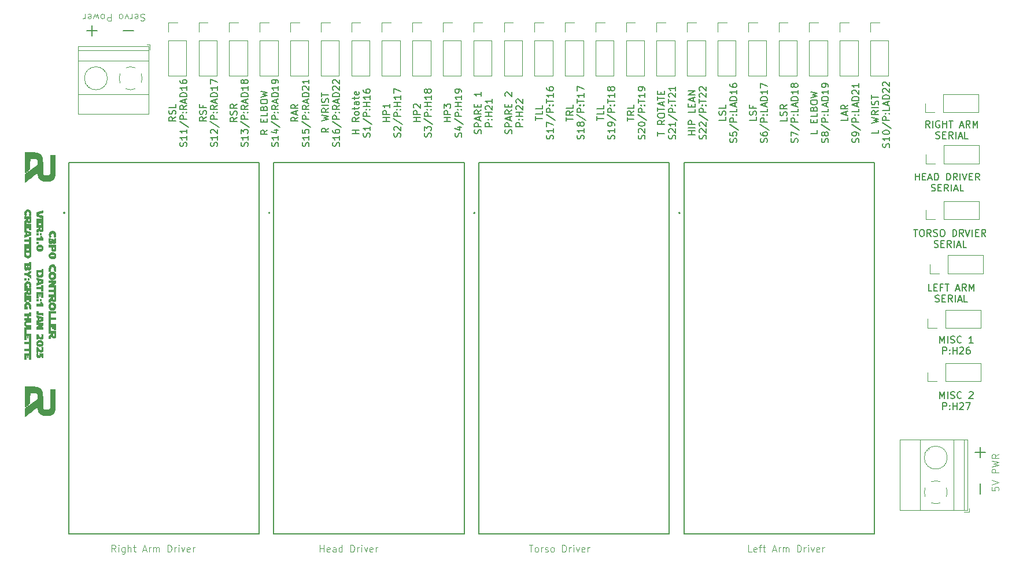
<source format=gbr>
%TF.GenerationSoftware,KiCad,Pcbnew,8.0.2-1*%
%TF.CreationDate,2025-01-01T21:53:55-05:00*%
%TF.ProjectId,C3P0_Controller,43335030-5f43-46f6-9e74-726f6c6c6572,rev?*%
%TF.SameCoordinates,Original*%
%TF.FileFunction,Legend,Top*%
%TF.FilePolarity,Positive*%
%FSLAX46Y46*%
G04 Gerber Fmt 4.6, Leading zero omitted, Abs format (unit mm)*
G04 Created by KiCad (PCBNEW 8.0.2-1) date 2025-01-01 21:53:55*
%MOMM*%
%LPD*%
G01*
G04 APERTURE LIST*
%ADD10C,0.150000*%
%ADD11C,0.153000*%
%ADD12C,0.100000*%
%ADD13C,0.000000*%
%ADD14C,0.120000*%
%ADD15C,0.127000*%
%ADD16C,0.200000*%
G04 APERTURE END LIST*
D10*
X216127533Y-119375125D02*
X216127533Y-117851316D01*
X216889438Y-118613220D02*
X215365628Y-118613220D01*
X216127533Y-124709125D02*
X216127533Y-123185316D01*
D11*
X210193238Y-110781719D02*
X210193238Y-109781719D01*
X210193238Y-109781719D02*
X210526571Y-110496004D01*
X210526571Y-110496004D02*
X210859904Y-109781719D01*
X210859904Y-109781719D02*
X210859904Y-110781719D01*
X211336095Y-110781719D02*
X211336095Y-109781719D01*
X211764666Y-110734100D02*
X211907523Y-110781719D01*
X211907523Y-110781719D02*
X212145618Y-110781719D01*
X212145618Y-110781719D02*
X212240856Y-110734100D01*
X212240856Y-110734100D02*
X212288475Y-110686480D01*
X212288475Y-110686480D02*
X212336094Y-110591242D01*
X212336094Y-110591242D02*
X212336094Y-110496004D01*
X212336094Y-110496004D02*
X212288475Y-110400766D01*
X212288475Y-110400766D02*
X212240856Y-110353147D01*
X212240856Y-110353147D02*
X212145618Y-110305528D01*
X212145618Y-110305528D02*
X211955142Y-110257909D01*
X211955142Y-110257909D02*
X211859904Y-110210290D01*
X211859904Y-110210290D02*
X211812285Y-110162671D01*
X211812285Y-110162671D02*
X211764666Y-110067433D01*
X211764666Y-110067433D02*
X211764666Y-109972195D01*
X211764666Y-109972195D02*
X211812285Y-109876957D01*
X211812285Y-109876957D02*
X211859904Y-109829338D01*
X211859904Y-109829338D02*
X211955142Y-109781719D01*
X211955142Y-109781719D02*
X212193237Y-109781719D01*
X212193237Y-109781719D02*
X212336094Y-109829338D01*
X213336094Y-110686480D02*
X213288475Y-110734100D01*
X213288475Y-110734100D02*
X213145618Y-110781719D01*
X213145618Y-110781719D02*
X213050380Y-110781719D01*
X213050380Y-110781719D02*
X212907523Y-110734100D01*
X212907523Y-110734100D02*
X212812285Y-110638861D01*
X212812285Y-110638861D02*
X212764666Y-110543623D01*
X212764666Y-110543623D02*
X212717047Y-110353147D01*
X212717047Y-110353147D02*
X212717047Y-110210290D01*
X212717047Y-110210290D02*
X212764666Y-110019814D01*
X212764666Y-110019814D02*
X212812285Y-109924576D01*
X212812285Y-109924576D02*
X212907523Y-109829338D01*
X212907523Y-109829338D02*
X213050380Y-109781719D01*
X213050380Y-109781719D02*
X213145618Y-109781719D01*
X213145618Y-109781719D02*
X213288475Y-109829338D01*
X213288475Y-109829338D02*
X213336094Y-109876957D01*
X214478952Y-109876957D02*
X214526571Y-109829338D01*
X214526571Y-109829338D02*
X214621809Y-109781719D01*
X214621809Y-109781719D02*
X214859904Y-109781719D01*
X214859904Y-109781719D02*
X214955142Y-109829338D01*
X214955142Y-109829338D02*
X215002761Y-109876957D01*
X215002761Y-109876957D02*
X215050380Y-109972195D01*
X215050380Y-109972195D02*
X215050380Y-110067433D01*
X215050380Y-110067433D02*
X215002761Y-110210290D01*
X215002761Y-110210290D02*
X214431333Y-110781719D01*
X214431333Y-110781719D02*
X215050380Y-110781719D01*
X210621810Y-112391663D02*
X210621810Y-111391663D01*
X210621810Y-111391663D02*
X211002762Y-111391663D01*
X211002762Y-111391663D02*
X211098000Y-111439282D01*
X211098000Y-111439282D02*
X211145619Y-111486901D01*
X211145619Y-111486901D02*
X211193238Y-111582139D01*
X211193238Y-111582139D02*
X211193238Y-111724996D01*
X211193238Y-111724996D02*
X211145619Y-111820234D01*
X211145619Y-111820234D02*
X211098000Y-111867853D01*
X211098000Y-111867853D02*
X211002762Y-111915472D01*
X211002762Y-111915472D02*
X210621810Y-111915472D01*
X211621810Y-112296424D02*
X211669429Y-112344044D01*
X211669429Y-112344044D02*
X211621810Y-112391663D01*
X211621810Y-112391663D02*
X211574191Y-112344044D01*
X211574191Y-112344044D02*
X211621810Y-112296424D01*
X211621810Y-112296424D02*
X211621810Y-112391663D01*
X211621810Y-111772615D02*
X211669429Y-111820234D01*
X211669429Y-111820234D02*
X211621810Y-111867853D01*
X211621810Y-111867853D02*
X211574191Y-111820234D01*
X211574191Y-111820234D02*
X211621810Y-111772615D01*
X211621810Y-111772615D02*
X211621810Y-111867853D01*
X212098000Y-112391663D02*
X212098000Y-111391663D01*
X212098000Y-111867853D02*
X212669428Y-111867853D01*
X212669428Y-112391663D02*
X212669428Y-111391663D01*
X213098000Y-111486901D02*
X213145619Y-111439282D01*
X213145619Y-111439282D02*
X213240857Y-111391663D01*
X213240857Y-111391663D02*
X213478952Y-111391663D01*
X213478952Y-111391663D02*
X213574190Y-111439282D01*
X213574190Y-111439282D02*
X213621809Y-111486901D01*
X213621809Y-111486901D02*
X213669428Y-111582139D01*
X213669428Y-111582139D02*
X213669428Y-111677377D01*
X213669428Y-111677377D02*
X213621809Y-111820234D01*
X213621809Y-111820234D02*
X213050381Y-112391663D01*
X213050381Y-112391663D02*
X213669428Y-112391663D01*
X214002762Y-111391663D02*
X214669428Y-111391663D01*
X214669428Y-111391663D02*
X214240857Y-112391663D01*
X210193238Y-102653719D02*
X210193238Y-101653719D01*
X210193238Y-101653719D02*
X210526571Y-102368004D01*
X210526571Y-102368004D02*
X210859904Y-101653719D01*
X210859904Y-101653719D02*
X210859904Y-102653719D01*
X211336095Y-102653719D02*
X211336095Y-101653719D01*
X211764666Y-102606100D02*
X211907523Y-102653719D01*
X211907523Y-102653719D02*
X212145618Y-102653719D01*
X212145618Y-102653719D02*
X212240856Y-102606100D01*
X212240856Y-102606100D02*
X212288475Y-102558480D01*
X212288475Y-102558480D02*
X212336094Y-102463242D01*
X212336094Y-102463242D02*
X212336094Y-102368004D01*
X212336094Y-102368004D02*
X212288475Y-102272766D01*
X212288475Y-102272766D02*
X212240856Y-102225147D01*
X212240856Y-102225147D02*
X212145618Y-102177528D01*
X212145618Y-102177528D02*
X211955142Y-102129909D01*
X211955142Y-102129909D02*
X211859904Y-102082290D01*
X211859904Y-102082290D02*
X211812285Y-102034671D01*
X211812285Y-102034671D02*
X211764666Y-101939433D01*
X211764666Y-101939433D02*
X211764666Y-101844195D01*
X211764666Y-101844195D02*
X211812285Y-101748957D01*
X211812285Y-101748957D02*
X211859904Y-101701338D01*
X211859904Y-101701338D02*
X211955142Y-101653719D01*
X211955142Y-101653719D02*
X212193237Y-101653719D01*
X212193237Y-101653719D02*
X212336094Y-101701338D01*
X213336094Y-102558480D02*
X213288475Y-102606100D01*
X213288475Y-102606100D02*
X213145618Y-102653719D01*
X213145618Y-102653719D02*
X213050380Y-102653719D01*
X213050380Y-102653719D02*
X212907523Y-102606100D01*
X212907523Y-102606100D02*
X212812285Y-102510861D01*
X212812285Y-102510861D02*
X212764666Y-102415623D01*
X212764666Y-102415623D02*
X212717047Y-102225147D01*
X212717047Y-102225147D02*
X212717047Y-102082290D01*
X212717047Y-102082290D02*
X212764666Y-101891814D01*
X212764666Y-101891814D02*
X212812285Y-101796576D01*
X212812285Y-101796576D02*
X212907523Y-101701338D01*
X212907523Y-101701338D02*
X213050380Y-101653719D01*
X213050380Y-101653719D02*
X213145618Y-101653719D01*
X213145618Y-101653719D02*
X213288475Y-101701338D01*
X213288475Y-101701338D02*
X213336094Y-101748957D01*
X215050380Y-102653719D02*
X214478952Y-102653719D01*
X214764666Y-102653719D02*
X214764666Y-101653719D01*
X214764666Y-101653719D02*
X214669428Y-101796576D01*
X214669428Y-101796576D02*
X214574190Y-101891814D01*
X214574190Y-101891814D02*
X214478952Y-101939433D01*
X210621810Y-104263663D02*
X210621810Y-103263663D01*
X210621810Y-103263663D02*
X211002762Y-103263663D01*
X211002762Y-103263663D02*
X211098000Y-103311282D01*
X211098000Y-103311282D02*
X211145619Y-103358901D01*
X211145619Y-103358901D02*
X211193238Y-103454139D01*
X211193238Y-103454139D02*
X211193238Y-103596996D01*
X211193238Y-103596996D02*
X211145619Y-103692234D01*
X211145619Y-103692234D02*
X211098000Y-103739853D01*
X211098000Y-103739853D02*
X211002762Y-103787472D01*
X211002762Y-103787472D02*
X210621810Y-103787472D01*
X211621810Y-104168424D02*
X211669429Y-104216044D01*
X211669429Y-104216044D02*
X211621810Y-104263663D01*
X211621810Y-104263663D02*
X211574191Y-104216044D01*
X211574191Y-104216044D02*
X211621810Y-104168424D01*
X211621810Y-104168424D02*
X211621810Y-104263663D01*
X211621810Y-103644615D02*
X211669429Y-103692234D01*
X211669429Y-103692234D02*
X211621810Y-103739853D01*
X211621810Y-103739853D02*
X211574191Y-103692234D01*
X211574191Y-103692234D02*
X211621810Y-103644615D01*
X211621810Y-103644615D02*
X211621810Y-103739853D01*
X212098000Y-104263663D02*
X212098000Y-103263663D01*
X212098000Y-103739853D02*
X212669428Y-103739853D01*
X212669428Y-104263663D02*
X212669428Y-103263663D01*
X213098000Y-103358901D02*
X213145619Y-103311282D01*
X213145619Y-103311282D02*
X213240857Y-103263663D01*
X213240857Y-103263663D02*
X213478952Y-103263663D01*
X213478952Y-103263663D02*
X213574190Y-103311282D01*
X213574190Y-103311282D02*
X213621809Y-103358901D01*
X213621809Y-103358901D02*
X213669428Y-103454139D01*
X213669428Y-103454139D02*
X213669428Y-103549377D01*
X213669428Y-103549377D02*
X213621809Y-103692234D01*
X213621809Y-103692234D02*
X213050381Y-104263663D01*
X213050381Y-104263663D02*
X213669428Y-104263663D01*
X214526571Y-103263663D02*
X214336095Y-103263663D01*
X214336095Y-103263663D02*
X214240857Y-103311282D01*
X214240857Y-103311282D02*
X214193238Y-103358901D01*
X214193238Y-103358901D02*
X214098000Y-103501758D01*
X214098000Y-103501758D02*
X214050381Y-103692234D01*
X214050381Y-103692234D02*
X214050381Y-104073186D01*
X214050381Y-104073186D02*
X214098000Y-104168424D01*
X214098000Y-104168424D02*
X214145619Y-104216044D01*
X214145619Y-104216044D02*
X214240857Y-104263663D01*
X214240857Y-104263663D02*
X214431333Y-104263663D01*
X214431333Y-104263663D02*
X214526571Y-104216044D01*
X214526571Y-104216044D02*
X214574190Y-104168424D01*
X214574190Y-104168424D02*
X214621809Y-104073186D01*
X214621809Y-104073186D02*
X214621809Y-103835091D01*
X214621809Y-103835091D02*
X214574190Y-103739853D01*
X214574190Y-103739853D02*
X214526571Y-103692234D01*
X214526571Y-103692234D02*
X214431333Y-103644615D01*
X214431333Y-103644615D02*
X214240857Y-103644615D01*
X214240857Y-103644615D02*
X214145619Y-103692234D01*
X214145619Y-103692234D02*
X214098000Y-103739853D01*
X214098000Y-103739853D02*
X214050381Y-103835091D01*
X143007936Y-71994258D02*
X143055555Y-71851401D01*
X143055555Y-71851401D02*
X143055555Y-71613306D01*
X143055555Y-71613306D02*
X143007936Y-71518068D01*
X143007936Y-71518068D02*
X142960316Y-71470449D01*
X142960316Y-71470449D02*
X142865078Y-71422830D01*
X142865078Y-71422830D02*
X142769840Y-71422830D01*
X142769840Y-71422830D02*
X142674602Y-71470449D01*
X142674602Y-71470449D02*
X142626983Y-71518068D01*
X142626983Y-71518068D02*
X142579364Y-71613306D01*
X142579364Y-71613306D02*
X142531745Y-71803782D01*
X142531745Y-71803782D02*
X142484126Y-71899020D01*
X142484126Y-71899020D02*
X142436507Y-71946639D01*
X142436507Y-71946639D02*
X142341269Y-71994258D01*
X142341269Y-71994258D02*
X142246031Y-71994258D01*
X142246031Y-71994258D02*
X142150793Y-71946639D01*
X142150793Y-71946639D02*
X142103174Y-71899020D01*
X142103174Y-71899020D02*
X142055555Y-71803782D01*
X142055555Y-71803782D02*
X142055555Y-71565687D01*
X142055555Y-71565687D02*
X142103174Y-71422830D01*
X143055555Y-70994258D02*
X142055555Y-70994258D01*
X142055555Y-70994258D02*
X142055555Y-70613306D01*
X142055555Y-70613306D02*
X142103174Y-70518068D01*
X142103174Y-70518068D02*
X142150793Y-70470449D01*
X142150793Y-70470449D02*
X142246031Y-70422830D01*
X142246031Y-70422830D02*
X142388888Y-70422830D01*
X142388888Y-70422830D02*
X142484126Y-70470449D01*
X142484126Y-70470449D02*
X142531745Y-70518068D01*
X142531745Y-70518068D02*
X142579364Y-70613306D01*
X142579364Y-70613306D02*
X142579364Y-70994258D01*
X142769840Y-70041877D02*
X142769840Y-69565687D01*
X143055555Y-70137115D02*
X142055555Y-69803782D01*
X142055555Y-69803782D02*
X143055555Y-69470449D01*
X143055555Y-68565687D02*
X142579364Y-68899020D01*
X143055555Y-69137115D02*
X142055555Y-69137115D01*
X142055555Y-69137115D02*
X142055555Y-68756163D01*
X142055555Y-68756163D02*
X142103174Y-68660925D01*
X142103174Y-68660925D02*
X142150793Y-68613306D01*
X142150793Y-68613306D02*
X142246031Y-68565687D01*
X142246031Y-68565687D02*
X142388888Y-68565687D01*
X142388888Y-68565687D02*
X142484126Y-68613306D01*
X142484126Y-68613306D02*
X142531745Y-68660925D01*
X142531745Y-68660925D02*
X142579364Y-68756163D01*
X142579364Y-68756163D02*
X142579364Y-69137115D01*
X142531745Y-68137115D02*
X142531745Y-67803782D01*
X143055555Y-67660925D02*
X143055555Y-68137115D01*
X143055555Y-68137115D02*
X142055555Y-68137115D01*
X142055555Y-68137115D02*
X142055555Y-67660925D01*
X143055555Y-65946639D02*
X143055555Y-66518067D01*
X143055555Y-66232353D02*
X142055555Y-66232353D01*
X142055555Y-66232353D02*
X142198412Y-66327591D01*
X142198412Y-66327591D02*
X142293650Y-66422829D01*
X142293650Y-66422829D02*
X142341269Y-66518067D01*
X144665499Y-70946638D02*
X143665499Y-70946638D01*
X143665499Y-70946638D02*
X143665499Y-70565686D01*
X143665499Y-70565686D02*
X143713118Y-70470448D01*
X143713118Y-70470448D02*
X143760737Y-70422829D01*
X143760737Y-70422829D02*
X143855975Y-70375210D01*
X143855975Y-70375210D02*
X143998832Y-70375210D01*
X143998832Y-70375210D02*
X144094070Y-70422829D01*
X144094070Y-70422829D02*
X144141689Y-70470448D01*
X144141689Y-70470448D02*
X144189308Y-70565686D01*
X144189308Y-70565686D02*
X144189308Y-70946638D01*
X144570260Y-69946638D02*
X144617880Y-69899019D01*
X144617880Y-69899019D02*
X144665499Y-69946638D01*
X144665499Y-69946638D02*
X144617880Y-69994257D01*
X144617880Y-69994257D02*
X144570260Y-69946638D01*
X144570260Y-69946638D02*
X144665499Y-69946638D01*
X144046451Y-69946638D02*
X144094070Y-69899019D01*
X144094070Y-69899019D02*
X144141689Y-69946638D01*
X144141689Y-69946638D02*
X144094070Y-69994257D01*
X144094070Y-69994257D02*
X144046451Y-69946638D01*
X144046451Y-69946638D02*
X144141689Y-69946638D01*
X144665499Y-69470448D02*
X143665499Y-69470448D01*
X144141689Y-69470448D02*
X144141689Y-68899020D01*
X144665499Y-68899020D02*
X143665499Y-68899020D01*
X143760737Y-68470448D02*
X143713118Y-68422829D01*
X143713118Y-68422829D02*
X143665499Y-68327591D01*
X143665499Y-68327591D02*
X143665499Y-68089496D01*
X143665499Y-68089496D02*
X143713118Y-67994258D01*
X143713118Y-67994258D02*
X143760737Y-67946639D01*
X143760737Y-67946639D02*
X143855975Y-67899020D01*
X143855975Y-67899020D02*
X143951213Y-67899020D01*
X143951213Y-67899020D02*
X144094070Y-67946639D01*
X144094070Y-67946639D02*
X144665499Y-68518067D01*
X144665499Y-68518067D02*
X144665499Y-67899020D01*
X144665499Y-66946639D02*
X144665499Y-67518067D01*
X144665499Y-67232353D02*
X143665499Y-67232353D01*
X143665499Y-67232353D02*
X143808356Y-67327591D01*
X143808356Y-67327591D02*
X143903594Y-67422829D01*
X143903594Y-67422829D02*
X143951213Y-67518067D01*
X147481024Y-71994258D02*
X147528643Y-71851401D01*
X147528643Y-71851401D02*
X147528643Y-71613306D01*
X147528643Y-71613306D02*
X147481024Y-71518068D01*
X147481024Y-71518068D02*
X147433404Y-71470449D01*
X147433404Y-71470449D02*
X147338166Y-71422830D01*
X147338166Y-71422830D02*
X147242928Y-71422830D01*
X147242928Y-71422830D02*
X147147690Y-71470449D01*
X147147690Y-71470449D02*
X147100071Y-71518068D01*
X147100071Y-71518068D02*
X147052452Y-71613306D01*
X147052452Y-71613306D02*
X147004833Y-71803782D01*
X147004833Y-71803782D02*
X146957214Y-71899020D01*
X146957214Y-71899020D02*
X146909595Y-71946639D01*
X146909595Y-71946639D02*
X146814357Y-71994258D01*
X146814357Y-71994258D02*
X146719119Y-71994258D01*
X146719119Y-71994258D02*
X146623881Y-71946639D01*
X146623881Y-71946639D02*
X146576262Y-71899020D01*
X146576262Y-71899020D02*
X146528643Y-71803782D01*
X146528643Y-71803782D02*
X146528643Y-71565687D01*
X146528643Y-71565687D02*
X146576262Y-71422830D01*
X147528643Y-70994258D02*
X146528643Y-70994258D01*
X146528643Y-70994258D02*
X146528643Y-70613306D01*
X146528643Y-70613306D02*
X146576262Y-70518068D01*
X146576262Y-70518068D02*
X146623881Y-70470449D01*
X146623881Y-70470449D02*
X146719119Y-70422830D01*
X146719119Y-70422830D02*
X146861976Y-70422830D01*
X146861976Y-70422830D02*
X146957214Y-70470449D01*
X146957214Y-70470449D02*
X147004833Y-70518068D01*
X147004833Y-70518068D02*
X147052452Y-70613306D01*
X147052452Y-70613306D02*
X147052452Y-70994258D01*
X147242928Y-70041877D02*
X147242928Y-69565687D01*
X147528643Y-70137115D02*
X146528643Y-69803782D01*
X146528643Y-69803782D02*
X147528643Y-69470449D01*
X147528643Y-68565687D02*
X147052452Y-68899020D01*
X147528643Y-69137115D02*
X146528643Y-69137115D01*
X146528643Y-69137115D02*
X146528643Y-68756163D01*
X146528643Y-68756163D02*
X146576262Y-68660925D01*
X146576262Y-68660925D02*
X146623881Y-68613306D01*
X146623881Y-68613306D02*
X146719119Y-68565687D01*
X146719119Y-68565687D02*
X146861976Y-68565687D01*
X146861976Y-68565687D02*
X146957214Y-68613306D01*
X146957214Y-68613306D02*
X147004833Y-68660925D01*
X147004833Y-68660925D02*
X147052452Y-68756163D01*
X147052452Y-68756163D02*
X147052452Y-69137115D01*
X147004833Y-68137115D02*
X147004833Y-67803782D01*
X147528643Y-67660925D02*
X147528643Y-68137115D01*
X147528643Y-68137115D02*
X146528643Y-68137115D01*
X146528643Y-68137115D02*
X146528643Y-67660925D01*
X146623881Y-66518067D02*
X146576262Y-66470448D01*
X146576262Y-66470448D02*
X146528643Y-66375210D01*
X146528643Y-66375210D02*
X146528643Y-66137115D01*
X146528643Y-66137115D02*
X146576262Y-66041877D01*
X146576262Y-66041877D02*
X146623881Y-65994258D01*
X146623881Y-65994258D02*
X146719119Y-65946639D01*
X146719119Y-65946639D02*
X146814357Y-65946639D01*
X146814357Y-65946639D02*
X146957214Y-65994258D01*
X146957214Y-65994258D02*
X147528643Y-66565686D01*
X147528643Y-66565686D02*
X147528643Y-65946639D01*
X149138587Y-70946638D02*
X148138587Y-70946638D01*
X148138587Y-70946638D02*
X148138587Y-70565686D01*
X148138587Y-70565686D02*
X148186206Y-70470448D01*
X148186206Y-70470448D02*
X148233825Y-70422829D01*
X148233825Y-70422829D02*
X148329063Y-70375210D01*
X148329063Y-70375210D02*
X148471920Y-70375210D01*
X148471920Y-70375210D02*
X148567158Y-70422829D01*
X148567158Y-70422829D02*
X148614777Y-70470448D01*
X148614777Y-70470448D02*
X148662396Y-70565686D01*
X148662396Y-70565686D02*
X148662396Y-70946638D01*
X149043348Y-69946638D02*
X149090968Y-69899019D01*
X149090968Y-69899019D02*
X149138587Y-69946638D01*
X149138587Y-69946638D02*
X149090968Y-69994257D01*
X149090968Y-69994257D02*
X149043348Y-69946638D01*
X149043348Y-69946638D02*
X149138587Y-69946638D01*
X148519539Y-69946638D02*
X148567158Y-69899019D01*
X148567158Y-69899019D02*
X148614777Y-69946638D01*
X148614777Y-69946638D02*
X148567158Y-69994257D01*
X148567158Y-69994257D02*
X148519539Y-69946638D01*
X148519539Y-69946638D02*
X148614777Y-69946638D01*
X149138587Y-69470448D02*
X148138587Y-69470448D01*
X148614777Y-69470448D02*
X148614777Y-68899020D01*
X149138587Y-68899020D02*
X148138587Y-68899020D01*
X148233825Y-68470448D02*
X148186206Y-68422829D01*
X148186206Y-68422829D02*
X148138587Y-68327591D01*
X148138587Y-68327591D02*
X148138587Y-68089496D01*
X148138587Y-68089496D02*
X148186206Y-67994258D01*
X148186206Y-67994258D02*
X148233825Y-67946639D01*
X148233825Y-67946639D02*
X148329063Y-67899020D01*
X148329063Y-67899020D02*
X148424301Y-67899020D01*
X148424301Y-67899020D02*
X148567158Y-67946639D01*
X148567158Y-67946639D02*
X149138587Y-68518067D01*
X149138587Y-68518067D02*
X149138587Y-67899020D01*
X148233825Y-67518067D02*
X148186206Y-67470448D01*
X148186206Y-67470448D02*
X148138587Y-67375210D01*
X148138587Y-67375210D02*
X148138587Y-67137115D01*
X148138587Y-67137115D02*
X148186206Y-67041877D01*
X148186206Y-67041877D02*
X148233825Y-66994258D01*
X148233825Y-66994258D02*
X148329063Y-66946639D01*
X148329063Y-66946639D02*
X148424301Y-66946639D01*
X148424301Y-66946639D02*
X148567158Y-66994258D01*
X148567158Y-66994258D02*
X149138587Y-67565686D01*
X149138587Y-67565686D02*
X149138587Y-66946639D01*
X209002666Y-95033719D02*
X208526476Y-95033719D01*
X208526476Y-95033719D02*
X208526476Y-94033719D01*
X209336000Y-94509909D02*
X209669333Y-94509909D01*
X209812190Y-95033719D02*
X209336000Y-95033719D01*
X209336000Y-95033719D02*
X209336000Y-94033719D01*
X209336000Y-94033719D02*
X209812190Y-94033719D01*
X210574095Y-94509909D02*
X210240762Y-94509909D01*
X210240762Y-95033719D02*
X210240762Y-94033719D01*
X210240762Y-94033719D02*
X210716952Y-94033719D01*
X210955048Y-94033719D02*
X211526476Y-94033719D01*
X211240762Y-95033719D02*
X211240762Y-94033719D01*
X212574096Y-94748004D02*
X213050286Y-94748004D01*
X212478858Y-95033719D02*
X212812191Y-94033719D01*
X212812191Y-94033719D02*
X213145524Y-95033719D01*
X214050286Y-95033719D02*
X213716953Y-94557528D01*
X213478858Y-95033719D02*
X213478858Y-94033719D01*
X213478858Y-94033719D02*
X213859810Y-94033719D01*
X213859810Y-94033719D02*
X213955048Y-94081338D01*
X213955048Y-94081338D02*
X214002667Y-94128957D01*
X214002667Y-94128957D02*
X214050286Y-94224195D01*
X214050286Y-94224195D02*
X214050286Y-94367052D01*
X214050286Y-94367052D02*
X214002667Y-94462290D01*
X214002667Y-94462290D02*
X213955048Y-94509909D01*
X213955048Y-94509909D02*
X213859810Y-94557528D01*
X213859810Y-94557528D02*
X213478858Y-94557528D01*
X214478858Y-95033719D02*
X214478858Y-94033719D01*
X214478858Y-94033719D02*
X214812191Y-94748004D01*
X214812191Y-94748004D02*
X215145524Y-94033719D01*
X215145524Y-94033719D02*
X215145524Y-95033719D01*
X209526476Y-96596044D02*
X209669333Y-96643663D01*
X209669333Y-96643663D02*
X209907428Y-96643663D01*
X209907428Y-96643663D02*
X210002666Y-96596044D01*
X210002666Y-96596044D02*
X210050285Y-96548424D01*
X210050285Y-96548424D02*
X210097904Y-96453186D01*
X210097904Y-96453186D02*
X210097904Y-96357948D01*
X210097904Y-96357948D02*
X210050285Y-96262710D01*
X210050285Y-96262710D02*
X210002666Y-96215091D01*
X210002666Y-96215091D02*
X209907428Y-96167472D01*
X209907428Y-96167472D02*
X209716952Y-96119853D01*
X209716952Y-96119853D02*
X209621714Y-96072234D01*
X209621714Y-96072234D02*
X209574095Y-96024615D01*
X209574095Y-96024615D02*
X209526476Y-95929377D01*
X209526476Y-95929377D02*
X209526476Y-95834139D01*
X209526476Y-95834139D02*
X209574095Y-95738901D01*
X209574095Y-95738901D02*
X209621714Y-95691282D01*
X209621714Y-95691282D02*
X209716952Y-95643663D01*
X209716952Y-95643663D02*
X209955047Y-95643663D01*
X209955047Y-95643663D02*
X210097904Y-95691282D01*
X210526476Y-96119853D02*
X210859809Y-96119853D01*
X211002666Y-96643663D02*
X210526476Y-96643663D01*
X210526476Y-96643663D02*
X210526476Y-95643663D01*
X210526476Y-95643663D02*
X211002666Y-95643663D01*
X212002666Y-96643663D02*
X211669333Y-96167472D01*
X211431238Y-96643663D02*
X211431238Y-95643663D01*
X211431238Y-95643663D02*
X211812190Y-95643663D01*
X211812190Y-95643663D02*
X211907428Y-95691282D01*
X211907428Y-95691282D02*
X211955047Y-95738901D01*
X211955047Y-95738901D02*
X212002666Y-95834139D01*
X212002666Y-95834139D02*
X212002666Y-95976996D01*
X212002666Y-95976996D02*
X211955047Y-96072234D01*
X211955047Y-96072234D02*
X211907428Y-96119853D01*
X211907428Y-96119853D02*
X211812190Y-96167472D01*
X211812190Y-96167472D02*
X211431238Y-96167472D01*
X212431238Y-96643663D02*
X212431238Y-95643663D01*
X212859809Y-96357948D02*
X213335999Y-96357948D01*
X212764571Y-96643663D02*
X213097904Y-95643663D01*
X213097904Y-95643663D02*
X213431237Y-96643663D01*
X214240761Y-96643663D02*
X213764571Y-96643663D01*
X213764571Y-96643663D02*
X213764571Y-95643663D01*
X206367144Y-86041719D02*
X206938572Y-86041719D01*
X206652858Y-87041719D02*
X206652858Y-86041719D01*
X207462382Y-86041719D02*
X207652858Y-86041719D01*
X207652858Y-86041719D02*
X207748096Y-86089338D01*
X207748096Y-86089338D02*
X207843334Y-86184576D01*
X207843334Y-86184576D02*
X207890953Y-86375052D01*
X207890953Y-86375052D02*
X207890953Y-86708385D01*
X207890953Y-86708385D02*
X207843334Y-86898861D01*
X207843334Y-86898861D02*
X207748096Y-86994100D01*
X207748096Y-86994100D02*
X207652858Y-87041719D01*
X207652858Y-87041719D02*
X207462382Y-87041719D01*
X207462382Y-87041719D02*
X207367144Y-86994100D01*
X207367144Y-86994100D02*
X207271906Y-86898861D01*
X207271906Y-86898861D02*
X207224287Y-86708385D01*
X207224287Y-86708385D02*
X207224287Y-86375052D01*
X207224287Y-86375052D02*
X207271906Y-86184576D01*
X207271906Y-86184576D02*
X207367144Y-86089338D01*
X207367144Y-86089338D02*
X207462382Y-86041719D01*
X208890953Y-87041719D02*
X208557620Y-86565528D01*
X208319525Y-87041719D02*
X208319525Y-86041719D01*
X208319525Y-86041719D02*
X208700477Y-86041719D01*
X208700477Y-86041719D02*
X208795715Y-86089338D01*
X208795715Y-86089338D02*
X208843334Y-86136957D01*
X208843334Y-86136957D02*
X208890953Y-86232195D01*
X208890953Y-86232195D02*
X208890953Y-86375052D01*
X208890953Y-86375052D02*
X208843334Y-86470290D01*
X208843334Y-86470290D02*
X208795715Y-86517909D01*
X208795715Y-86517909D02*
X208700477Y-86565528D01*
X208700477Y-86565528D02*
X208319525Y-86565528D01*
X209271906Y-86994100D02*
X209414763Y-87041719D01*
X209414763Y-87041719D02*
X209652858Y-87041719D01*
X209652858Y-87041719D02*
X209748096Y-86994100D01*
X209748096Y-86994100D02*
X209795715Y-86946480D01*
X209795715Y-86946480D02*
X209843334Y-86851242D01*
X209843334Y-86851242D02*
X209843334Y-86756004D01*
X209843334Y-86756004D02*
X209795715Y-86660766D01*
X209795715Y-86660766D02*
X209748096Y-86613147D01*
X209748096Y-86613147D02*
X209652858Y-86565528D01*
X209652858Y-86565528D02*
X209462382Y-86517909D01*
X209462382Y-86517909D02*
X209367144Y-86470290D01*
X209367144Y-86470290D02*
X209319525Y-86422671D01*
X209319525Y-86422671D02*
X209271906Y-86327433D01*
X209271906Y-86327433D02*
X209271906Y-86232195D01*
X209271906Y-86232195D02*
X209319525Y-86136957D01*
X209319525Y-86136957D02*
X209367144Y-86089338D01*
X209367144Y-86089338D02*
X209462382Y-86041719D01*
X209462382Y-86041719D02*
X209700477Y-86041719D01*
X209700477Y-86041719D02*
X209843334Y-86089338D01*
X210462382Y-86041719D02*
X210652858Y-86041719D01*
X210652858Y-86041719D02*
X210748096Y-86089338D01*
X210748096Y-86089338D02*
X210843334Y-86184576D01*
X210843334Y-86184576D02*
X210890953Y-86375052D01*
X210890953Y-86375052D02*
X210890953Y-86708385D01*
X210890953Y-86708385D02*
X210843334Y-86898861D01*
X210843334Y-86898861D02*
X210748096Y-86994100D01*
X210748096Y-86994100D02*
X210652858Y-87041719D01*
X210652858Y-87041719D02*
X210462382Y-87041719D01*
X210462382Y-87041719D02*
X210367144Y-86994100D01*
X210367144Y-86994100D02*
X210271906Y-86898861D01*
X210271906Y-86898861D02*
X210224287Y-86708385D01*
X210224287Y-86708385D02*
X210224287Y-86375052D01*
X210224287Y-86375052D02*
X210271906Y-86184576D01*
X210271906Y-86184576D02*
X210367144Y-86089338D01*
X210367144Y-86089338D02*
X210462382Y-86041719D01*
X212081430Y-87041719D02*
X212081430Y-86041719D01*
X212081430Y-86041719D02*
X212319525Y-86041719D01*
X212319525Y-86041719D02*
X212462382Y-86089338D01*
X212462382Y-86089338D02*
X212557620Y-86184576D01*
X212557620Y-86184576D02*
X212605239Y-86279814D01*
X212605239Y-86279814D02*
X212652858Y-86470290D01*
X212652858Y-86470290D02*
X212652858Y-86613147D01*
X212652858Y-86613147D02*
X212605239Y-86803623D01*
X212605239Y-86803623D02*
X212557620Y-86898861D01*
X212557620Y-86898861D02*
X212462382Y-86994100D01*
X212462382Y-86994100D02*
X212319525Y-87041719D01*
X212319525Y-87041719D02*
X212081430Y-87041719D01*
X213652858Y-87041719D02*
X213319525Y-86565528D01*
X213081430Y-87041719D02*
X213081430Y-86041719D01*
X213081430Y-86041719D02*
X213462382Y-86041719D01*
X213462382Y-86041719D02*
X213557620Y-86089338D01*
X213557620Y-86089338D02*
X213605239Y-86136957D01*
X213605239Y-86136957D02*
X213652858Y-86232195D01*
X213652858Y-86232195D02*
X213652858Y-86375052D01*
X213652858Y-86375052D02*
X213605239Y-86470290D01*
X213605239Y-86470290D02*
X213557620Y-86517909D01*
X213557620Y-86517909D02*
X213462382Y-86565528D01*
X213462382Y-86565528D02*
X213081430Y-86565528D01*
X213938573Y-86041719D02*
X214271906Y-87041719D01*
X214271906Y-87041719D02*
X214605239Y-86041719D01*
X214938573Y-87041719D02*
X214938573Y-86041719D01*
X215414763Y-86517909D02*
X215748096Y-86517909D01*
X215890953Y-87041719D02*
X215414763Y-87041719D01*
X215414763Y-87041719D02*
X215414763Y-86041719D01*
X215414763Y-86041719D02*
X215890953Y-86041719D01*
X216890953Y-87041719D02*
X216557620Y-86565528D01*
X216319525Y-87041719D02*
X216319525Y-86041719D01*
X216319525Y-86041719D02*
X216700477Y-86041719D01*
X216700477Y-86041719D02*
X216795715Y-86089338D01*
X216795715Y-86089338D02*
X216843334Y-86136957D01*
X216843334Y-86136957D02*
X216890953Y-86232195D01*
X216890953Y-86232195D02*
X216890953Y-86375052D01*
X216890953Y-86375052D02*
X216843334Y-86470290D01*
X216843334Y-86470290D02*
X216795715Y-86517909D01*
X216795715Y-86517909D02*
X216700477Y-86565528D01*
X216700477Y-86565528D02*
X216319525Y-86565528D01*
X209367144Y-88604044D02*
X209510001Y-88651663D01*
X209510001Y-88651663D02*
X209748096Y-88651663D01*
X209748096Y-88651663D02*
X209843334Y-88604044D01*
X209843334Y-88604044D02*
X209890953Y-88556424D01*
X209890953Y-88556424D02*
X209938572Y-88461186D01*
X209938572Y-88461186D02*
X209938572Y-88365948D01*
X209938572Y-88365948D02*
X209890953Y-88270710D01*
X209890953Y-88270710D02*
X209843334Y-88223091D01*
X209843334Y-88223091D02*
X209748096Y-88175472D01*
X209748096Y-88175472D02*
X209557620Y-88127853D01*
X209557620Y-88127853D02*
X209462382Y-88080234D01*
X209462382Y-88080234D02*
X209414763Y-88032615D01*
X209414763Y-88032615D02*
X209367144Y-87937377D01*
X209367144Y-87937377D02*
X209367144Y-87842139D01*
X209367144Y-87842139D02*
X209414763Y-87746901D01*
X209414763Y-87746901D02*
X209462382Y-87699282D01*
X209462382Y-87699282D02*
X209557620Y-87651663D01*
X209557620Y-87651663D02*
X209795715Y-87651663D01*
X209795715Y-87651663D02*
X209938572Y-87699282D01*
X210367144Y-88127853D02*
X210700477Y-88127853D01*
X210843334Y-88651663D02*
X210367144Y-88651663D01*
X210367144Y-88651663D02*
X210367144Y-87651663D01*
X210367144Y-87651663D02*
X210843334Y-87651663D01*
X211843334Y-88651663D02*
X211510001Y-88175472D01*
X211271906Y-88651663D02*
X211271906Y-87651663D01*
X211271906Y-87651663D02*
X211652858Y-87651663D01*
X211652858Y-87651663D02*
X211748096Y-87699282D01*
X211748096Y-87699282D02*
X211795715Y-87746901D01*
X211795715Y-87746901D02*
X211843334Y-87842139D01*
X211843334Y-87842139D02*
X211843334Y-87984996D01*
X211843334Y-87984996D02*
X211795715Y-88080234D01*
X211795715Y-88080234D02*
X211748096Y-88127853D01*
X211748096Y-88127853D02*
X211652858Y-88175472D01*
X211652858Y-88175472D02*
X211271906Y-88175472D01*
X212271906Y-88651663D02*
X212271906Y-87651663D01*
X212700477Y-88365948D02*
X213176667Y-88365948D01*
X212605239Y-88651663D02*
X212938572Y-87651663D01*
X212938572Y-87651663D02*
X213271905Y-88651663D01*
X214081429Y-88651663D02*
X213605239Y-88651663D01*
X213605239Y-88651663D02*
X213605239Y-87651663D01*
X206601167Y-78801219D02*
X206601167Y-77801219D01*
X206601167Y-78277409D02*
X207172595Y-78277409D01*
X207172595Y-78801219D02*
X207172595Y-77801219D01*
X207648786Y-78277409D02*
X207982119Y-78277409D01*
X208124976Y-78801219D02*
X207648786Y-78801219D01*
X207648786Y-78801219D02*
X207648786Y-77801219D01*
X207648786Y-77801219D02*
X208124976Y-77801219D01*
X208505929Y-78515504D02*
X208982119Y-78515504D01*
X208410691Y-78801219D02*
X208744024Y-77801219D01*
X208744024Y-77801219D02*
X209077357Y-78801219D01*
X209410691Y-78801219D02*
X209410691Y-77801219D01*
X209410691Y-77801219D02*
X209648786Y-77801219D01*
X209648786Y-77801219D02*
X209791643Y-77848838D01*
X209791643Y-77848838D02*
X209886881Y-77944076D01*
X209886881Y-77944076D02*
X209934500Y-78039314D01*
X209934500Y-78039314D02*
X209982119Y-78229790D01*
X209982119Y-78229790D02*
X209982119Y-78372647D01*
X209982119Y-78372647D02*
X209934500Y-78563123D01*
X209934500Y-78563123D02*
X209886881Y-78658361D01*
X209886881Y-78658361D02*
X209791643Y-78753600D01*
X209791643Y-78753600D02*
X209648786Y-78801219D01*
X209648786Y-78801219D02*
X209410691Y-78801219D01*
X211172596Y-78801219D02*
X211172596Y-77801219D01*
X211172596Y-77801219D02*
X211410691Y-77801219D01*
X211410691Y-77801219D02*
X211553548Y-77848838D01*
X211553548Y-77848838D02*
X211648786Y-77944076D01*
X211648786Y-77944076D02*
X211696405Y-78039314D01*
X211696405Y-78039314D02*
X211744024Y-78229790D01*
X211744024Y-78229790D02*
X211744024Y-78372647D01*
X211744024Y-78372647D02*
X211696405Y-78563123D01*
X211696405Y-78563123D02*
X211648786Y-78658361D01*
X211648786Y-78658361D02*
X211553548Y-78753600D01*
X211553548Y-78753600D02*
X211410691Y-78801219D01*
X211410691Y-78801219D02*
X211172596Y-78801219D01*
X212744024Y-78801219D02*
X212410691Y-78325028D01*
X212172596Y-78801219D02*
X212172596Y-77801219D01*
X212172596Y-77801219D02*
X212553548Y-77801219D01*
X212553548Y-77801219D02*
X212648786Y-77848838D01*
X212648786Y-77848838D02*
X212696405Y-77896457D01*
X212696405Y-77896457D02*
X212744024Y-77991695D01*
X212744024Y-77991695D02*
X212744024Y-78134552D01*
X212744024Y-78134552D02*
X212696405Y-78229790D01*
X212696405Y-78229790D02*
X212648786Y-78277409D01*
X212648786Y-78277409D02*
X212553548Y-78325028D01*
X212553548Y-78325028D02*
X212172596Y-78325028D01*
X213172596Y-78801219D02*
X213172596Y-77801219D01*
X213505929Y-77801219D02*
X213839262Y-78801219D01*
X213839262Y-78801219D02*
X214172595Y-77801219D01*
X214505929Y-78277409D02*
X214839262Y-78277409D01*
X214982119Y-78801219D02*
X214505929Y-78801219D01*
X214505929Y-78801219D02*
X214505929Y-77801219D01*
X214505929Y-77801219D02*
X214982119Y-77801219D01*
X215982119Y-78801219D02*
X215648786Y-78325028D01*
X215410691Y-78801219D02*
X215410691Y-77801219D01*
X215410691Y-77801219D02*
X215791643Y-77801219D01*
X215791643Y-77801219D02*
X215886881Y-77848838D01*
X215886881Y-77848838D02*
X215934500Y-77896457D01*
X215934500Y-77896457D02*
X215982119Y-77991695D01*
X215982119Y-77991695D02*
X215982119Y-78134552D01*
X215982119Y-78134552D02*
X215934500Y-78229790D01*
X215934500Y-78229790D02*
X215886881Y-78277409D01*
X215886881Y-78277409D02*
X215791643Y-78325028D01*
X215791643Y-78325028D02*
X215410691Y-78325028D01*
X208958310Y-80363544D02*
X209101167Y-80411163D01*
X209101167Y-80411163D02*
X209339262Y-80411163D01*
X209339262Y-80411163D02*
X209434500Y-80363544D01*
X209434500Y-80363544D02*
X209482119Y-80315924D01*
X209482119Y-80315924D02*
X209529738Y-80220686D01*
X209529738Y-80220686D02*
X209529738Y-80125448D01*
X209529738Y-80125448D02*
X209482119Y-80030210D01*
X209482119Y-80030210D02*
X209434500Y-79982591D01*
X209434500Y-79982591D02*
X209339262Y-79934972D01*
X209339262Y-79934972D02*
X209148786Y-79887353D01*
X209148786Y-79887353D02*
X209053548Y-79839734D01*
X209053548Y-79839734D02*
X209005929Y-79792115D01*
X209005929Y-79792115D02*
X208958310Y-79696877D01*
X208958310Y-79696877D02*
X208958310Y-79601639D01*
X208958310Y-79601639D02*
X209005929Y-79506401D01*
X209005929Y-79506401D02*
X209053548Y-79458782D01*
X209053548Y-79458782D02*
X209148786Y-79411163D01*
X209148786Y-79411163D02*
X209386881Y-79411163D01*
X209386881Y-79411163D02*
X209529738Y-79458782D01*
X209958310Y-79887353D02*
X210291643Y-79887353D01*
X210434500Y-80411163D02*
X209958310Y-80411163D01*
X209958310Y-80411163D02*
X209958310Y-79411163D01*
X209958310Y-79411163D02*
X210434500Y-79411163D01*
X211434500Y-80411163D02*
X211101167Y-79934972D01*
X210863072Y-80411163D02*
X210863072Y-79411163D01*
X210863072Y-79411163D02*
X211244024Y-79411163D01*
X211244024Y-79411163D02*
X211339262Y-79458782D01*
X211339262Y-79458782D02*
X211386881Y-79506401D01*
X211386881Y-79506401D02*
X211434500Y-79601639D01*
X211434500Y-79601639D02*
X211434500Y-79744496D01*
X211434500Y-79744496D02*
X211386881Y-79839734D01*
X211386881Y-79839734D02*
X211339262Y-79887353D01*
X211339262Y-79887353D02*
X211244024Y-79934972D01*
X211244024Y-79934972D02*
X210863072Y-79934972D01*
X211863072Y-80411163D02*
X211863072Y-79411163D01*
X212291643Y-80125448D02*
X212767833Y-80125448D01*
X212196405Y-80411163D02*
X212529738Y-79411163D01*
X212529738Y-79411163D02*
X212863071Y-80411163D01*
X213672595Y-80411163D02*
X213196405Y-80411163D01*
X213196405Y-80411163D02*
X213196405Y-79411163D01*
X208709714Y-71119719D02*
X208376381Y-70643528D01*
X208138286Y-71119719D02*
X208138286Y-70119719D01*
X208138286Y-70119719D02*
X208519238Y-70119719D01*
X208519238Y-70119719D02*
X208614476Y-70167338D01*
X208614476Y-70167338D02*
X208662095Y-70214957D01*
X208662095Y-70214957D02*
X208709714Y-70310195D01*
X208709714Y-70310195D02*
X208709714Y-70453052D01*
X208709714Y-70453052D02*
X208662095Y-70548290D01*
X208662095Y-70548290D02*
X208614476Y-70595909D01*
X208614476Y-70595909D02*
X208519238Y-70643528D01*
X208519238Y-70643528D02*
X208138286Y-70643528D01*
X209138286Y-71119719D02*
X209138286Y-70119719D01*
X210138285Y-70167338D02*
X210043047Y-70119719D01*
X210043047Y-70119719D02*
X209900190Y-70119719D01*
X209900190Y-70119719D02*
X209757333Y-70167338D01*
X209757333Y-70167338D02*
X209662095Y-70262576D01*
X209662095Y-70262576D02*
X209614476Y-70357814D01*
X209614476Y-70357814D02*
X209566857Y-70548290D01*
X209566857Y-70548290D02*
X209566857Y-70691147D01*
X209566857Y-70691147D02*
X209614476Y-70881623D01*
X209614476Y-70881623D02*
X209662095Y-70976861D01*
X209662095Y-70976861D02*
X209757333Y-71072100D01*
X209757333Y-71072100D02*
X209900190Y-71119719D01*
X209900190Y-71119719D02*
X209995428Y-71119719D01*
X209995428Y-71119719D02*
X210138285Y-71072100D01*
X210138285Y-71072100D02*
X210185904Y-71024480D01*
X210185904Y-71024480D02*
X210185904Y-70691147D01*
X210185904Y-70691147D02*
X209995428Y-70691147D01*
X210614476Y-71119719D02*
X210614476Y-70119719D01*
X210614476Y-70595909D02*
X211185904Y-70595909D01*
X211185904Y-71119719D02*
X211185904Y-70119719D01*
X211519238Y-70119719D02*
X212090666Y-70119719D01*
X211804952Y-71119719D02*
X211804952Y-70119719D01*
X213138286Y-70834004D02*
X213614476Y-70834004D01*
X213043048Y-71119719D02*
X213376381Y-70119719D01*
X213376381Y-70119719D02*
X213709714Y-71119719D01*
X214614476Y-71119719D02*
X214281143Y-70643528D01*
X214043048Y-71119719D02*
X214043048Y-70119719D01*
X214043048Y-70119719D02*
X214424000Y-70119719D01*
X214424000Y-70119719D02*
X214519238Y-70167338D01*
X214519238Y-70167338D02*
X214566857Y-70214957D01*
X214566857Y-70214957D02*
X214614476Y-70310195D01*
X214614476Y-70310195D02*
X214614476Y-70453052D01*
X214614476Y-70453052D02*
X214566857Y-70548290D01*
X214566857Y-70548290D02*
X214519238Y-70595909D01*
X214519238Y-70595909D02*
X214424000Y-70643528D01*
X214424000Y-70643528D02*
X214043048Y-70643528D01*
X215043048Y-71119719D02*
X215043048Y-70119719D01*
X215043048Y-70119719D02*
X215376381Y-70834004D01*
X215376381Y-70834004D02*
X215709714Y-70119719D01*
X215709714Y-70119719D02*
X215709714Y-71119719D01*
X209614476Y-72682044D02*
X209757333Y-72729663D01*
X209757333Y-72729663D02*
X209995428Y-72729663D01*
X209995428Y-72729663D02*
X210090666Y-72682044D01*
X210090666Y-72682044D02*
X210138285Y-72634424D01*
X210138285Y-72634424D02*
X210185904Y-72539186D01*
X210185904Y-72539186D02*
X210185904Y-72443948D01*
X210185904Y-72443948D02*
X210138285Y-72348710D01*
X210138285Y-72348710D02*
X210090666Y-72301091D01*
X210090666Y-72301091D02*
X209995428Y-72253472D01*
X209995428Y-72253472D02*
X209804952Y-72205853D01*
X209804952Y-72205853D02*
X209709714Y-72158234D01*
X209709714Y-72158234D02*
X209662095Y-72110615D01*
X209662095Y-72110615D02*
X209614476Y-72015377D01*
X209614476Y-72015377D02*
X209614476Y-71920139D01*
X209614476Y-71920139D02*
X209662095Y-71824901D01*
X209662095Y-71824901D02*
X209709714Y-71777282D01*
X209709714Y-71777282D02*
X209804952Y-71729663D01*
X209804952Y-71729663D02*
X210043047Y-71729663D01*
X210043047Y-71729663D02*
X210185904Y-71777282D01*
X210614476Y-72205853D02*
X210947809Y-72205853D01*
X211090666Y-72729663D02*
X210614476Y-72729663D01*
X210614476Y-72729663D02*
X210614476Y-71729663D01*
X210614476Y-71729663D02*
X211090666Y-71729663D01*
X212090666Y-72729663D02*
X211757333Y-72253472D01*
X211519238Y-72729663D02*
X211519238Y-71729663D01*
X211519238Y-71729663D02*
X211900190Y-71729663D01*
X211900190Y-71729663D02*
X211995428Y-71777282D01*
X211995428Y-71777282D02*
X212043047Y-71824901D01*
X212043047Y-71824901D02*
X212090666Y-71920139D01*
X212090666Y-71920139D02*
X212090666Y-72062996D01*
X212090666Y-72062996D02*
X212043047Y-72158234D01*
X212043047Y-72158234D02*
X211995428Y-72205853D01*
X211995428Y-72205853D02*
X211900190Y-72253472D01*
X211900190Y-72253472D02*
X211519238Y-72253472D01*
X212519238Y-72729663D02*
X212519238Y-71729663D01*
X212947809Y-72443948D02*
X213423999Y-72443948D01*
X212852571Y-72729663D02*
X213185904Y-71729663D01*
X213185904Y-71729663D02*
X213519237Y-72729663D01*
X214328761Y-72729663D02*
X213852571Y-72729663D01*
X213852571Y-72729663D02*
X213852571Y-71729663D01*
X201205719Y-71462545D02*
X201205719Y-71938735D01*
X201205719Y-71938735D02*
X200205719Y-71938735D01*
X200205719Y-70462544D02*
X201205719Y-70224449D01*
X201205719Y-70224449D02*
X200491433Y-70033973D01*
X200491433Y-70033973D02*
X201205719Y-69843497D01*
X201205719Y-69843497D02*
X200205719Y-69605402D01*
X201205719Y-68653021D02*
X200729528Y-68986354D01*
X201205719Y-69224449D02*
X200205719Y-69224449D01*
X200205719Y-69224449D02*
X200205719Y-68843497D01*
X200205719Y-68843497D02*
X200253338Y-68748259D01*
X200253338Y-68748259D02*
X200300957Y-68700640D01*
X200300957Y-68700640D02*
X200396195Y-68653021D01*
X200396195Y-68653021D02*
X200539052Y-68653021D01*
X200539052Y-68653021D02*
X200634290Y-68700640D01*
X200634290Y-68700640D02*
X200681909Y-68748259D01*
X200681909Y-68748259D02*
X200729528Y-68843497D01*
X200729528Y-68843497D02*
X200729528Y-69224449D01*
X201205719Y-68224449D02*
X200205719Y-68224449D01*
X201158100Y-67795878D02*
X201205719Y-67653021D01*
X201205719Y-67653021D02*
X201205719Y-67414926D01*
X201205719Y-67414926D02*
X201158100Y-67319688D01*
X201158100Y-67319688D02*
X201110480Y-67272069D01*
X201110480Y-67272069D02*
X201015242Y-67224450D01*
X201015242Y-67224450D02*
X200920004Y-67224450D01*
X200920004Y-67224450D02*
X200824766Y-67272069D01*
X200824766Y-67272069D02*
X200777147Y-67319688D01*
X200777147Y-67319688D02*
X200729528Y-67414926D01*
X200729528Y-67414926D02*
X200681909Y-67605402D01*
X200681909Y-67605402D02*
X200634290Y-67700640D01*
X200634290Y-67700640D02*
X200586671Y-67748259D01*
X200586671Y-67748259D02*
X200491433Y-67795878D01*
X200491433Y-67795878D02*
X200396195Y-67795878D01*
X200396195Y-67795878D02*
X200300957Y-67748259D01*
X200300957Y-67748259D02*
X200253338Y-67700640D01*
X200253338Y-67700640D02*
X200205719Y-67605402D01*
X200205719Y-67605402D02*
X200205719Y-67367307D01*
X200205719Y-67367307D02*
X200253338Y-67224450D01*
X200205719Y-66938735D02*
X200205719Y-66367307D01*
X201205719Y-66653021D02*
X200205719Y-66653021D01*
X202768044Y-74010163D02*
X202815663Y-73867306D01*
X202815663Y-73867306D02*
X202815663Y-73629211D01*
X202815663Y-73629211D02*
X202768044Y-73533973D01*
X202768044Y-73533973D02*
X202720424Y-73486354D01*
X202720424Y-73486354D02*
X202625186Y-73438735D01*
X202625186Y-73438735D02*
X202529948Y-73438735D01*
X202529948Y-73438735D02*
X202434710Y-73486354D01*
X202434710Y-73486354D02*
X202387091Y-73533973D01*
X202387091Y-73533973D02*
X202339472Y-73629211D01*
X202339472Y-73629211D02*
X202291853Y-73819687D01*
X202291853Y-73819687D02*
X202244234Y-73914925D01*
X202244234Y-73914925D02*
X202196615Y-73962544D01*
X202196615Y-73962544D02*
X202101377Y-74010163D01*
X202101377Y-74010163D02*
X202006139Y-74010163D01*
X202006139Y-74010163D02*
X201910901Y-73962544D01*
X201910901Y-73962544D02*
X201863282Y-73914925D01*
X201863282Y-73914925D02*
X201815663Y-73819687D01*
X201815663Y-73819687D02*
X201815663Y-73581592D01*
X201815663Y-73581592D02*
X201863282Y-73438735D01*
X202815663Y-72486354D02*
X202815663Y-73057782D01*
X202815663Y-72772068D02*
X201815663Y-72772068D01*
X201815663Y-72772068D02*
X201958520Y-72867306D01*
X201958520Y-72867306D02*
X202053758Y-72962544D01*
X202053758Y-72962544D02*
X202101377Y-73057782D01*
X201815663Y-71867306D02*
X201815663Y-71772068D01*
X201815663Y-71772068D02*
X201863282Y-71676830D01*
X201863282Y-71676830D02*
X201910901Y-71629211D01*
X201910901Y-71629211D02*
X202006139Y-71581592D01*
X202006139Y-71581592D02*
X202196615Y-71533973D01*
X202196615Y-71533973D02*
X202434710Y-71533973D01*
X202434710Y-71533973D02*
X202625186Y-71581592D01*
X202625186Y-71581592D02*
X202720424Y-71629211D01*
X202720424Y-71629211D02*
X202768044Y-71676830D01*
X202768044Y-71676830D02*
X202815663Y-71772068D01*
X202815663Y-71772068D02*
X202815663Y-71867306D01*
X202815663Y-71867306D02*
X202768044Y-71962544D01*
X202768044Y-71962544D02*
X202720424Y-72010163D01*
X202720424Y-72010163D02*
X202625186Y-72057782D01*
X202625186Y-72057782D02*
X202434710Y-72105401D01*
X202434710Y-72105401D02*
X202196615Y-72105401D01*
X202196615Y-72105401D02*
X202006139Y-72057782D01*
X202006139Y-72057782D02*
X201910901Y-72010163D01*
X201910901Y-72010163D02*
X201863282Y-71962544D01*
X201863282Y-71962544D02*
X201815663Y-71867306D01*
X201768044Y-70391116D02*
X203053758Y-71248258D01*
X202815663Y-70057782D02*
X201815663Y-70057782D01*
X201815663Y-70057782D02*
X201815663Y-69676830D01*
X201815663Y-69676830D02*
X201863282Y-69581592D01*
X201863282Y-69581592D02*
X201910901Y-69533973D01*
X201910901Y-69533973D02*
X202006139Y-69486354D01*
X202006139Y-69486354D02*
X202148996Y-69486354D01*
X202148996Y-69486354D02*
X202244234Y-69533973D01*
X202244234Y-69533973D02*
X202291853Y-69581592D01*
X202291853Y-69581592D02*
X202339472Y-69676830D01*
X202339472Y-69676830D02*
X202339472Y-70057782D01*
X202720424Y-69057782D02*
X202768044Y-69010163D01*
X202768044Y-69010163D02*
X202815663Y-69057782D01*
X202815663Y-69057782D02*
X202768044Y-69105401D01*
X202768044Y-69105401D02*
X202720424Y-69057782D01*
X202720424Y-69057782D02*
X202815663Y-69057782D01*
X202196615Y-69057782D02*
X202244234Y-69010163D01*
X202244234Y-69010163D02*
X202291853Y-69057782D01*
X202291853Y-69057782D02*
X202244234Y-69105401D01*
X202244234Y-69105401D02*
X202196615Y-69057782D01*
X202196615Y-69057782D02*
X202291853Y-69057782D01*
X202815663Y-68105402D02*
X202815663Y-68581592D01*
X202815663Y-68581592D02*
X201815663Y-68581592D01*
X202529948Y-67819687D02*
X202529948Y-67343497D01*
X202815663Y-67914925D02*
X201815663Y-67581592D01*
X201815663Y-67581592D02*
X202815663Y-67248259D01*
X202815663Y-66914925D02*
X201815663Y-66914925D01*
X201815663Y-66914925D02*
X201815663Y-66676830D01*
X201815663Y-66676830D02*
X201863282Y-66533973D01*
X201863282Y-66533973D02*
X201958520Y-66438735D01*
X201958520Y-66438735D02*
X202053758Y-66391116D01*
X202053758Y-66391116D02*
X202244234Y-66343497D01*
X202244234Y-66343497D02*
X202387091Y-66343497D01*
X202387091Y-66343497D02*
X202577567Y-66391116D01*
X202577567Y-66391116D02*
X202672805Y-66438735D01*
X202672805Y-66438735D02*
X202768044Y-66533973D01*
X202768044Y-66533973D02*
X202815663Y-66676830D01*
X202815663Y-66676830D02*
X202815663Y-66914925D01*
X201910901Y-65962544D02*
X201863282Y-65914925D01*
X201863282Y-65914925D02*
X201815663Y-65819687D01*
X201815663Y-65819687D02*
X201815663Y-65581592D01*
X201815663Y-65581592D02*
X201863282Y-65486354D01*
X201863282Y-65486354D02*
X201910901Y-65438735D01*
X201910901Y-65438735D02*
X202006139Y-65391116D01*
X202006139Y-65391116D02*
X202101377Y-65391116D01*
X202101377Y-65391116D02*
X202244234Y-65438735D01*
X202244234Y-65438735D02*
X202815663Y-66010163D01*
X202815663Y-66010163D02*
X202815663Y-65391116D01*
X201910901Y-65010163D02*
X201863282Y-64962544D01*
X201863282Y-64962544D02*
X201815663Y-64867306D01*
X201815663Y-64867306D02*
X201815663Y-64629211D01*
X201815663Y-64629211D02*
X201863282Y-64533973D01*
X201863282Y-64533973D02*
X201910901Y-64486354D01*
X201910901Y-64486354D02*
X202006139Y-64438735D01*
X202006139Y-64438735D02*
X202101377Y-64438735D01*
X202101377Y-64438735D02*
X202244234Y-64486354D01*
X202244234Y-64486354D02*
X202815663Y-65057782D01*
X202815663Y-65057782D02*
X202815663Y-64438735D01*
X196732611Y-69589496D02*
X196732611Y-70065686D01*
X196732611Y-70065686D02*
X195732611Y-70065686D01*
X196446896Y-69303781D02*
X196446896Y-68827591D01*
X196732611Y-69399019D02*
X195732611Y-69065686D01*
X195732611Y-69065686D02*
X196732611Y-68732353D01*
X196732611Y-67827591D02*
X196256420Y-68160924D01*
X196732611Y-68399019D02*
X195732611Y-68399019D01*
X195732611Y-68399019D02*
X195732611Y-68018067D01*
X195732611Y-68018067D02*
X195780230Y-67922829D01*
X195780230Y-67922829D02*
X195827849Y-67875210D01*
X195827849Y-67875210D02*
X195923087Y-67827591D01*
X195923087Y-67827591D02*
X196065944Y-67827591D01*
X196065944Y-67827591D02*
X196161182Y-67875210D01*
X196161182Y-67875210D02*
X196208801Y-67922829D01*
X196208801Y-67922829D02*
X196256420Y-68018067D01*
X196256420Y-68018067D02*
X196256420Y-68399019D01*
X198294936Y-73279972D02*
X198342555Y-73137115D01*
X198342555Y-73137115D02*
X198342555Y-72899020D01*
X198342555Y-72899020D02*
X198294936Y-72803782D01*
X198294936Y-72803782D02*
X198247316Y-72756163D01*
X198247316Y-72756163D02*
X198152078Y-72708544D01*
X198152078Y-72708544D02*
X198056840Y-72708544D01*
X198056840Y-72708544D02*
X197961602Y-72756163D01*
X197961602Y-72756163D02*
X197913983Y-72803782D01*
X197913983Y-72803782D02*
X197866364Y-72899020D01*
X197866364Y-72899020D02*
X197818745Y-73089496D01*
X197818745Y-73089496D02*
X197771126Y-73184734D01*
X197771126Y-73184734D02*
X197723507Y-73232353D01*
X197723507Y-73232353D02*
X197628269Y-73279972D01*
X197628269Y-73279972D02*
X197533031Y-73279972D01*
X197533031Y-73279972D02*
X197437793Y-73232353D01*
X197437793Y-73232353D02*
X197390174Y-73184734D01*
X197390174Y-73184734D02*
X197342555Y-73089496D01*
X197342555Y-73089496D02*
X197342555Y-72851401D01*
X197342555Y-72851401D02*
X197390174Y-72708544D01*
X198342555Y-72232353D02*
X198342555Y-72041877D01*
X198342555Y-72041877D02*
X198294936Y-71946639D01*
X198294936Y-71946639D02*
X198247316Y-71899020D01*
X198247316Y-71899020D02*
X198104459Y-71803782D01*
X198104459Y-71803782D02*
X197913983Y-71756163D01*
X197913983Y-71756163D02*
X197533031Y-71756163D01*
X197533031Y-71756163D02*
X197437793Y-71803782D01*
X197437793Y-71803782D02*
X197390174Y-71851401D01*
X197390174Y-71851401D02*
X197342555Y-71946639D01*
X197342555Y-71946639D02*
X197342555Y-72137115D01*
X197342555Y-72137115D02*
X197390174Y-72232353D01*
X197390174Y-72232353D02*
X197437793Y-72279972D01*
X197437793Y-72279972D02*
X197533031Y-72327591D01*
X197533031Y-72327591D02*
X197771126Y-72327591D01*
X197771126Y-72327591D02*
X197866364Y-72279972D01*
X197866364Y-72279972D02*
X197913983Y-72232353D01*
X197913983Y-72232353D02*
X197961602Y-72137115D01*
X197961602Y-72137115D02*
X197961602Y-71946639D01*
X197961602Y-71946639D02*
X197913983Y-71851401D01*
X197913983Y-71851401D02*
X197866364Y-71803782D01*
X197866364Y-71803782D02*
X197771126Y-71756163D01*
X197294936Y-70613306D02*
X198580650Y-71470448D01*
X198342555Y-70279972D02*
X197342555Y-70279972D01*
X197342555Y-70279972D02*
X197342555Y-69899020D01*
X197342555Y-69899020D02*
X197390174Y-69803782D01*
X197390174Y-69803782D02*
X197437793Y-69756163D01*
X197437793Y-69756163D02*
X197533031Y-69708544D01*
X197533031Y-69708544D02*
X197675888Y-69708544D01*
X197675888Y-69708544D02*
X197771126Y-69756163D01*
X197771126Y-69756163D02*
X197818745Y-69803782D01*
X197818745Y-69803782D02*
X197866364Y-69899020D01*
X197866364Y-69899020D02*
X197866364Y-70279972D01*
X198247316Y-69279972D02*
X198294936Y-69232353D01*
X198294936Y-69232353D02*
X198342555Y-69279972D01*
X198342555Y-69279972D02*
X198294936Y-69327591D01*
X198294936Y-69327591D02*
X198247316Y-69279972D01*
X198247316Y-69279972D02*
X198342555Y-69279972D01*
X197723507Y-69279972D02*
X197771126Y-69232353D01*
X197771126Y-69232353D02*
X197818745Y-69279972D01*
X197818745Y-69279972D02*
X197771126Y-69327591D01*
X197771126Y-69327591D02*
X197723507Y-69279972D01*
X197723507Y-69279972D02*
X197818745Y-69279972D01*
X198342555Y-68327592D02*
X198342555Y-68803782D01*
X198342555Y-68803782D02*
X197342555Y-68803782D01*
X198056840Y-68041877D02*
X198056840Y-67565687D01*
X198342555Y-68137115D02*
X197342555Y-67803782D01*
X197342555Y-67803782D02*
X198342555Y-67470449D01*
X198342555Y-67137115D02*
X197342555Y-67137115D01*
X197342555Y-67137115D02*
X197342555Y-66899020D01*
X197342555Y-66899020D02*
X197390174Y-66756163D01*
X197390174Y-66756163D02*
X197485412Y-66660925D01*
X197485412Y-66660925D02*
X197580650Y-66613306D01*
X197580650Y-66613306D02*
X197771126Y-66565687D01*
X197771126Y-66565687D02*
X197913983Y-66565687D01*
X197913983Y-66565687D02*
X198104459Y-66613306D01*
X198104459Y-66613306D02*
X198199697Y-66660925D01*
X198199697Y-66660925D02*
X198294936Y-66756163D01*
X198294936Y-66756163D02*
X198342555Y-66899020D01*
X198342555Y-66899020D02*
X198342555Y-67137115D01*
X197437793Y-66184734D02*
X197390174Y-66137115D01*
X197390174Y-66137115D02*
X197342555Y-66041877D01*
X197342555Y-66041877D02*
X197342555Y-65803782D01*
X197342555Y-65803782D02*
X197390174Y-65708544D01*
X197390174Y-65708544D02*
X197437793Y-65660925D01*
X197437793Y-65660925D02*
X197533031Y-65613306D01*
X197533031Y-65613306D02*
X197628269Y-65613306D01*
X197628269Y-65613306D02*
X197771126Y-65660925D01*
X197771126Y-65660925D02*
X198342555Y-66232353D01*
X198342555Y-66232353D02*
X198342555Y-65613306D01*
X198342555Y-64660925D02*
X198342555Y-65232353D01*
X198342555Y-64946639D02*
X197342555Y-64946639D01*
X197342555Y-64946639D02*
X197485412Y-65041877D01*
X197485412Y-65041877D02*
X197580650Y-65137115D01*
X197580650Y-65137115D02*
X197628269Y-65232353D01*
X192259523Y-71494258D02*
X192259523Y-71970448D01*
X192259523Y-71970448D02*
X191259523Y-71970448D01*
X191735713Y-70399019D02*
X191735713Y-70065686D01*
X192259523Y-69922829D02*
X192259523Y-70399019D01*
X192259523Y-70399019D02*
X191259523Y-70399019D01*
X191259523Y-70399019D02*
X191259523Y-69922829D01*
X192259523Y-69018067D02*
X192259523Y-69494257D01*
X192259523Y-69494257D02*
X191259523Y-69494257D01*
X191735713Y-68351400D02*
X191783332Y-68208543D01*
X191783332Y-68208543D02*
X191830951Y-68160924D01*
X191830951Y-68160924D02*
X191926189Y-68113305D01*
X191926189Y-68113305D02*
X192069046Y-68113305D01*
X192069046Y-68113305D02*
X192164284Y-68160924D01*
X192164284Y-68160924D02*
X192211904Y-68208543D01*
X192211904Y-68208543D02*
X192259523Y-68303781D01*
X192259523Y-68303781D02*
X192259523Y-68684733D01*
X192259523Y-68684733D02*
X191259523Y-68684733D01*
X191259523Y-68684733D02*
X191259523Y-68351400D01*
X191259523Y-68351400D02*
X191307142Y-68256162D01*
X191307142Y-68256162D02*
X191354761Y-68208543D01*
X191354761Y-68208543D02*
X191449999Y-68160924D01*
X191449999Y-68160924D02*
X191545237Y-68160924D01*
X191545237Y-68160924D02*
X191640475Y-68208543D01*
X191640475Y-68208543D02*
X191688094Y-68256162D01*
X191688094Y-68256162D02*
X191735713Y-68351400D01*
X191735713Y-68351400D02*
X191735713Y-68684733D01*
X191259523Y-67494257D02*
X191259523Y-67303781D01*
X191259523Y-67303781D02*
X191307142Y-67208543D01*
X191307142Y-67208543D02*
X191402380Y-67113305D01*
X191402380Y-67113305D02*
X191592856Y-67065686D01*
X191592856Y-67065686D02*
X191926189Y-67065686D01*
X191926189Y-67065686D02*
X192116665Y-67113305D01*
X192116665Y-67113305D02*
X192211904Y-67208543D01*
X192211904Y-67208543D02*
X192259523Y-67303781D01*
X192259523Y-67303781D02*
X192259523Y-67494257D01*
X192259523Y-67494257D02*
X192211904Y-67589495D01*
X192211904Y-67589495D02*
X192116665Y-67684733D01*
X192116665Y-67684733D02*
X191926189Y-67732352D01*
X191926189Y-67732352D02*
X191592856Y-67732352D01*
X191592856Y-67732352D02*
X191402380Y-67684733D01*
X191402380Y-67684733D02*
X191307142Y-67589495D01*
X191307142Y-67589495D02*
X191259523Y-67494257D01*
X191259523Y-66732352D02*
X192259523Y-66494257D01*
X192259523Y-66494257D02*
X191545237Y-66303781D01*
X191545237Y-66303781D02*
X192259523Y-66113305D01*
X192259523Y-66113305D02*
X191259523Y-65875210D01*
X193821848Y-73279972D02*
X193869467Y-73137115D01*
X193869467Y-73137115D02*
X193869467Y-72899020D01*
X193869467Y-72899020D02*
X193821848Y-72803782D01*
X193821848Y-72803782D02*
X193774228Y-72756163D01*
X193774228Y-72756163D02*
X193678990Y-72708544D01*
X193678990Y-72708544D02*
X193583752Y-72708544D01*
X193583752Y-72708544D02*
X193488514Y-72756163D01*
X193488514Y-72756163D02*
X193440895Y-72803782D01*
X193440895Y-72803782D02*
X193393276Y-72899020D01*
X193393276Y-72899020D02*
X193345657Y-73089496D01*
X193345657Y-73089496D02*
X193298038Y-73184734D01*
X193298038Y-73184734D02*
X193250419Y-73232353D01*
X193250419Y-73232353D02*
X193155181Y-73279972D01*
X193155181Y-73279972D02*
X193059943Y-73279972D01*
X193059943Y-73279972D02*
X192964705Y-73232353D01*
X192964705Y-73232353D02*
X192917086Y-73184734D01*
X192917086Y-73184734D02*
X192869467Y-73089496D01*
X192869467Y-73089496D02*
X192869467Y-72851401D01*
X192869467Y-72851401D02*
X192917086Y-72708544D01*
X193298038Y-72137115D02*
X193250419Y-72232353D01*
X193250419Y-72232353D02*
X193202800Y-72279972D01*
X193202800Y-72279972D02*
X193107562Y-72327591D01*
X193107562Y-72327591D02*
X193059943Y-72327591D01*
X193059943Y-72327591D02*
X192964705Y-72279972D01*
X192964705Y-72279972D02*
X192917086Y-72232353D01*
X192917086Y-72232353D02*
X192869467Y-72137115D01*
X192869467Y-72137115D02*
X192869467Y-71946639D01*
X192869467Y-71946639D02*
X192917086Y-71851401D01*
X192917086Y-71851401D02*
X192964705Y-71803782D01*
X192964705Y-71803782D02*
X193059943Y-71756163D01*
X193059943Y-71756163D02*
X193107562Y-71756163D01*
X193107562Y-71756163D02*
X193202800Y-71803782D01*
X193202800Y-71803782D02*
X193250419Y-71851401D01*
X193250419Y-71851401D02*
X193298038Y-71946639D01*
X193298038Y-71946639D02*
X193298038Y-72137115D01*
X193298038Y-72137115D02*
X193345657Y-72232353D01*
X193345657Y-72232353D02*
X193393276Y-72279972D01*
X193393276Y-72279972D02*
X193488514Y-72327591D01*
X193488514Y-72327591D02*
X193678990Y-72327591D01*
X193678990Y-72327591D02*
X193774228Y-72279972D01*
X193774228Y-72279972D02*
X193821848Y-72232353D01*
X193821848Y-72232353D02*
X193869467Y-72137115D01*
X193869467Y-72137115D02*
X193869467Y-71946639D01*
X193869467Y-71946639D02*
X193821848Y-71851401D01*
X193821848Y-71851401D02*
X193774228Y-71803782D01*
X193774228Y-71803782D02*
X193678990Y-71756163D01*
X193678990Y-71756163D02*
X193488514Y-71756163D01*
X193488514Y-71756163D02*
X193393276Y-71803782D01*
X193393276Y-71803782D02*
X193345657Y-71851401D01*
X193345657Y-71851401D02*
X193298038Y-71946639D01*
X192821848Y-70613306D02*
X194107562Y-71470448D01*
X193869467Y-70279972D02*
X192869467Y-70279972D01*
X192869467Y-70279972D02*
X192869467Y-69899020D01*
X192869467Y-69899020D02*
X192917086Y-69803782D01*
X192917086Y-69803782D02*
X192964705Y-69756163D01*
X192964705Y-69756163D02*
X193059943Y-69708544D01*
X193059943Y-69708544D02*
X193202800Y-69708544D01*
X193202800Y-69708544D02*
X193298038Y-69756163D01*
X193298038Y-69756163D02*
X193345657Y-69803782D01*
X193345657Y-69803782D02*
X193393276Y-69899020D01*
X193393276Y-69899020D02*
X193393276Y-70279972D01*
X193774228Y-69279972D02*
X193821848Y-69232353D01*
X193821848Y-69232353D02*
X193869467Y-69279972D01*
X193869467Y-69279972D02*
X193821848Y-69327591D01*
X193821848Y-69327591D02*
X193774228Y-69279972D01*
X193774228Y-69279972D02*
X193869467Y-69279972D01*
X193250419Y-69279972D02*
X193298038Y-69232353D01*
X193298038Y-69232353D02*
X193345657Y-69279972D01*
X193345657Y-69279972D02*
X193298038Y-69327591D01*
X193298038Y-69327591D02*
X193250419Y-69279972D01*
X193250419Y-69279972D02*
X193345657Y-69279972D01*
X193869467Y-68327592D02*
X193869467Y-68803782D01*
X193869467Y-68803782D02*
X192869467Y-68803782D01*
X193583752Y-68041877D02*
X193583752Y-67565687D01*
X193869467Y-68137115D02*
X192869467Y-67803782D01*
X192869467Y-67803782D02*
X193869467Y-67470449D01*
X193869467Y-67137115D02*
X192869467Y-67137115D01*
X192869467Y-67137115D02*
X192869467Y-66899020D01*
X192869467Y-66899020D02*
X192917086Y-66756163D01*
X192917086Y-66756163D02*
X193012324Y-66660925D01*
X193012324Y-66660925D02*
X193107562Y-66613306D01*
X193107562Y-66613306D02*
X193298038Y-66565687D01*
X193298038Y-66565687D02*
X193440895Y-66565687D01*
X193440895Y-66565687D02*
X193631371Y-66613306D01*
X193631371Y-66613306D02*
X193726609Y-66660925D01*
X193726609Y-66660925D02*
X193821848Y-66756163D01*
X193821848Y-66756163D02*
X193869467Y-66899020D01*
X193869467Y-66899020D02*
X193869467Y-67137115D01*
X193869467Y-65613306D02*
X193869467Y-66184734D01*
X193869467Y-65899020D02*
X192869467Y-65899020D01*
X192869467Y-65899020D02*
X193012324Y-65994258D01*
X193012324Y-65994258D02*
X193107562Y-66089496D01*
X193107562Y-66089496D02*
X193155181Y-66184734D01*
X193869467Y-65137115D02*
X193869467Y-64946639D01*
X193869467Y-64946639D02*
X193821848Y-64851401D01*
X193821848Y-64851401D02*
X193774228Y-64803782D01*
X193774228Y-64803782D02*
X193631371Y-64708544D01*
X193631371Y-64708544D02*
X193440895Y-64660925D01*
X193440895Y-64660925D02*
X193059943Y-64660925D01*
X193059943Y-64660925D02*
X192964705Y-64708544D01*
X192964705Y-64708544D02*
X192917086Y-64756163D01*
X192917086Y-64756163D02*
X192869467Y-64851401D01*
X192869467Y-64851401D02*
X192869467Y-65041877D01*
X192869467Y-65041877D02*
X192917086Y-65137115D01*
X192917086Y-65137115D02*
X192964705Y-65184734D01*
X192964705Y-65184734D02*
X193059943Y-65232353D01*
X193059943Y-65232353D02*
X193298038Y-65232353D01*
X193298038Y-65232353D02*
X193393276Y-65184734D01*
X193393276Y-65184734D02*
X193440895Y-65137115D01*
X193440895Y-65137115D02*
X193488514Y-65041877D01*
X193488514Y-65041877D02*
X193488514Y-64851401D01*
X193488514Y-64851401D02*
X193440895Y-64756163D01*
X193440895Y-64756163D02*
X193393276Y-64708544D01*
X193393276Y-64708544D02*
X193298038Y-64660925D01*
X187786435Y-69637115D02*
X187786435Y-70113305D01*
X187786435Y-70113305D02*
X186786435Y-70113305D01*
X187738816Y-69351400D02*
X187786435Y-69208543D01*
X187786435Y-69208543D02*
X187786435Y-68970448D01*
X187786435Y-68970448D02*
X187738816Y-68875210D01*
X187738816Y-68875210D02*
X187691196Y-68827591D01*
X187691196Y-68827591D02*
X187595958Y-68779972D01*
X187595958Y-68779972D02*
X187500720Y-68779972D01*
X187500720Y-68779972D02*
X187405482Y-68827591D01*
X187405482Y-68827591D02*
X187357863Y-68875210D01*
X187357863Y-68875210D02*
X187310244Y-68970448D01*
X187310244Y-68970448D02*
X187262625Y-69160924D01*
X187262625Y-69160924D02*
X187215006Y-69256162D01*
X187215006Y-69256162D02*
X187167387Y-69303781D01*
X187167387Y-69303781D02*
X187072149Y-69351400D01*
X187072149Y-69351400D02*
X186976911Y-69351400D01*
X186976911Y-69351400D02*
X186881673Y-69303781D01*
X186881673Y-69303781D02*
X186834054Y-69256162D01*
X186834054Y-69256162D02*
X186786435Y-69160924D01*
X186786435Y-69160924D02*
X186786435Y-68922829D01*
X186786435Y-68922829D02*
X186834054Y-68779972D01*
X187786435Y-67779972D02*
X187310244Y-68113305D01*
X187786435Y-68351400D02*
X186786435Y-68351400D01*
X186786435Y-68351400D02*
X186786435Y-67970448D01*
X186786435Y-67970448D02*
X186834054Y-67875210D01*
X186834054Y-67875210D02*
X186881673Y-67827591D01*
X186881673Y-67827591D02*
X186976911Y-67779972D01*
X186976911Y-67779972D02*
X187119768Y-67779972D01*
X187119768Y-67779972D02*
X187215006Y-67827591D01*
X187215006Y-67827591D02*
X187262625Y-67875210D01*
X187262625Y-67875210D02*
X187310244Y-67970448D01*
X187310244Y-67970448D02*
X187310244Y-68351400D01*
X189348760Y-73279972D02*
X189396379Y-73137115D01*
X189396379Y-73137115D02*
X189396379Y-72899020D01*
X189396379Y-72899020D02*
X189348760Y-72803782D01*
X189348760Y-72803782D02*
X189301140Y-72756163D01*
X189301140Y-72756163D02*
X189205902Y-72708544D01*
X189205902Y-72708544D02*
X189110664Y-72708544D01*
X189110664Y-72708544D02*
X189015426Y-72756163D01*
X189015426Y-72756163D02*
X188967807Y-72803782D01*
X188967807Y-72803782D02*
X188920188Y-72899020D01*
X188920188Y-72899020D02*
X188872569Y-73089496D01*
X188872569Y-73089496D02*
X188824950Y-73184734D01*
X188824950Y-73184734D02*
X188777331Y-73232353D01*
X188777331Y-73232353D02*
X188682093Y-73279972D01*
X188682093Y-73279972D02*
X188586855Y-73279972D01*
X188586855Y-73279972D02*
X188491617Y-73232353D01*
X188491617Y-73232353D02*
X188443998Y-73184734D01*
X188443998Y-73184734D02*
X188396379Y-73089496D01*
X188396379Y-73089496D02*
X188396379Y-72851401D01*
X188396379Y-72851401D02*
X188443998Y-72708544D01*
X188396379Y-72375210D02*
X188396379Y-71708544D01*
X188396379Y-71708544D02*
X189396379Y-72137115D01*
X188348760Y-70613306D02*
X189634474Y-71470448D01*
X189396379Y-70279972D02*
X188396379Y-70279972D01*
X188396379Y-70279972D02*
X188396379Y-69899020D01*
X188396379Y-69899020D02*
X188443998Y-69803782D01*
X188443998Y-69803782D02*
X188491617Y-69756163D01*
X188491617Y-69756163D02*
X188586855Y-69708544D01*
X188586855Y-69708544D02*
X188729712Y-69708544D01*
X188729712Y-69708544D02*
X188824950Y-69756163D01*
X188824950Y-69756163D02*
X188872569Y-69803782D01*
X188872569Y-69803782D02*
X188920188Y-69899020D01*
X188920188Y-69899020D02*
X188920188Y-70279972D01*
X189301140Y-69279972D02*
X189348760Y-69232353D01*
X189348760Y-69232353D02*
X189396379Y-69279972D01*
X189396379Y-69279972D02*
X189348760Y-69327591D01*
X189348760Y-69327591D02*
X189301140Y-69279972D01*
X189301140Y-69279972D02*
X189396379Y-69279972D01*
X188777331Y-69279972D02*
X188824950Y-69232353D01*
X188824950Y-69232353D02*
X188872569Y-69279972D01*
X188872569Y-69279972D02*
X188824950Y-69327591D01*
X188824950Y-69327591D02*
X188777331Y-69279972D01*
X188777331Y-69279972D02*
X188872569Y-69279972D01*
X189396379Y-68327592D02*
X189396379Y-68803782D01*
X189396379Y-68803782D02*
X188396379Y-68803782D01*
X189110664Y-68041877D02*
X189110664Y-67565687D01*
X189396379Y-68137115D02*
X188396379Y-67803782D01*
X188396379Y-67803782D02*
X189396379Y-67470449D01*
X189396379Y-67137115D02*
X188396379Y-67137115D01*
X188396379Y-67137115D02*
X188396379Y-66899020D01*
X188396379Y-66899020D02*
X188443998Y-66756163D01*
X188443998Y-66756163D02*
X188539236Y-66660925D01*
X188539236Y-66660925D02*
X188634474Y-66613306D01*
X188634474Y-66613306D02*
X188824950Y-66565687D01*
X188824950Y-66565687D02*
X188967807Y-66565687D01*
X188967807Y-66565687D02*
X189158283Y-66613306D01*
X189158283Y-66613306D02*
X189253521Y-66660925D01*
X189253521Y-66660925D02*
X189348760Y-66756163D01*
X189348760Y-66756163D02*
X189396379Y-66899020D01*
X189396379Y-66899020D02*
X189396379Y-67137115D01*
X189396379Y-65613306D02*
X189396379Y-66184734D01*
X189396379Y-65899020D02*
X188396379Y-65899020D01*
X188396379Y-65899020D02*
X188539236Y-65994258D01*
X188539236Y-65994258D02*
X188634474Y-66089496D01*
X188634474Y-66089496D02*
X188682093Y-66184734D01*
X188824950Y-65041877D02*
X188777331Y-65137115D01*
X188777331Y-65137115D02*
X188729712Y-65184734D01*
X188729712Y-65184734D02*
X188634474Y-65232353D01*
X188634474Y-65232353D02*
X188586855Y-65232353D01*
X188586855Y-65232353D02*
X188491617Y-65184734D01*
X188491617Y-65184734D02*
X188443998Y-65137115D01*
X188443998Y-65137115D02*
X188396379Y-65041877D01*
X188396379Y-65041877D02*
X188396379Y-64851401D01*
X188396379Y-64851401D02*
X188443998Y-64756163D01*
X188443998Y-64756163D02*
X188491617Y-64708544D01*
X188491617Y-64708544D02*
X188586855Y-64660925D01*
X188586855Y-64660925D02*
X188634474Y-64660925D01*
X188634474Y-64660925D02*
X188729712Y-64708544D01*
X188729712Y-64708544D02*
X188777331Y-64756163D01*
X188777331Y-64756163D02*
X188824950Y-64851401D01*
X188824950Y-64851401D02*
X188824950Y-65041877D01*
X188824950Y-65041877D02*
X188872569Y-65137115D01*
X188872569Y-65137115D02*
X188920188Y-65184734D01*
X188920188Y-65184734D02*
X189015426Y-65232353D01*
X189015426Y-65232353D02*
X189205902Y-65232353D01*
X189205902Y-65232353D02*
X189301140Y-65184734D01*
X189301140Y-65184734D02*
X189348760Y-65137115D01*
X189348760Y-65137115D02*
X189396379Y-65041877D01*
X189396379Y-65041877D02*
X189396379Y-64851401D01*
X189396379Y-64851401D02*
X189348760Y-64756163D01*
X189348760Y-64756163D02*
X189301140Y-64708544D01*
X189301140Y-64708544D02*
X189205902Y-64660925D01*
X189205902Y-64660925D02*
X189015426Y-64660925D01*
X189015426Y-64660925D02*
X188920188Y-64708544D01*
X188920188Y-64708544D02*
X188872569Y-64756163D01*
X188872569Y-64756163D02*
X188824950Y-64851401D01*
X183313347Y-69565687D02*
X183313347Y-70041877D01*
X183313347Y-70041877D02*
X182313347Y-70041877D01*
X183265728Y-69279972D02*
X183313347Y-69137115D01*
X183313347Y-69137115D02*
X183313347Y-68899020D01*
X183313347Y-68899020D02*
X183265728Y-68803782D01*
X183265728Y-68803782D02*
X183218108Y-68756163D01*
X183218108Y-68756163D02*
X183122870Y-68708544D01*
X183122870Y-68708544D02*
X183027632Y-68708544D01*
X183027632Y-68708544D02*
X182932394Y-68756163D01*
X182932394Y-68756163D02*
X182884775Y-68803782D01*
X182884775Y-68803782D02*
X182837156Y-68899020D01*
X182837156Y-68899020D02*
X182789537Y-69089496D01*
X182789537Y-69089496D02*
X182741918Y-69184734D01*
X182741918Y-69184734D02*
X182694299Y-69232353D01*
X182694299Y-69232353D02*
X182599061Y-69279972D01*
X182599061Y-69279972D02*
X182503823Y-69279972D01*
X182503823Y-69279972D02*
X182408585Y-69232353D01*
X182408585Y-69232353D02*
X182360966Y-69184734D01*
X182360966Y-69184734D02*
X182313347Y-69089496D01*
X182313347Y-69089496D02*
X182313347Y-68851401D01*
X182313347Y-68851401D02*
X182360966Y-68708544D01*
X182789537Y-67946639D02*
X182789537Y-68279972D01*
X183313347Y-68279972D02*
X182313347Y-68279972D01*
X182313347Y-68279972D02*
X182313347Y-67803782D01*
X184875672Y-73279972D02*
X184923291Y-73137115D01*
X184923291Y-73137115D02*
X184923291Y-72899020D01*
X184923291Y-72899020D02*
X184875672Y-72803782D01*
X184875672Y-72803782D02*
X184828052Y-72756163D01*
X184828052Y-72756163D02*
X184732814Y-72708544D01*
X184732814Y-72708544D02*
X184637576Y-72708544D01*
X184637576Y-72708544D02*
X184542338Y-72756163D01*
X184542338Y-72756163D02*
X184494719Y-72803782D01*
X184494719Y-72803782D02*
X184447100Y-72899020D01*
X184447100Y-72899020D02*
X184399481Y-73089496D01*
X184399481Y-73089496D02*
X184351862Y-73184734D01*
X184351862Y-73184734D02*
X184304243Y-73232353D01*
X184304243Y-73232353D02*
X184209005Y-73279972D01*
X184209005Y-73279972D02*
X184113767Y-73279972D01*
X184113767Y-73279972D02*
X184018529Y-73232353D01*
X184018529Y-73232353D02*
X183970910Y-73184734D01*
X183970910Y-73184734D02*
X183923291Y-73089496D01*
X183923291Y-73089496D02*
X183923291Y-72851401D01*
X183923291Y-72851401D02*
X183970910Y-72708544D01*
X183923291Y-71851401D02*
X183923291Y-72041877D01*
X183923291Y-72041877D02*
X183970910Y-72137115D01*
X183970910Y-72137115D02*
X184018529Y-72184734D01*
X184018529Y-72184734D02*
X184161386Y-72279972D01*
X184161386Y-72279972D02*
X184351862Y-72327591D01*
X184351862Y-72327591D02*
X184732814Y-72327591D01*
X184732814Y-72327591D02*
X184828052Y-72279972D01*
X184828052Y-72279972D02*
X184875672Y-72232353D01*
X184875672Y-72232353D02*
X184923291Y-72137115D01*
X184923291Y-72137115D02*
X184923291Y-71946639D01*
X184923291Y-71946639D02*
X184875672Y-71851401D01*
X184875672Y-71851401D02*
X184828052Y-71803782D01*
X184828052Y-71803782D02*
X184732814Y-71756163D01*
X184732814Y-71756163D02*
X184494719Y-71756163D01*
X184494719Y-71756163D02*
X184399481Y-71803782D01*
X184399481Y-71803782D02*
X184351862Y-71851401D01*
X184351862Y-71851401D02*
X184304243Y-71946639D01*
X184304243Y-71946639D02*
X184304243Y-72137115D01*
X184304243Y-72137115D02*
X184351862Y-72232353D01*
X184351862Y-72232353D02*
X184399481Y-72279972D01*
X184399481Y-72279972D02*
X184494719Y-72327591D01*
X183875672Y-70613306D02*
X185161386Y-71470448D01*
X184923291Y-70279972D02*
X183923291Y-70279972D01*
X183923291Y-70279972D02*
X183923291Y-69899020D01*
X183923291Y-69899020D02*
X183970910Y-69803782D01*
X183970910Y-69803782D02*
X184018529Y-69756163D01*
X184018529Y-69756163D02*
X184113767Y-69708544D01*
X184113767Y-69708544D02*
X184256624Y-69708544D01*
X184256624Y-69708544D02*
X184351862Y-69756163D01*
X184351862Y-69756163D02*
X184399481Y-69803782D01*
X184399481Y-69803782D02*
X184447100Y-69899020D01*
X184447100Y-69899020D02*
X184447100Y-70279972D01*
X184828052Y-69279972D02*
X184875672Y-69232353D01*
X184875672Y-69232353D02*
X184923291Y-69279972D01*
X184923291Y-69279972D02*
X184875672Y-69327591D01*
X184875672Y-69327591D02*
X184828052Y-69279972D01*
X184828052Y-69279972D02*
X184923291Y-69279972D01*
X184304243Y-69279972D02*
X184351862Y-69232353D01*
X184351862Y-69232353D02*
X184399481Y-69279972D01*
X184399481Y-69279972D02*
X184351862Y-69327591D01*
X184351862Y-69327591D02*
X184304243Y-69279972D01*
X184304243Y-69279972D02*
X184399481Y-69279972D01*
X184923291Y-68327592D02*
X184923291Y-68803782D01*
X184923291Y-68803782D02*
X183923291Y-68803782D01*
X184637576Y-68041877D02*
X184637576Y-67565687D01*
X184923291Y-68137115D02*
X183923291Y-67803782D01*
X183923291Y-67803782D02*
X184923291Y-67470449D01*
X184923291Y-67137115D02*
X183923291Y-67137115D01*
X183923291Y-67137115D02*
X183923291Y-66899020D01*
X183923291Y-66899020D02*
X183970910Y-66756163D01*
X183970910Y-66756163D02*
X184066148Y-66660925D01*
X184066148Y-66660925D02*
X184161386Y-66613306D01*
X184161386Y-66613306D02*
X184351862Y-66565687D01*
X184351862Y-66565687D02*
X184494719Y-66565687D01*
X184494719Y-66565687D02*
X184685195Y-66613306D01*
X184685195Y-66613306D02*
X184780433Y-66660925D01*
X184780433Y-66660925D02*
X184875672Y-66756163D01*
X184875672Y-66756163D02*
X184923291Y-66899020D01*
X184923291Y-66899020D02*
X184923291Y-67137115D01*
X184923291Y-65613306D02*
X184923291Y-66184734D01*
X184923291Y-65899020D02*
X183923291Y-65899020D01*
X183923291Y-65899020D02*
X184066148Y-65994258D01*
X184066148Y-65994258D02*
X184161386Y-66089496D01*
X184161386Y-66089496D02*
X184209005Y-66184734D01*
X183923291Y-65279972D02*
X183923291Y-64613306D01*
X183923291Y-64613306D02*
X184923291Y-65041877D01*
X178840259Y-69541877D02*
X178840259Y-70018067D01*
X178840259Y-70018067D02*
X177840259Y-70018067D01*
X178792640Y-69256162D02*
X178840259Y-69113305D01*
X178840259Y-69113305D02*
X178840259Y-68875210D01*
X178840259Y-68875210D02*
X178792640Y-68779972D01*
X178792640Y-68779972D02*
X178745020Y-68732353D01*
X178745020Y-68732353D02*
X178649782Y-68684734D01*
X178649782Y-68684734D02*
X178554544Y-68684734D01*
X178554544Y-68684734D02*
X178459306Y-68732353D01*
X178459306Y-68732353D02*
X178411687Y-68779972D01*
X178411687Y-68779972D02*
X178364068Y-68875210D01*
X178364068Y-68875210D02*
X178316449Y-69065686D01*
X178316449Y-69065686D02*
X178268830Y-69160924D01*
X178268830Y-69160924D02*
X178221211Y-69208543D01*
X178221211Y-69208543D02*
X178125973Y-69256162D01*
X178125973Y-69256162D02*
X178030735Y-69256162D01*
X178030735Y-69256162D02*
X177935497Y-69208543D01*
X177935497Y-69208543D02*
X177887878Y-69160924D01*
X177887878Y-69160924D02*
X177840259Y-69065686D01*
X177840259Y-69065686D02*
X177840259Y-68827591D01*
X177840259Y-68827591D02*
X177887878Y-68684734D01*
X178840259Y-67779972D02*
X178840259Y-68256162D01*
X178840259Y-68256162D02*
X177840259Y-68256162D01*
X180402584Y-73279972D02*
X180450203Y-73137115D01*
X180450203Y-73137115D02*
X180450203Y-72899020D01*
X180450203Y-72899020D02*
X180402584Y-72803782D01*
X180402584Y-72803782D02*
X180354964Y-72756163D01*
X180354964Y-72756163D02*
X180259726Y-72708544D01*
X180259726Y-72708544D02*
X180164488Y-72708544D01*
X180164488Y-72708544D02*
X180069250Y-72756163D01*
X180069250Y-72756163D02*
X180021631Y-72803782D01*
X180021631Y-72803782D02*
X179974012Y-72899020D01*
X179974012Y-72899020D02*
X179926393Y-73089496D01*
X179926393Y-73089496D02*
X179878774Y-73184734D01*
X179878774Y-73184734D02*
X179831155Y-73232353D01*
X179831155Y-73232353D02*
X179735917Y-73279972D01*
X179735917Y-73279972D02*
X179640679Y-73279972D01*
X179640679Y-73279972D02*
X179545441Y-73232353D01*
X179545441Y-73232353D02*
X179497822Y-73184734D01*
X179497822Y-73184734D02*
X179450203Y-73089496D01*
X179450203Y-73089496D02*
X179450203Y-72851401D01*
X179450203Y-72851401D02*
X179497822Y-72708544D01*
X179450203Y-71803782D02*
X179450203Y-72279972D01*
X179450203Y-72279972D02*
X179926393Y-72327591D01*
X179926393Y-72327591D02*
X179878774Y-72279972D01*
X179878774Y-72279972D02*
X179831155Y-72184734D01*
X179831155Y-72184734D02*
X179831155Y-71946639D01*
X179831155Y-71946639D02*
X179878774Y-71851401D01*
X179878774Y-71851401D02*
X179926393Y-71803782D01*
X179926393Y-71803782D02*
X180021631Y-71756163D01*
X180021631Y-71756163D02*
X180259726Y-71756163D01*
X180259726Y-71756163D02*
X180354964Y-71803782D01*
X180354964Y-71803782D02*
X180402584Y-71851401D01*
X180402584Y-71851401D02*
X180450203Y-71946639D01*
X180450203Y-71946639D02*
X180450203Y-72184734D01*
X180450203Y-72184734D02*
X180402584Y-72279972D01*
X180402584Y-72279972D02*
X180354964Y-72327591D01*
X179402584Y-70613306D02*
X180688298Y-71470448D01*
X180450203Y-70279972D02*
X179450203Y-70279972D01*
X179450203Y-70279972D02*
X179450203Y-69899020D01*
X179450203Y-69899020D02*
X179497822Y-69803782D01*
X179497822Y-69803782D02*
X179545441Y-69756163D01*
X179545441Y-69756163D02*
X179640679Y-69708544D01*
X179640679Y-69708544D02*
X179783536Y-69708544D01*
X179783536Y-69708544D02*
X179878774Y-69756163D01*
X179878774Y-69756163D02*
X179926393Y-69803782D01*
X179926393Y-69803782D02*
X179974012Y-69899020D01*
X179974012Y-69899020D02*
X179974012Y-70279972D01*
X180354964Y-69279972D02*
X180402584Y-69232353D01*
X180402584Y-69232353D02*
X180450203Y-69279972D01*
X180450203Y-69279972D02*
X180402584Y-69327591D01*
X180402584Y-69327591D02*
X180354964Y-69279972D01*
X180354964Y-69279972D02*
X180450203Y-69279972D01*
X179831155Y-69279972D02*
X179878774Y-69232353D01*
X179878774Y-69232353D02*
X179926393Y-69279972D01*
X179926393Y-69279972D02*
X179878774Y-69327591D01*
X179878774Y-69327591D02*
X179831155Y-69279972D01*
X179831155Y-69279972D02*
X179926393Y-69279972D01*
X180450203Y-68327592D02*
X180450203Y-68803782D01*
X180450203Y-68803782D02*
X179450203Y-68803782D01*
X180164488Y-68041877D02*
X180164488Y-67565687D01*
X180450203Y-68137115D02*
X179450203Y-67803782D01*
X179450203Y-67803782D02*
X180450203Y-67470449D01*
X180450203Y-67137115D02*
X179450203Y-67137115D01*
X179450203Y-67137115D02*
X179450203Y-66899020D01*
X179450203Y-66899020D02*
X179497822Y-66756163D01*
X179497822Y-66756163D02*
X179593060Y-66660925D01*
X179593060Y-66660925D02*
X179688298Y-66613306D01*
X179688298Y-66613306D02*
X179878774Y-66565687D01*
X179878774Y-66565687D02*
X180021631Y-66565687D01*
X180021631Y-66565687D02*
X180212107Y-66613306D01*
X180212107Y-66613306D02*
X180307345Y-66660925D01*
X180307345Y-66660925D02*
X180402584Y-66756163D01*
X180402584Y-66756163D02*
X180450203Y-66899020D01*
X180450203Y-66899020D02*
X180450203Y-67137115D01*
X180450203Y-65613306D02*
X180450203Y-66184734D01*
X180450203Y-65899020D02*
X179450203Y-65899020D01*
X179450203Y-65899020D02*
X179593060Y-65994258D01*
X179593060Y-65994258D02*
X179688298Y-66089496D01*
X179688298Y-66089496D02*
X179735917Y-66184734D01*
X179450203Y-64756163D02*
X179450203Y-64946639D01*
X179450203Y-64946639D02*
X179497822Y-65041877D01*
X179497822Y-65041877D02*
X179545441Y-65089496D01*
X179545441Y-65089496D02*
X179688298Y-65184734D01*
X179688298Y-65184734D02*
X179878774Y-65232353D01*
X179878774Y-65232353D02*
X180259726Y-65232353D01*
X180259726Y-65232353D02*
X180354964Y-65184734D01*
X180354964Y-65184734D02*
X180402584Y-65137115D01*
X180402584Y-65137115D02*
X180450203Y-65041877D01*
X180450203Y-65041877D02*
X180450203Y-64851401D01*
X180450203Y-64851401D02*
X180402584Y-64756163D01*
X180402584Y-64756163D02*
X180354964Y-64708544D01*
X180354964Y-64708544D02*
X180259726Y-64660925D01*
X180259726Y-64660925D02*
X180021631Y-64660925D01*
X180021631Y-64660925D02*
X179926393Y-64708544D01*
X179926393Y-64708544D02*
X179878774Y-64756163D01*
X179878774Y-64756163D02*
X179831155Y-64851401D01*
X179831155Y-64851401D02*
X179831155Y-65041877D01*
X179831155Y-65041877D02*
X179878774Y-65137115D01*
X179878774Y-65137115D02*
X179926393Y-65184734D01*
X179926393Y-65184734D02*
X180021631Y-65232353D01*
X174367171Y-72184735D02*
X173367171Y-72184735D01*
X173843361Y-72184735D02*
X173843361Y-71613307D01*
X174367171Y-71613307D02*
X173367171Y-71613307D01*
X174367171Y-71137116D02*
X173367171Y-71137116D01*
X174367171Y-70660926D02*
X173367171Y-70660926D01*
X173367171Y-70660926D02*
X173367171Y-70279974D01*
X173367171Y-70279974D02*
X173414790Y-70184736D01*
X173414790Y-70184736D02*
X173462409Y-70137117D01*
X173462409Y-70137117D02*
X173557647Y-70089498D01*
X173557647Y-70089498D02*
X173700504Y-70089498D01*
X173700504Y-70089498D02*
X173795742Y-70137117D01*
X173795742Y-70137117D02*
X173843361Y-70184736D01*
X173843361Y-70184736D02*
X173890980Y-70279974D01*
X173890980Y-70279974D02*
X173890980Y-70660926D01*
X174367171Y-68422831D02*
X174367171Y-68899021D01*
X174367171Y-68899021D02*
X173367171Y-68899021D01*
X173843361Y-68089497D02*
X173843361Y-67756164D01*
X174367171Y-67613307D02*
X174367171Y-68089497D01*
X174367171Y-68089497D02*
X173367171Y-68089497D01*
X173367171Y-68089497D02*
X173367171Y-67613307D01*
X174081456Y-67232354D02*
X174081456Y-66756164D01*
X174367171Y-67327592D02*
X173367171Y-66994259D01*
X173367171Y-66994259D02*
X174367171Y-66660926D01*
X174367171Y-66327592D02*
X173367171Y-66327592D01*
X173367171Y-66327592D02*
X174367171Y-65756164D01*
X174367171Y-65756164D02*
X173367171Y-65756164D01*
X175929496Y-72803782D02*
X175977115Y-72660925D01*
X175977115Y-72660925D02*
X175977115Y-72422830D01*
X175977115Y-72422830D02*
X175929496Y-72327592D01*
X175929496Y-72327592D02*
X175881876Y-72279973D01*
X175881876Y-72279973D02*
X175786638Y-72232354D01*
X175786638Y-72232354D02*
X175691400Y-72232354D01*
X175691400Y-72232354D02*
X175596162Y-72279973D01*
X175596162Y-72279973D02*
X175548543Y-72327592D01*
X175548543Y-72327592D02*
X175500924Y-72422830D01*
X175500924Y-72422830D02*
X175453305Y-72613306D01*
X175453305Y-72613306D02*
X175405686Y-72708544D01*
X175405686Y-72708544D02*
X175358067Y-72756163D01*
X175358067Y-72756163D02*
X175262829Y-72803782D01*
X175262829Y-72803782D02*
X175167591Y-72803782D01*
X175167591Y-72803782D02*
X175072353Y-72756163D01*
X175072353Y-72756163D02*
X175024734Y-72708544D01*
X175024734Y-72708544D02*
X174977115Y-72613306D01*
X174977115Y-72613306D02*
X174977115Y-72375211D01*
X174977115Y-72375211D02*
X175024734Y-72232354D01*
X175072353Y-71851401D02*
X175024734Y-71803782D01*
X175024734Y-71803782D02*
X174977115Y-71708544D01*
X174977115Y-71708544D02*
X174977115Y-71470449D01*
X174977115Y-71470449D02*
X175024734Y-71375211D01*
X175024734Y-71375211D02*
X175072353Y-71327592D01*
X175072353Y-71327592D02*
X175167591Y-71279973D01*
X175167591Y-71279973D02*
X175262829Y-71279973D01*
X175262829Y-71279973D02*
X175405686Y-71327592D01*
X175405686Y-71327592D02*
X175977115Y-71899020D01*
X175977115Y-71899020D02*
X175977115Y-71279973D01*
X175072353Y-70899020D02*
X175024734Y-70851401D01*
X175024734Y-70851401D02*
X174977115Y-70756163D01*
X174977115Y-70756163D02*
X174977115Y-70518068D01*
X174977115Y-70518068D02*
X175024734Y-70422830D01*
X175024734Y-70422830D02*
X175072353Y-70375211D01*
X175072353Y-70375211D02*
X175167591Y-70327592D01*
X175167591Y-70327592D02*
X175262829Y-70327592D01*
X175262829Y-70327592D02*
X175405686Y-70375211D01*
X175405686Y-70375211D02*
X175977115Y-70946639D01*
X175977115Y-70946639D02*
X175977115Y-70327592D01*
X174929496Y-69184735D02*
X176215210Y-70041877D01*
X175977115Y-68851401D02*
X174977115Y-68851401D01*
X174977115Y-68851401D02*
X174977115Y-68470449D01*
X174977115Y-68470449D02*
X175024734Y-68375211D01*
X175024734Y-68375211D02*
X175072353Y-68327592D01*
X175072353Y-68327592D02*
X175167591Y-68279973D01*
X175167591Y-68279973D02*
X175310448Y-68279973D01*
X175310448Y-68279973D02*
X175405686Y-68327592D01*
X175405686Y-68327592D02*
X175453305Y-68375211D01*
X175453305Y-68375211D02*
X175500924Y-68470449D01*
X175500924Y-68470449D02*
X175500924Y-68851401D01*
X175881876Y-67851401D02*
X175929496Y-67803782D01*
X175929496Y-67803782D02*
X175977115Y-67851401D01*
X175977115Y-67851401D02*
X175929496Y-67899020D01*
X175929496Y-67899020D02*
X175881876Y-67851401D01*
X175881876Y-67851401D02*
X175977115Y-67851401D01*
X175358067Y-67851401D02*
X175405686Y-67803782D01*
X175405686Y-67803782D02*
X175453305Y-67851401D01*
X175453305Y-67851401D02*
X175405686Y-67899020D01*
X175405686Y-67899020D02*
X175358067Y-67851401D01*
X175358067Y-67851401D02*
X175453305Y-67851401D01*
X174977115Y-67518068D02*
X174977115Y-66946640D01*
X175977115Y-67232354D02*
X174977115Y-67232354D01*
X175072353Y-66660925D02*
X175024734Y-66613306D01*
X175024734Y-66613306D02*
X174977115Y-66518068D01*
X174977115Y-66518068D02*
X174977115Y-66279973D01*
X174977115Y-66279973D02*
X175024734Y-66184735D01*
X175024734Y-66184735D02*
X175072353Y-66137116D01*
X175072353Y-66137116D02*
X175167591Y-66089497D01*
X175167591Y-66089497D02*
X175262829Y-66089497D01*
X175262829Y-66089497D02*
X175405686Y-66137116D01*
X175405686Y-66137116D02*
X175977115Y-66708544D01*
X175977115Y-66708544D02*
X175977115Y-66089497D01*
X175072353Y-65708544D02*
X175024734Y-65660925D01*
X175024734Y-65660925D02*
X174977115Y-65565687D01*
X174977115Y-65565687D02*
X174977115Y-65327592D01*
X174977115Y-65327592D02*
X175024734Y-65232354D01*
X175024734Y-65232354D02*
X175072353Y-65184735D01*
X175072353Y-65184735D02*
X175167591Y-65137116D01*
X175167591Y-65137116D02*
X175262829Y-65137116D01*
X175262829Y-65137116D02*
X175405686Y-65184735D01*
X175405686Y-65184735D02*
X175977115Y-65756163D01*
X175977115Y-65756163D02*
X175977115Y-65137116D01*
X168894083Y-72303783D02*
X168894083Y-71732355D01*
X169894083Y-72018069D02*
X168894083Y-72018069D01*
X169894083Y-70065688D02*
X169417892Y-70399021D01*
X169894083Y-70637116D02*
X168894083Y-70637116D01*
X168894083Y-70637116D02*
X168894083Y-70256164D01*
X168894083Y-70256164D02*
X168941702Y-70160926D01*
X168941702Y-70160926D02*
X168989321Y-70113307D01*
X168989321Y-70113307D02*
X169084559Y-70065688D01*
X169084559Y-70065688D02*
X169227416Y-70065688D01*
X169227416Y-70065688D02*
X169322654Y-70113307D01*
X169322654Y-70113307D02*
X169370273Y-70160926D01*
X169370273Y-70160926D02*
X169417892Y-70256164D01*
X169417892Y-70256164D02*
X169417892Y-70637116D01*
X168894083Y-69446640D02*
X168894083Y-69256164D01*
X168894083Y-69256164D02*
X168941702Y-69160926D01*
X168941702Y-69160926D02*
X169036940Y-69065688D01*
X169036940Y-69065688D02*
X169227416Y-69018069D01*
X169227416Y-69018069D02*
X169560749Y-69018069D01*
X169560749Y-69018069D02*
X169751225Y-69065688D01*
X169751225Y-69065688D02*
X169846464Y-69160926D01*
X169846464Y-69160926D02*
X169894083Y-69256164D01*
X169894083Y-69256164D02*
X169894083Y-69446640D01*
X169894083Y-69446640D02*
X169846464Y-69541878D01*
X169846464Y-69541878D02*
X169751225Y-69637116D01*
X169751225Y-69637116D02*
X169560749Y-69684735D01*
X169560749Y-69684735D02*
X169227416Y-69684735D01*
X169227416Y-69684735D02*
X169036940Y-69637116D01*
X169036940Y-69637116D02*
X168941702Y-69541878D01*
X168941702Y-69541878D02*
X168894083Y-69446640D01*
X168894083Y-68732354D02*
X168894083Y-68160926D01*
X169894083Y-68446640D02*
X168894083Y-68446640D01*
X169608368Y-67875211D02*
X169608368Y-67399021D01*
X169894083Y-67970449D02*
X168894083Y-67637116D01*
X168894083Y-67637116D02*
X169894083Y-67303783D01*
X168894083Y-67113306D02*
X168894083Y-66541878D01*
X169894083Y-66827592D02*
X168894083Y-66827592D01*
X169370273Y-66208544D02*
X169370273Y-65875211D01*
X169894083Y-65732354D02*
X169894083Y-66208544D01*
X169894083Y-66208544D02*
X168894083Y-66208544D01*
X168894083Y-66208544D02*
X168894083Y-65732354D01*
X171456408Y-72803782D02*
X171504027Y-72660925D01*
X171504027Y-72660925D02*
X171504027Y-72422830D01*
X171504027Y-72422830D02*
X171456408Y-72327592D01*
X171456408Y-72327592D02*
X171408788Y-72279973D01*
X171408788Y-72279973D02*
X171313550Y-72232354D01*
X171313550Y-72232354D02*
X171218312Y-72232354D01*
X171218312Y-72232354D02*
X171123074Y-72279973D01*
X171123074Y-72279973D02*
X171075455Y-72327592D01*
X171075455Y-72327592D02*
X171027836Y-72422830D01*
X171027836Y-72422830D02*
X170980217Y-72613306D01*
X170980217Y-72613306D02*
X170932598Y-72708544D01*
X170932598Y-72708544D02*
X170884979Y-72756163D01*
X170884979Y-72756163D02*
X170789741Y-72803782D01*
X170789741Y-72803782D02*
X170694503Y-72803782D01*
X170694503Y-72803782D02*
X170599265Y-72756163D01*
X170599265Y-72756163D02*
X170551646Y-72708544D01*
X170551646Y-72708544D02*
X170504027Y-72613306D01*
X170504027Y-72613306D02*
X170504027Y-72375211D01*
X170504027Y-72375211D02*
X170551646Y-72232354D01*
X170599265Y-71851401D02*
X170551646Y-71803782D01*
X170551646Y-71803782D02*
X170504027Y-71708544D01*
X170504027Y-71708544D02*
X170504027Y-71470449D01*
X170504027Y-71470449D02*
X170551646Y-71375211D01*
X170551646Y-71375211D02*
X170599265Y-71327592D01*
X170599265Y-71327592D02*
X170694503Y-71279973D01*
X170694503Y-71279973D02*
X170789741Y-71279973D01*
X170789741Y-71279973D02*
X170932598Y-71327592D01*
X170932598Y-71327592D02*
X171504027Y-71899020D01*
X171504027Y-71899020D02*
X171504027Y-71279973D01*
X171504027Y-70327592D02*
X171504027Y-70899020D01*
X171504027Y-70613306D02*
X170504027Y-70613306D01*
X170504027Y-70613306D02*
X170646884Y-70708544D01*
X170646884Y-70708544D02*
X170742122Y-70803782D01*
X170742122Y-70803782D02*
X170789741Y-70899020D01*
X170456408Y-69184735D02*
X171742122Y-70041877D01*
X171504027Y-68851401D02*
X170504027Y-68851401D01*
X170504027Y-68851401D02*
X170504027Y-68470449D01*
X170504027Y-68470449D02*
X170551646Y-68375211D01*
X170551646Y-68375211D02*
X170599265Y-68327592D01*
X170599265Y-68327592D02*
X170694503Y-68279973D01*
X170694503Y-68279973D02*
X170837360Y-68279973D01*
X170837360Y-68279973D02*
X170932598Y-68327592D01*
X170932598Y-68327592D02*
X170980217Y-68375211D01*
X170980217Y-68375211D02*
X171027836Y-68470449D01*
X171027836Y-68470449D02*
X171027836Y-68851401D01*
X171408788Y-67851401D02*
X171456408Y-67803782D01*
X171456408Y-67803782D02*
X171504027Y-67851401D01*
X171504027Y-67851401D02*
X171456408Y-67899020D01*
X171456408Y-67899020D02*
X171408788Y-67851401D01*
X171408788Y-67851401D02*
X171504027Y-67851401D01*
X170884979Y-67851401D02*
X170932598Y-67803782D01*
X170932598Y-67803782D02*
X170980217Y-67851401D01*
X170980217Y-67851401D02*
X170932598Y-67899020D01*
X170932598Y-67899020D02*
X170884979Y-67851401D01*
X170884979Y-67851401D02*
X170980217Y-67851401D01*
X170504027Y-67518068D02*
X170504027Y-66946640D01*
X171504027Y-67232354D02*
X170504027Y-67232354D01*
X170599265Y-66660925D02*
X170551646Y-66613306D01*
X170551646Y-66613306D02*
X170504027Y-66518068D01*
X170504027Y-66518068D02*
X170504027Y-66279973D01*
X170504027Y-66279973D02*
X170551646Y-66184735D01*
X170551646Y-66184735D02*
X170599265Y-66137116D01*
X170599265Y-66137116D02*
X170694503Y-66089497D01*
X170694503Y-66089497D02*
X170789741Y-66089497D01*
X170789741Y-66089497D02*
X170932598Y-66137116D01*
X170932598Y-66137116D02*
X171504027Y-66708544D01*
X171504027Y-66708544D02*
X171504027Y-66089497D01*
X171504027Y-65137116D02*
X171504027Y-65708544D01*
X171504027Y-65422830D02*
X170504027Y-65422830D01*
X170504027Y-65422830D02*
X170646884Y-65518068D01*
X170646884Y-65518068D02*
X170742122Y-65613306D01*
X170742122Y-65613306D02*
X170789741Y-65708544D01*
X164420995Y-70160925D02*
X164420995Y-69589497D01*
X165420995Y-69875211D02*
X164420995Y-69875211D01*
X165420995Y-68684735D02*
X164944804Y-69018068D01*
X165420995Y-69256163D02*
X164420995Y-69256163D01*
X164420995Y-69256163D02*
X164420995Y-68875211D01*
X164420995Y-68875211D02*
X164468614Y-68779973D01*
X164468614Y-68779973D02*
X164516233Y-68732354D01*
X164516233Y-68732354D02*
X164611471Y-68684735D01*
X164611471Y-68684735D02*
X164754328Y-68684735D01*
X164754328Y-68684735D02*
X164849566Y-68732354D01*
X164849566Y-68732354D02*
X164897185Y-68779973D01*
X164897185Y-68779973D02*
X164944804Y-68875211D01*
X164944804Y-68875211D02*
X164944804Y-69256163D01*
X165420995Y-67779973D02*
X165420995Y-68256163D01*
X165420995Y-68256163D02*
X164420995Y-68256163D01*
X166983320Y-72803782D02*
X167030939Y-72660925D01*
X167030939Y-72660925D02*
X167030939Y-72422830D01*
X167030939Y-72422830D02*
X166983320Y-72327592D01*
X166983320Y-72327592D02*
X166935700Y-72279973D01*
X166935700Y-72279973D02*
X166840462Y-72232354D01*
X166840462Y-72232354D02*
X166745224Y-72232354D01*
X166745224Y-72232354D02*
X166649986Y-72279973D01*
X166649986Y-72279973D02*
X166602367Y-72327592D01*
X166602367Y-72327592D02*
X166554748Y-72422830D01*
X166554748Y-72422830D02*
X166507129Y-72613306D01*
X166507129Y-72613306D02*
X166459510Y-72708544D01*
X166459510Y-72708544D02*
X166411891Y-72756163D01*
X166411891Y-72756163D02*
X166316653Y-72803782D01*
X166316653Y-72803782D02*
X166221415Y-72803782D01*
X166221415Y-72803782D02*
X166126177Y-72756163D01*
X166126177Y-72756163D02*
X166078558Y-72708544D01*
X166078558Y-72708544D02*
X166030939Y-72613306D01*
X166030939Y-72613306D02*
X166030939Y-72375211D01*
X166030939Y-72375211D02*
X166078558Y-72232354D01*
X166126177Y-71851401D02*
X166078558Y-71803782D01*
X166078558Y-71803782D02*
X166030939Y-71708544D01*
X166030939Y-71708544D02*
X166030939Y-71470449D01*
X166030939Y-71470449D02*
X166078558Y-71375211D01*
X166078558Y-71375211D02*
X166126177Y-71327592D01*
X166126177Y-71327592D02*
X166221415Y-71279973D01*
X166221415Y-71279973D02*
X166316653Y-71279973D01*
X166316653Y-71279973D02*
X166459510Y-71327592D01*
X166459510Y-71327592D02*
X167030939Y-71899020D01*
X167030939Y-71899020D02*
X167030939Y-71279973D01*
X166030939Y-70660925D02*
X166030939Y-70565687D01*
X166030939Y-70565687D02*
X166078558Y-70470449D01*
X166078558Y-70470449D02*
X166126177Y-70422830D01*
X166126177Y-70422830D02*
X166221415Y-70375211D01*
X166221415Y-70375211D02*
X166411891Y-70327592D01*
X166411891Y-70327592D02*
X166649986Y-70327592D01*
X166649986Y-70327592D02*
X166840462Y-70375211D01*
X166840462Y-70375211D02*
X166935700Y-70422830D01*
X166935700Y-70422830D02*
X166983320Y-70470449D01*
X166983320Y-70470449D02*
X167030939Y-70565687D01*
X167030939Y-70565687D02*
X167030939Y-70660925D01*
X167030939Y-70660925D02*
X166983320Y-70756163D01*
X166983320Y-70756163D02*
X166935700Y-70803782D01*
X166935700Y-70803782D02*
X166840462Y-70851401D01*
X166840462Y-70851401D02*
X166649986Y-70899020D01*
X166649986Y-70899020D02*
X166411891Y-70899020D01*
X166411891Y-70899020D02*
X166221415Y-70851401D01*
X166221415Y-70851401D02*
X166126177Y-70803782D01*
X166126177Y-70803782D02*
X166078558Y-70756163D01*
X166078558Y-70756163D02*
X166030939Y-70660925D01*
X165983320Y-69184735D02*
X167269034Y-70041877D01*
X167030939Y-68851401D02*
X166030939Y-68851401D01*
X166030939Y-68851401D02*
X166030939Y-68470449D01*
X166030939Y-68470449D02*
X166078558Y-68375211D01*
X166078558Y-68375211D02*
X166126177Y-68327592D01*
X166126177Y-68327592D02*
X166221415Y-68279973D01*
X166221415Y-68279973D02*
X166364272Y-68279973D01*
X166364272Y-68279973D02*
X166459510Y-68327592D01*
X166459510Y-68327592D02*
X166507129Y-68375211D01*
X166507129Y-68375211D02*
X166554748Y-68470449D01*
X166554748Y-68470449D02*
X166554748Y-68851401D01*
X166935700Y-67851401D02*
X166983320Y-67803782D01*
X166983320Y-67803782D02*
X167030939Y-67851401D01*
X167030939Y-67851401D02*
X166983320Y-67899020D01*
X166983320Y-67899020D02*
X166935700Y-67851401D01*
X166935700Y-67851401D02*
X167030939Y-67851401D01*
X166411891Y-67851401D02*
X166459510Y-67803782D01*
X166459510Y-67803782D02*
X166507129Y-67851401D01*
X166507129Y-67851401D02*
X166459510Y-67899020D01*
X166459510Y-67899020D02*
X166411891Y-67851401D01*
X166411891Y-67851401D02*
X166507129Y-67851401D01*
X166030939Y-67518068D02*
X166030939Y-66946640D01*
X167030939Y-67232354D02*
X166030939Y-67232354D01*
X167030939Y-66089497D02*
X167030939Y-66660925D01*
X167030939Y-66375211D02*
X166030939Y-66375211D01*
X166030939Y-66375211D02*
X166173796Y-66470449D01*
X166173796Y-66470449D02*
X166269034Y-66565687D01*
X166269034Y-66565687D02*
X166316653Y-66660925D01*
X167030939Y-65613306D02*
X167030939Y-65422830D01*
X167030939Y-65422830D02*
X166983320Y-65327592D01*
X166983320Y-65327592D02*
X166935700Y-65279973D01*
X166935700Y-65279973D02*
X166792843Y-65184735D01*
X166792843Y-65184735D02*
X166602367Y-65137116D01*
X166602367Y-65137116D02*
X166221415Y-65137116D01*
X166221415Y-65137116D02*
X166126177Y-65184735D01*
X166126177Y-65184735D02*
X166078558Y-65232354D01*
X166078558Y-65232354D02*
X166030939Y-65327592D01*
X166030939Y-65327592D02*
X166030939Y-65518068D01*
X166030939Y-65518068D02*
X166078558Y-65613306D01*
X166078558Y-65613306D02*
X166126177Y-65660925D01*
X166126177Y-65660925D02*
X166221415Y-65708544D01*
X166221415Y-65708544D02*
X166459510Y-65708544D01*
X166459510Y-65708544D02*
X166554748Y-65660925D01*
X166554748Y-65660925D02*
X166602367Y-65613306D01*
X166602367Y-65613306D02*
X166649986Y-65518068D01*
X166649986Y-65518068D02*
X166649986Y-65327592D01*
X166649986Y-65327592D02*
X166602367Y-65232354D01*
X166602367Y-65232354D02*
X166554748Y-65184735D01*
X166554748Y-65184735D02*
X166459510Y-65137116D01*
X159947907Y-70065687D02*
X159947907Y-69494259D01*
X160947907Y-69779973D02*
X159947907Y-69779973D01*
X160947907Y-68684735D02*
X160947907Y-69160925D01*
X160947907Y-69160925D02*
X159947907Y-69160925D01*
X160947907Y-67875211D02*
X160947907Y-68351401D01*
X160947907Y-68351401D02*
X159947907Y-68351401D01*
X162510232Y-72803782D02*
X162557851Y-72660925D01*
X162557851Y-72660925D02*
X162557851Y-72422830D01*
X162557851Y-72422830D02*
X162510232Y-72327592D01*
X162510232Y-72327592D02*
X162462612Y-72279973D01*
X162462612Y-72279973D02*
X162367374Y-72232354D01*
X162367374Y-72232354D02*
X162272136Y-72232354D01*
X162272136Y-72232354D02*
X162176898Y-72279973D01*
X162176898Y-72279973D02*
X162129279Y-72327592D01*
X162129279Y-72327592D02*
X162081660Y-72422830D01*
X162081660Y-72422830D02*
X162034041Y-72613306D01*
X162034041Y-72613306D02*
X161986422Y-72708544D01*
X161986422Y-72708544D02*
X161938803Y-72756163D01*
X161938803Y-72756163D02*
X161843565Y-72803782D01*
X161843565Y-72803782D02*
X161748327Y-72803782D01*
X161748327Y-72803782D02*
X161653089Y-72756163D01*
X161653089Y-72756163D02*
X161605470Y-72708544D01*
X161605470Y-72708544D02*
X161557851Y-72613306D01*
X161557851Y-72613306D02*
X161557851Y-72375211D01*
X161557851Y-72375211D02*
X161605470Y-72232354D01*
X162557851Y-71279973D02*
X162557851Y-71851401D01*
X162557851Y-71565687D02*
X161557851Y-71565687D01*
X161557851Y-71565687D02*
X161700708Y-71660925D01*
X161700708Y-71660925D02*
X161795946Y-71756163D01*
X161795946Y-71756163D02*
X161843565Y-71851401D01*
X162557851Y-70803782D02*
X162557851Y-70613306D01*
X162557851Y-70613306D02*
X162510232Y-70518068D01*
X162510232Y-70518068D02*
X162462612Y-70470449D01*
X162462612Y-70470449D02*
X162319755Y-70375211D01*
X162319755Y-70375211D02*
X162129279Y-70327592D01*
X162129279Y-70327592D02*
X161748327Y-70327592D01*
X161748327Y-70327592D02*
X161653089Y-70375211D01*
X161653089Y-70375211D02*
X161605470Y-70422830D01*
X161605470Y-70422830D02*
X161557851Y-70518068D01*
X161557851Y-70518068D02*
X161557851Y-70708544D01*
X161557851Y-70708544D02*
X161605470Y-70803782D01*
X161605470Y-70803782D02*
X161653089Y-70851401D01*
X161653089Y-70851401D02*
X161748327Y-70899020D01*
X161748327Y-70899020D02*
X161986422Y-70899020D01*
X161986422Y-70899020D02*
X162081660Y-70851401D01*
X162081660Y-70851401D02*
X162129279Y-70803782D01*
X162129279Y-70803782D02*
X162176898Y-70708544D01*
X162176898Y-70708544D02*
X162176898Y-70518068D01*
X162176898Y-70518068D02*
X162129279Y-70422830D01*
X162129279Y-70422830D02*
X162081660Y-70375211D01*
X162081660Y-70375211D02*
X161986422Y-70327592D01*
X161510232Y-69184735D02*
X162795946Y-70041877D01*
X162557851Y-68851401D02*
X161557851Y-68851401D01*
X161557851Y-68851401D02*
X161557851Y-68470449D01*
X161557851Y-68470449D02*
X161605470Y-68375211D01*
X161605470Y-68375211D02*
X161653089Y-68327592D01*
X161653089Y-68327592D02*
X161748327Y-68279973D01*
X161748327Y-68279973D02*
X161891184Y-68279973D01*
X161891184Y-68279973D02*
X161986422Y-68327592D01*
X161986422Y-68327592D02*
X162034041Y-68375211D01*
X162034041Y-68375211D02*
X162081660Y-68470449D01*
X162081660Y-68470449D02*
X162081660Y-68851401D01*
X162462612Y-67851401D02*
X162510232Y-67803782D01*
X162510232Y-67803782D02*
X162557851Y-67851401D01*
X162557851Y-67851401D02*
X162510232Y-67899020D01*
X162510232Y-67899020D02*
X162462612Y-67851401D01*
X162462612Y-67851401D02*
X162557851Y-67851401D01*
X161938803Y-67851401D02*
X161986422Y-67803782D01*
X161986422Y-67803782D02*
X162034041Y-67851401D01*
X162034041Y-67851401D02*
X161986422Y-67899020D01*
X161986422Y-67899020D02*
X161938803Y-67851401D01*
X161938803Y-67851401D02*
X162034041Y-67851401D01*
X161557851Y-67518068D02*
X161557851Y-66946640D01*
X162557851Y-67232354D02*
X161557851Y-67232354D01*
X162557851Y-66089497D02*
X162557851Y-66660925D01*
X162557851Y-66375211D02*
X161557851Y-66375211D01*
X161557851Y-66375211D02*
X161700708Y-66470449D01*
X161700708Y-66470449D02*
X161795946Y-66565687D01*
X161795946Y-66565687D02*
X161843565Y-66660925D01*
X161986422Y-65518068D02*
X161938803Y-65613306D01*
X161938803Y-65613306D02*
X161891184Y-65660925D01*
X161891184Y-65660925D02*
X161795946Y-65708544D01*
X161795946Y-65708544D02*
X161748327Y-65708544D01*
X161748327Y-65708544D02*
X161653089Y-65660925D01*
X161653089Y-65660925D02*
X161605470Y-65613306D01*
X161605470Y-65613306D02*
X161557851Y-65518068D01*
X161557851Y-65518068D02*
X161557851Y-65327592D01*
X161557851Y-65327592D02*
X161605470Y-65232354D01*
X161605470Y-65232354D02*
X161653089Y-65184735D01*
X161653089Y-65184735D02*
X161748327Y-65137116D01*
X161748327Y-65137116D02*
X161795946Y-65137116D01*
X161795946Y-65137116D02*
X161891184Y-65184735D01*
X161891184Y-65184735D02*
X161938803Y-65232354D01*
X161938803Y-65232354D02*
X161986422Y-65327592D01*
X161986422Y-65327592D02*
X161986422Y-65518068D01*
X161986422Y-65518068D02*
X162034041Y-65613306D01*
X162034041Y-65613306D02*
X162081660Y-65660925D01*
X162081660Y-65660925D02*
X162176898Y-65708544D01*
X162176898Y-65708544D02*
X162367374Y-65708544D01*
X162367374Y-65708544D02*
X162462612Y-65660925D01*
X162462612Y-65660925D02*
X162510232Y-65613306D01*
X162510232Y-65613306D02*
X162557851Y-65518068D01*
X162557851Y-65518068D02*
X162557851Y-65327592D01*
X162557851Y-65327592D02*
X162510232Y-65232354D01*
X162510232Y-65232354D02*
X162462612Y-65184735D01*
X162462612Y-65184735D02*
X162367374Y-65137116D01*
X162367374Y-65137116D02*
X162176898Y-65137116D01*
X162176898Y-65137116D02*
X162081660Y-65184735D01*
X162081660Y-65184735D02*
X162034041Y-65232354D01*
X162034041Y-65232354D02*
X161986422Y-65327592D01*
X155474819Y-70160925D02*
X155474819Y-69589497D01*
X156474819Y-69875211D02*
X155474819Y-69875211D01*
X156474819Y-68684735D02*
X155998628Y-69018068D01*
X156474819Y-69256163D02*
X155474819Y-69256163D01*
X155474819Y-69256163D02*
X155474819Y-68875211D01*
X155474819Y-68875211D02*
X155522438Y-68779973D01*
X155522438Y-68779973D02*
X155570057Y-68732354D01*
X155570057Y-68732354D02*
X155665295Y-68684735D01*
X155665295Y-68684735D02*
X155808152Y-68684735D01*
X155808152Y-68684735D02*
X155903390Y-68732354D01*
X155903390Y-68732354D02*
X155951009Y-68779973D01*
X155951009Y-68779973D02*
X155998628Y-68875211D01*
X155998628Y-68875211D02*
X155998628Y-69256163D01*
X156474819Y-67779973D02*
X156474819Y-68256163D01*
X156474819Y-68256163D02*
X155474819Y-68256163D01*
X158037144Y-72803782D02*
X158084763Y-72660925D01*
X158084763Y-72660925D02*
X158084763Y-72422830D01*
X158084763Y-72422830D02*
X158037144Y-72327592D01*
X158037144Y-72327592D02*
X157989524Y-72279973D01*
X157989524Y-72279973D02*
X157894286Y-72232354D01*
X157894286Y-72232354D02*
X157799048Y-72232354D01*
X157799048Y-72232354D02*
X157703810Y-72279973D01*
X157703810Y-72279973D02*
X157656191Y-72327592D01*
X157656191Y-72327592D02*
X157608572Y-72422830D01*
X157608572Y-72422830D02*
X157560953Y-72613306D01*
X157560953Y-72613306D02*
X157513334Y-72708544D01*
X157513334Y-72708544D02*
X157465715Y-72756163D01*
X157465715Y-72756163D02*
X157370477Y-72803782D01*
X157370477Y-72803782D02*
X157275239Y-72803782D01*
X157275239Y-72803782D02*
X157180001Y-72756163D01*
X157180001Y-72756163D02*
X157132382Y-72708544D01*
X157132382Y-72708544D02*
X157084763Y-72613306D01*
X157084763Y-72613306D02*
X157084763Y-72375211D01*
X157084763Y-72375211D02*
X157132382Y-72232354D01*
X158084763Y-71279973D02*
X158084763Y-71851401D01*
X158084763Y-71565687D02*
X157084763Y-71565687D01*
X157084763Y-71565687D02*
X157227620Y-71660925D01*
X157227620Y-71660925D02*
X157322858Y-71756163D01*
X157322858Y-71756163D02*
X157370477Y-71851401D01*
X157513334Y-70708544D02*
X157465715Y-70803782D01*
X157465715Y-70803782D02*
X157418096Y-70851401D01*
X157418096Y-70851401D02*
X157322858Y-70899020D01*
X157322858Y-70899020D02*
X157275239Y-70899020D01*
X157275239Y-70899020D02*
X157180001Y-70851401D01*
X157180001Y-70851401D02*
X157132382Y-70803782D01*
X157132382Y-70803782D02*
X157084763Y-70708544D01*
X157084763Y-70708544D02*
X157084763Y-70518068D01*
X157084763Y-70518068D02*
X157132382Y-70422830D01*
X157132382Y-70422830D02*
X157180001Y-70375211D01*
X157180001Y-70375211D02*
X157275239Y-70327592D01*
X157275239Y-70327592D02*
X157322858Y-70327592D01*
X157322858Y-70327592D02*
X157418096Y-70375211D01*
X157418096Y-70375211D02*
X157465715Y-70422830D01*
X157465715Y-70422830D02*
X157513334Y-70518068D01*
X157513334Y-70518068D02*
X157513334Y-70708544D01*
X157513334Y-70708544D02*
X157560953Y-70803782D01*
X157560953Y-70803782D02*
X157608572Y-70851401D01*
X157608572Y-70851401D02*
X157703810Y-70899020D01*
X157703810Y-70899020D02*
X157894286Y-70899020D01*
X157894286Y-70899020D02*
X157989524Y-70851401D01*
X157989524Y-70851401D02*
X158037144Y-70803782D01*
X158037144Y-70803782D02*
X158084763Y-70708544D01*
X158084763Y-70708544D02*
X158084763Y-70518068D01*
X158084763Y-70518068D02*
X158037144Y-70422830D01*
X158037144Y-70422830D02*
X157989524Y-70375211D01*
X157989524Y-70375211D02*
X157894286Y-70327592D01*
X157894286Y-70327592D02*
X157703810Y-70327592D01*
X157703810Y-70327592D02*
X157608572Y-70375211D01*
X157608572Y-70375211D02*
X157560953Y-70422830D01*
X157560953Y-70422830D02*
X157513334Y-70518068D01*
X157037144Y-69184735D02*
X158322858Y-70041877D01*
X158084763Y-68851401D02*
X157084763Y-68851401D01*
X157084763Y-68851401D02*
X157084763Y-68470449D01*
X157084763Y-68470449D02*
X157132382Y-68375211D01*
X157132382Y-68375211D02*
X157180001Y-68327592D01*
X157180001Y-68327592D02*
X157275239Y-68279973D01*
X157275239Y-68279973D02*
X157418096Y-68279973D01*
X157418096Y-68279973D02*
X157513334Y-68327592D01*
X157513334Y-68327592D02*
X157560953Y-68375211D01*
X157560953Y-68375211D02*
X157608572Y-68470449D01*
X157608572Y-68470449D02*
X157608572Y-68851401D01*
X157989524Y-67851401D02*
X158037144Y-67803782D01*
X158037144Y-67803782D02*
X158084763Y-67851401D01*
X158084763Y-67851401D02*
X158037144Y-67899020D01*
X158037144Y-67899020D02*
X157989524Y-67851401D01*
X157989524Y-67851401D02*
X158084763Y-67851401D01*
X157465715Y-67851401D02*
X157513334Y-67803782D01*
X157513334Y-67803782D02*
X157560953Y-67851401D01*
X157560953Y-67851401D02*
X157513334Y-67899020D01*
X157513334Y-67899020D02*
X157465715Y-67851401D01*
X157465715Y-67851401D02*
X157560953Y-67851401D01*
X157084763Y-67518068D02*
X157084763Y-66946640D01*
X158084763Y-67232354D02*
X157084763Y-67232354D01*
X158084763Y-66089497D02*
X158084763Y-66660925D01*
X158084763Y-66375211D02*
X157084763Y-66375211D01*
X157084763Y-66375211D02*
X157227620Y-66470449D01*
X157227620Y-66470449D02*
X157322858Y-66565687D01*
X157322858Y-66565687D02*
X157370477Y-66660925D01*
X157084763Y-65756163D02*
X157084763Y-65089497D01*
X157084763Y-65089497D02*
X158084763Y-65518068D01*
X151001731Y-70065687D02*
X151001731Y-69494259D01*
X152001731Y-69779973D02*
X151001731Y-69779973D01*
X152001731Y-68684735D02*
X152001731Y-69160925D01*
X152001731Y-69160925D02*
X151001731Y-69160925D01*
X152001731Y-67875211D02*
X152001731Y-68351401D01*
X152001731Y-68351401D02*
X151001731Y-68351401D01*
X153564056Y-72803782D02*
X153611675Y-72660925D01*
X153611675Y-72660925D02*
X153611675Y-72422830D01*
X153611675Y-72422830D02*
X153564056Y-72327592D01*
X153564056Y-72327592D02*
X153516436Y-72279973D01*
X153516436Y-72279973D02*
X153421198Y-72232354D01*
X153421198Y-72232354D02*
X153325960Y-72232354D01*
X153325960Y-72232354D02*
X153230722Y-72279973D01*
X153230722Y-72279973D02*
X153183103Y-72327592D01*
X153183103Y-72327592D02*
X153135484Y-72422830D01*
X153135484Y-72422830D02*
X153087865Y-72613306D01*
X153087865Y-72613306D02*
X153040246Y-72708544D01*
X153040246Y-72708544D02*
X152992627Y-72756163D01*
X152992627Y-72756163D02*
X152897389Y-72803782D01*
X152897389Y-72803782D02*
X152802151Y-72803782D01*
X152802151Y-72803782D02*
X152706913Y-72756163D01*
X152706913Y-72756163D02*
X152659294Y-72708544D01*
X152659294Y-72708544D02*
X152611675Y-72613306D01*
X152611675Y-72613306D02*
X152611675Y-72375211D01*
X152611675Y-72375211D02*
X152659294Y-72232354D01*
X153611675Y-71279973D02*
X153611675Y-71851401D01*
X153611675Y-71565687D02*
X152611675Y-71565687D01*
X152611675Y-71565687D02*
X152754532Y-71660925D01*
X152754532Y-71660925D02*
X152849770Y-71756163D01*
X152849770Y-71756163D02*
X152897389Y-71851401D01*
X152611675Y-70946639D02*
X152611675Y-70279973D01*
X152611675Y-70279973D02*
X153611675Y-70708544D01*
X152564056Y-69184735D02*
X153849770Y-70041877D01*
X153611675Y-68851401D02*
X152611675Y-68851401D01*
X152611675Y-68851401D02*
X152611675Y-68470449D01*
X152611675Y-68470449D02*
X152659294Y-68375211D01*
X152659294Y-68375211D02*
X152706913Y-68327592D01*
X152706913Y-68327592D02*
X152802151Y-68279973D01*
X152802151Y-68279973D02*
X152945008Y-68279973D01*
X152945008Y-68279973D02*
X153040246Y-68327592D01*
X153040246Y-68327592D02*
X153087865Y-68375211D01*
X153087865Y-68375211D02*
X153135484Y-68470449D01*
X153135484Y-68470449D02*
X153135484Y-68851401D01*
X153516436Y-67851401D02*
X153564056Y-67803782D01*
X153564056Y-67803782D02*
X153611675Y-67851401D01*
X153611675Y-67851401D02*
X153564056Y-67899020D01*
X153564056Y-67899020D02*
X153516436Y-67851401D01*
X153516436Y-67851401D02*
X153611675Y-67851401D01*
X152992627Y-67851401D02*
X153040246Y-67803782D01*
X153040246Y-67803782D02*
X153087865Y-67851401D01*
X153087865Y-67851401D02*
X153040246Y-67899020D01*
X153040246Y-67899020D02*
X152992627Y-67851401D01*
X152992627Y-67851401D02*
X153087865Y-67851401D01*
X152611675Y-67518068D02*
X152611675Y-66946640D01*
X153611675Y-67232354D02*
X152611675Y-67232354D01*
X153611675Y-66089497D02*
X153611675Y-66660925D01*
X153611675Y-66375211D02*
X152611675Y-66375211D01*
X152611675Y-66375211D02*
X152754532Y-66470449D01*
X152754532Y-66470449D02*
X152849770Y-66565687D01*
X152849770Y-66565687D02*
X152897389Y-66660925D01*
X152611675Y-65232354D02*
X152611675Y-65422830D01*
X152611675Y-65422830D02*
X152659294Y-65518068D01*
X152659294Y-65518068D02*
X152706913Y-65565687D01*
X152706913Y-65565687D02*
X152849770Y-65660925D01*
X152849770Y-65660925D02*
X153040246Y-65708544D01*
X153040246Y-65708544D02*
X153421198Y-65708544D01*
X153421198Y-65708544D02*
X153516436Y-65660925D01*
X153516436Y-65660925D02*
X153564056Y-65613306D01*
X153564056Y-65613306D02*
X153611675Y-65518068D01*
X153611675Y-65518068D02*
X153611675Y-65327592D01*
X153611675Y-65327592D02*
X153564056Y-65232354D01*
X153564056Y-65232354D02*
X153516436Y-65184735D01*
X153516436Y-65184735D02*
X153421198Y-65137116D01*
X153421198Y-65137116D02*
X153183103Y-65137116D01*
X153183103Y-65137116D02*
X153087865Y-65184735D01*
X153087865Y-65184735D02*
X153040246Y-65232354D01*
X153040246Y-65232354D02*
X152992627Y-65327592D01*
X152992627Y-65327592D02*
X152992627Y-65518068D01*
X152992627Y-65518068D02*
X153040246Y-65613306D01*
X153040246Y-65613306D02*
X153087865Y-65660925D01*
X153087865Y-65660925D02*
X153183103Y-65708544D01*
X138582467Y-70232353D02*
X137582467Y-70232353D01*
X138058657Y-70232353D02*
X138058657Y-69660925D01*
X138582467Y-69660925D02*
X137582467Y-69660925D01*
X138582467Y-69184734D02*
X137582467Y-69184734D01*
X137582467Y-69184734D02*
X137582467Y-68803782D01*
X137582467Y-68803782D02*
X137630086Y-68708544D01*
X137630086Y-68708544D02*
X137677705Y-68660925D01*
X137677705Y-68660925D02*
X137772943Y-68613306D01*
X137772943Y-68613306D02*
X137915800Y-68613306D01*
X137915800Y-68613306D02*
X138011038Y-68660925D01*
X138011038Y-68660925D02*
X138058657Y-68708544D01*
X138058657Y-68708544D02*
X138106276Y-68803782D01*
X138106276Y-68803782D02*
X138106276Y-69184734D01*
X137582467Y-68279972D02*
X137582467Y-67660925D01*
X137582467Y-67660925D02*
X137963419Y-67994258D01*
X137963419Y-67994258D02*
X137963419Y-67851401D01*
X137963419Y-67851401D02*
X138011038Y-67756163D01*
X138011038Y-67756163D02*
X138058657Y-67708544D01*
X138058657Y-67708544D02*
X138153895Y-67660925D01*
X138153895Y-67660925D02*
X138391990Y-67660925D01*
X138391990Y-67660925D02*
X138487228Y-67708544D01*
X138487228Y-67708544D02*
X138534848Y-67756163D01*
X138534848Y-67756163D02*
X138582467Y-67851401D01*
X138582467Y-67851401D02*
X138582467Y-68137115D01*
X138582467Y-68137115D02*
X138534848Y-68232353D01*
X138534848Y-68232353D02*
X138487228Y-68279972D01*
X140144792Y-72470448D02*
X140192411Y-72327591D01*
X140192411Y-72327591D02*
X140192411Y-72089496D01*
X140192411Y-72089496D02*
X140144792Y-71994258D01*
X140144792Y-71994258D02*
X140097172Y-71946639D01*
X140097172Y-71946639D02*
X140001934Y-71899020D01*
X140001934Y-71899020D02*
X139906696Y-71899020D01*
X139906696Y-71899020D02*
X139811458Y-71946639D01*
X139811458Y-71946639D02*
X139763839Y-71994258D01*
X139763839Y-71994258D02*
X139716220Y-72089496D01*
X139716220Y-72089496D02*
X139668601Y-72279972D01*
X139668601Y-72279972D02*
X139620982Y-72375210D01*
X139620982Y-72375210D02*
X139573363Y-72422829D01*
X139573363Y-72422829D02*
X139478125Y-72470448D01*
X139478125Y-72470448D02*
X139382887Y-72470448D01*
X139382887Y-72470448D02*
X139287649Y-72422829D01*
X139287649Y-72422829D02*
X139240030Y-72375210D01*
X139240030Y-72375210D02*
X139192411Y-72279972D01*
X139192411Y-72279972D02*
X139192411Y-72041877D01*
X139192411Y-72041877D02*
X139240030Y-71899020D01*
X139525744Y-71041877D02*
X140192411Y-71041877D01*
X139144792Y-71279972D02*
X139859077Y-71518067D01*
X139859077Y-71518067D02*
X139859077Y-70899020D01*
X139144792Y-69803782D02*
X140430506Y-70660924D01*
X140192411Y-69470448D02*
X139192411Y-69470448D01*
X139192411Y-69470448D02*
X139192411Y-69089496D01*
X139192411Y-69089496D02*
X139240030Y-68994258D01*
X139240030Y-68994258D02*
X139287649Y-68946639D01*
X139287649Y-68946639D02*
X139382887Y-68899020D01*
X139382887Y-68899020D02*
X139525744Y-68899020D01*
X139525744Y-68899020D02*
X139620982Y-68946639D01*
X139620982Y-68946639D02*
X139668601Y-68994258D01*
X139668601Y-68994258D02*
X139716220Y-69089496D01*
X139716220Y-69089496D02*
X139716220Y-69470448D01*
X140097172Y-68470448D02*
X140144792Y-68422829D01*
X140144792Y-68422829D02*
X140192411Y-68470448D01*
X140192411Y-68470448D02*
X140144792Y-68518067D01*
X140144792Y-68518067D02*
X140097172Y-68470448D01*
X140097172Y-68470448D02*
X140192411Y-68470448D01*
X139573363Y-68470448D02*
X139620982Y-68422829D01*
X139620982Y-68422829D02*
X139668601Y-68470448D01*
X139668601Y-68470448D02*
X139620982Y-68518067D01*
X139620982Y-68518067D02*
X139573363Y-68470448D01*
X139573363Y-68470448D02*
X139668601Y-68470448D01*
X140192411Y-67994258D02*
X139192411Y-67994258D01*
X139668601Y-67994258D02*
X139668601Y-67422830D01*
X140192411Y-67422830D02*
X139192411Y-67422830D01*
X140192411Y-66422830D02*
X140192411Y-66994258D01*
X140192411Y-66708544D02*
X139192411Y-66708544D01*
X139192411Y-66708544D02*
X139335268Y-66803782D01*
X139335268Y-66803782D02*
X139430506Y-66899020D01*
X139430506Y-66899020D02*
X139478125Y-66994258D01*
X140192411Y-65946639D02*
X140192411Y-65756163D01*
X140192411Y-65756163D02*
X140144792Y-65660925D01*
X140144792Y-65660925D02*
X140097172Y-65613306D01*
X140097172Y-65613306D02*
X139954315Y-65518068D01*
X139954315Y-65518068D02*
X139763839Y-65470449D01*
X139763839Y-65470449D02*
X139382887Y-65470449D01*
X139382887Y-65470449D02*
X139287649Y-65518068D01*
X139287649Y-65518068D02*
X139240030Y-65565687D01*
X139240030Y-65565687D02*
X139192411Y-65660925D01*
X139192411Y-65660925D02*
X139192411Y-65851401D01*
X139192411Y-65851401D02*
X139240030Y-65946639D01*
X139240030Y-65946639D02*
X139287649Y-65994258D01*
X139287649Y-65994258D02*
X139382887Y-66041877D01*
X139382887Y-66041877D02*
X139620982Y-66041877D01*
X139620982Y-66041877D02*
X139716220Y-65994258D01*
X139716220Y-65994258D02*
X139763839Y-65946639D01*
X139763839Y-65946639D02*
X139811458Y-65851401D01*
X139811458Y-65851401D02*
X139811458Y-65660925D01*
X139811458Y-65660925D02*
X139763839Y-65565687D01*
X139763839Y-65565687D02*
X139716220Y-65518068D01*
X139716220Y-65518068D02*
X139620982Y-65470449D01*
X134109379Y-70232353D02*
X133109379Y-70232353D01*
X133585569Y-70232353D02*
X133585569Y-69660925D01*
X134109379Y-69660925D02*
X133109379Y-69660925D01*
X134109379Y-69184734D02*
X133109379Y-69184734D01*
X133109379Y-69184734D02*
X133109379Y-68803782D01*
X133109379Y-68803782D02*
X133156998Y-68708544D01*
X133156998Y-68708544D02*
X133204617Y-68660925D01*
X133204617Y-68660925D02*
X133299855Y-68613306D01*
X133299855Y-68613306D02*
X133442712Y-68613306D01*
X133442712Y-68613306D02*
X133537950Y-68660925D01*
X133537950Y-68660925D02*
X133585569Y-68708544D01*
X133585569Y-68708544D02*
X133633188Y-68803782D01*
X133633188Y-68803782D02*
X133633188Y-69184734D01*
X133204617Y-68232353D02*
X133156998Y-68184734D01*
X133156998Y-68184734D02*
X133109379Y-68089496D01*
X133109379Y-68089496D02*
X133109379Y-67851401D01*
X133109379Y-67851401D02*
X133156998Y-67756163D01*
X133156998Y-67756163D02*
X133204617Y-67708544D01*
X133204617Y-67708544D02*
X133299855Y-67660925D01*
X133299855Y-67660925D02*
X133395093Y-67660925D01*
X133395093Y-67660925D02*
X133537950Y-67708544D01*
X133537950Y-67708544D02*
X134109379Y-68279972D01*
X134109379Y-68279972D02*
X134109379Y-67660925D01*
X135671704Y-72470448D02*
X135719323Y-72327591D01*
X135719323Y-72327591D02*
X135719323Y-72089496D01*
X135719323Y-72089496D02*
X135671704Y-71994258D01*
X135671704Y-71994258D02*
X135624084Y-71946639D01*
X135624084Y-71946639D02*
X135528846Y-71899020D01*
X135528846Y-71899020D02*
X135433608Y-71899020D01*
X135433608Y-71899020D02*
X135338370Y-71946639D01*
X135338370Y-71946639D02*
X135290751Y-71994258D01*
X135290751Y-71994258D02*
X135243132Y-72089496D01*
X135243132Y-72089496D02*
X135195513Y-72279972D01*
X135195513Y-72279972D02*
X135147894Y-72375210D01*
X135147894Y-72375210D02*
X135100275Y-72422829D01*
X135100275Y-72422829D02*
X135005037Y-72470448D01*
X135005037Y-72470448D02*
X134909799Y-72470448D01*
X134909799Y-72470448D02*
X134814561Y-72422829D01*
X134814561Y-72422829D02*
X134766942Y-72375210D01*
X134766942Y-72375210D02*
X134719323Y-72279972D01*
X134719323Y-72279972D02*
X134719323Y-72041877D01*
X134719323Y-72041877D02*
X134766942Y-71899020D01*
X134719323Y-71565686D02*
X134719323Y-70946639D01*
X134719323Y-70946639D02*
X135100275Y-71279972D01*
X135100275Y-71279972D02*
X135100275Y-71137115D01*
X135100275Y-71137115D02*
X135147894Y-71041877D01*
X135147894Y-71041877D02*
X135195513Y-70994258D01*
X135195513Y-70994258D02*
X135290751Y-70946639D01*
X135290751Y-70946639D02*
X135528846Y-70946639D01*
X135528846Y-70946639D02*
X135624084Y-70994258D01*
X135624084Y-70994258D02*
X135671704Y-71041877D01*
X135671704Y-71041877D02*
X135719323Y-71137115D01*
X135719323Y-71137115D02*
X135719323Y-71422829D01*
X135719323Y-71422829D02*
X135671704Y-71518067D01*
X135671704Y-71518067D02*
X135624084Y-71565686D01*
X134671704Y-69803782D02*
X135957418Y-70660924D01*
X135719323Y-69470448D02*
X134719323Y-69470448D01*
X134719323Y-69470448D02*
X134719323Y-69089496D01*
X134719323Y-69089496D02*
X134766942Y-68994258D01*
X134766942Y-68994258D02*
X134814561Y-68946639D01*
X134814561Y-68946639D02*
X134909799Y-68899020D01*
X134909799Y-68899020D02*
X135052656Y-68899020D01*
X135052656Y-68899020D02*
X135147894Y-68946639D01*
X135147894Y-68946639D02*
X135195513Y-68994258D01*
X135195513Y-68994258D02*
X135243132Y-69089496D01*
X135243132Y-69089496D02*
X135243132Y-69470448D01*
X135624084Y-68470448D02*
X135671704Y-68422829D01*
X135671704Y-68422829D02*
X135719323Y-68470448D01*
X135719323Y-68470448D02*
X135671704Y-68518067D01*
X135671704Y-68518067D02*
X135624084Y-68470448D01*
X135624084Y-68470448D02*
X135719323Y-68470448D01*
X135100275Y-68470448D02*
X135147894Y-68422829D01*
X135147894Y-68422829D02*
X135195513Y-68470448D01*
X135195513Y-68470448D02*
X135147894Y-68518067D01*
X135147894Y-68518067D02*
X135100275Y-68470448D01*
X135100275Y-68470448D02*
X135195513Y-68470448D01*
X135719323Y-67994258D02*
X134719323Y-67994258D01*
X135195513Y-67994258D02*
X135195513Y-67422830D01*
X135719323Y-67422830D02*
X134719323Y-67422830D01*
X135719323Y-66422830D02*
X135719323Y-66994258D01*
X135719323Y-66708544D02*
X134719323Y-66708544D01*
X134719323Y-66708544D02*
X134862180Y-66803782D01*
X134862180Y-66803782D02*
X134957418Y-66899020D01*
X134957418Y-66899020D02*
X135005037Y-66994258D01*
X135147894Y-65851401D02*
X135100275Y-65946639D01*
X135100275Y-65946639D02*
X135052656Y-65994258D01*
X135052656Y-65994258D02*
X134957418Y-66041877D01*
X134957418Y-66041877D02*
X134909799Y-66041877D01*
X134909799Y-66041877D02*
X134814561Y-65994258D01*
X134814561Y-65994258D02*
X134766942Y-65946639D01*
X134766942Y-65946639D02*
X134719323Y-65851401D01*
X134719323Y-65851401D02*
X134719323Y-65660925D01*
X134719323Y-65660925D02*
X134766942Y-65565687D01*
X134766942Y-65565687D02*
X134814561Y-65518068D01*
X134814561Y-65518068D02*
X134909799Y-65470449D01*
X134909799Y-65470449D02*
X134957418Y-65470449D01*
X134957418Y-65470449D02*
X135052656Y-65518068D01*
X135052656Y-65518068D02*
X135100275Y-65565687D01*
X135100275Y-65565687D02*
X135147894Y-65660925D01*
X135147894Y-65660925D02*
X135147894Y-65851401D01*
X135147894Y-65851401D02*
X135195513Y-65946639D01*
X135195513Y-65946639D02*
X135243132Y-65994258D01*
X135243132Y-65994258D02*
X135338370Y-66041877D01*
X135338370Y-66041877D02*
X135528846Y-66041877D01*
X135528846Y-66041877D02*
X135624084Y-65994258D01*
X135624084Y-65994258D02*
X135671704Y-65946639D01*
X135671704Y-65946639D02*
X135719323Y-65851401D01*
X135719323Y-65851401D02*
X135719323Y-65660925D01*
X135719323Y-65660925D02*
X135671704Y-65565687D01*
X135671704Y-65565687D02*
X135624084Y-65518068D01*
X135624084Y-65518068D02*
X135528846Y-65470449D01*
X135528846Y-65470449D02*
X135338370Y-65470449D01*
X135338370Y-65470449D02*
X135243132Y-65518068D01*
X135243132Y-65518068D02*
X135195513Y-65565687D01*
X135195513Y-65565687D02*
X135147894Y-65660925D01*
X129636291Y-70232353D02*
X128636291Y-70232353D01*
X129112481Y-70232353D02*
X129112481Y-69660925D01*
X129636291Y-69660925D02*
X128636291Y-69660925D01*
X129636291Y-69184734D02*
X128636291Y-69184734D01*
X128636291Y-69184734D02*
X128636291Y-68803782D01*
X128636291Y-68803782D02*
X128683910Y-68708544D01*
X128683910Y-68708544D02*
X128731529Y-68660925D01*
X128731529Y-68660925D02*
X128826767Y-68613306D01*
X128826767Y-68613306D02*
X128969624Y-68613306D01*
X128969624Y-68613306D02*
X129064862Y-68660925D01*
X129064862Y-68660925D02*
X129112481Y-68708544D01*
X129112481Y-68708544D02*
X129160100Y-68803782D01*
X129160100Y-68803782D02*
X129160100Y-69184734D01*
X129636291Y-67660925D02*
X129636291Y-68232353D01*
X129636291Y-67946639D02*
X128636291Y-67946639D01*
X128636291Y-67946639D02*
X128779148Y-68041877D01*
X128779148Y-68041877D02*
X128874386Y-68137115D01*
X128874386Y-68137115D02*
X128922005Y-68232353D01*
X131198616Y-72470448D02*
X131246235Y-72327591D01*
X131246235Y-72327591D02*
X131246235Y-72089496D01*
X131246235Y-72089496D02*
X131198616Y-71994258D01*
X131198616Y-71994258D02*
X131150996Y-71946639D01*
X131150996Y-71946639D02*
X131055758Y-71899020D01*
X131055758Y-71899020D02*
X130960520Y-71899020D01*
X130960520Y-71899020D02*
X130865282Y-71946639D01*
X130865282Y-71946639D02*
X130817663Y-71994258D01*
X130817663Y-71994258D02*
X130770044Y-72089496D01*
X130770044Y-72089496D02*
X130722425Y-72279972D01*
X130722425Y-72279972D02*
X130674806Y-72375210D01*
X130674806Y-72375210D02*
X130627187Y-72422829D01*
X130627187Y-72422829D02*
X130531949Y-72470448D01*
X130531949Y-72470448D02*
X130436711Y-72470448D01*
X130436711Y-72470448D02*
X130341473Y-72422829D01*
X130341473Y-72422829D02*
X130293854Y-72375210D01*
X130293854Y-72375210D02*
X130246235Y-72279972D01*
X130246235Y-72279972D02*
X130246235Y-72041877D01*
X130246235Y-72041877D02*
X130293854Y-71899020D01*
X130341473Y-71518067D02*
X130293854Y-71470448D01*
X130293854Y-71470448D02*
X130246235Y-71375210D01*
X130246235Y-71375210D02*
X130246235Y-71137115D01*
X130246235Y-71137115D02*
X130293854Y-71041877D01*
X130293854Y-71041877D02*
X130341473Y-70994258D01*
X130341473Y-70994258D02*
X130436711Y-70946639D01*
X130436711Y-70946639D02*
X130531949Y-70946639D01*
X130531949Y-70946639D02*
X130674806Y-70994258D01*
X130674806Y-70994258D02*
X131246235Y-71565686D01*
X131246235Y-71565686D02*
X131246235Y-70946639D01*
X130198616Y-69803782D02*
X131484330Y-70660924D01*
X131246235Y-69470448D02*
X130246235Y-69470448D01*
X130246235Y-69470448D02*
X130246235Y-69089496D01*
X130246235Y-69089496D02*
X130293854Y-68994258D01*
X130293854Y-68994258D02*
X130341473Y-68946639D01*
X130341473Y-68946639D02*
X130436711Y-68899020D01*
X130436711Y-68899020D02*
X130579568Y-68899020D01*
X130579568Y-68899020D02*
X130674806Y-68946639D01*
X130674806Y-68946639D02*
X130722425Y-68994258D01*
X130722425Y-68994258D02*
X130770044Y-69089496D01*
X130770044Y-69089496D02*
X130770044Y-69470448D01*
X131150996Y-68470448D02*
X131198616Y-68422829D01*
X131198616Y-68422829D02*
X131246235Y-68470448D01*
X131246235Y-68470448D02*
X131198616Y-68518067D01*
X131198616Y-68518067D02*
X131150996Y-68470448D01*
X131150996Y-68470448D02*
X131246235Y-68470448D01*
X130627187Y-68470448D02*
X130674806Y-68422829D01*
X130674806Y-68422829D02*
X130722425Y-68470448D01*
X130722425Y-68470448D02*
X130674806Y-68518067D01*
X130674806Y-68518067D02*
X130627187Y-68470448D01*
X130627187Y-68470448D02*
X130722425Y-68470448D01*
X131246235Y-67994258D02*
X130246235Y-67994258D01*
X130722425Y-67994258D02*
X130722425Y-67422830D01*
X131246235Y-67422830D02*
X130246235Y-67422830D01*
X131246235Y-66422830D02*
X131246235Y-66994258D01*
X131246235Y-66708544D02*
X130246235Y-66708544D01*
X130246235Y-66708544D02*
X130389092Y-66803782D01*
X130389092Y-66803782D02*
X130484330Y-66899020D01*
X130484330Y-66899020D02*
X130531949Y-66994258D01*
X130246235Y-66089496D02*
X130246235Y-65422830D01*
X130246235Y-65422830D02*
X131246235Y-65851401D01*
X125163203Y-72041877D02*
X124163203Y-72041877D01*
X124639393Y-72041877D02*
X124639393Y-71470449D01*
X125163203Y-71470449D02*
X124163203Y-71470449D01*
X125163203Y-69660925D02*
X124687012Y-69994258D01*
X125163203Y-70232353D02*
X124163203Y-70232353D01*
X124163203Y-70232353D02*
X124163203Y-69851401D01*
X124163203Y-69851401D02*
X124210822Y-69756163D01*
X124210822Y-69756163D02*
X124258441Y-69708544D01*
X124258441Y-69708544D02*
X124353679Y-69660925D01*
X124353679Y-69660925D02*
X124496536Y-69660925D01*
X124496536Y-69660925D02*
X124591774Y-69708544D01*
X124591774Y-69708544D02*
X124639393Y-69756163D01*
X124639393Y-69756163D02*
X124687012Y-69851401D01*
X124687012Y-69851401D02*
X124687012Y-70232353D01*
X125163203Y-69089496D02*
X125115584Y-69184734D01*
X125115584Y-69184734D02*
X125067964Y-69232353D01*
X125067964Y-69232353D02*
X124972726Y-69279972D01*
X124972726Y-69279972D02*
X124687012Y-69279972D01*
X124687012Y-69279972D02*
X124591774Y-69232353D01*
X124591774Y-69232353D02*
X124544155Y-69184734D01*
X124544155Y-69184734D02*
X124496536Y-69089496D01*
X124496536Y-69089496D02*
X124496536Y-68946639D01*
X124496536Y-68946639D02*
X124544155Y-68851401D01*
X124544155Y-68851401D02*
X124591774Y-68803782D01*
X124591774Y-68803782D02*
X124687012Y-68756163D01*
X124687012Y-68756163D02*
X124972726Y-68756163D01*
X124972726Y-68756163D02*
X125067964Y-68803782D01*
X125067964Y-68803782D02*
X125115584Y-68851401D01*
X125115584Y-68851401D02*
X125163203Y-68946639D01*
X125163203Y-68946639D02*
X125163203Y-69089496D01*
X124496536Y-68470448D02*
X124496536Y-68089496D01*
X124163203Y-68327591D02*
X125020345Y-68327591D01*
X125020345Y-68327591D02*
X125115584Y-68279972D01*
X125115584Y-68279972D02*
X125163203Y-68184734D01*
X125163203Y-68184734D02*
X125163203Y-68089496D01*
X125163203Y-67327591D02*
X124639393Y-67327591D01*
X124639393Y-67327591D02*
X124544155Y-67375210D01*
X124544155Y-67375210D02*
X124496536Y-67470448D01*
X124496536Y-67470448D02*
X124496536Y-67660924D01*
X124496536Y-67660924D02*
X124544155Y-67756162D01*
X125115584Y-67327591D02*
X125163203Y-67422829D01*
X125163203Y-67422829D02*
X125163203Y-67660924D01*
X125163203Y-67660924D02*
X125115584Y-67756162D01*
X125115584Y-67756162D02*
X125020345Y-67803781D01*
X125020345Y-67803781D02*
X124925107Y-67803781D01*
X124925107Y-67803781D02*
X124829869Y-67756162D01*
X124829869Y-67756162D02*
X124782250Y-67660924D01*
X124782250Y-67660924D02*
X124782250Y-67422829D01*
X124782250Y-67422829D02*
X124734631Y-67327591D01*
X124496536Y-66994257D02*
X124496536Y-66613305D01*
X124163203Y-66851400D02*
X125020345Y-66851400D01*
X125020345Y-66851400D02*
X125115584Y-66803781D01*
X125115584Y-66803781D02*
X125163203Y-66708543D01*
X125163203Y-66708543D02*
X125163203Y-66613305D01*
X125115584Y-65899019D02*
X125163203Y-65994257D01*
X125163203Y-65994257D02*
X125163203Y-66184733D01*
X125163203Y-66184733D02*
X125115584Y-66279971D01*
X125115584Y-66279971D02*
X125020345Y-66327590D01*
X125020345Y-66327590D02*
X124639393Y-66327590D01*
X124639393Y-66327590D02*
X124544155Y-66279971D01*
X124544155Y-66279971D02*
X124496536Y-66184733D01*
X124496536Y-66184733D02*
X124496536Y-65994257D01*
X124496536Y-65994257D02*
X124544155Y-65899019D01*
X124544155Y-65899019D02*
X124639393Y-65851400D01*
X124639393Y-65851400D02*
X124734631Y-65851400D01*
X124734631Y-65851400D02*
X124829869Y-66327590D01*
X126725528Y-72470448D02*
X126773147Y-72327591D01*
X126773147Y-72327591D02*
X126773147Y-72089496D01*
X126773147Y-72089496D02*
X126725528Y-71994258D01*
X126725528Y-71994258D02*
X126677908Y-71946639D01*
X126677908Y-71946639D02*
X126582670Y-71899020D01*
X126582670Y-71899020D02*
X126487432Y-71899020D01*
X126487432Y-71899020D02*
X126392194Y-71946639D01*
X126392194Y-71946639D02*
X126344575Y-71994258D01*
X126344575Y-71994258D02*
X126296956Y-72089496D01*
X126296956Y-72089496D02*
X126249337Y-72279972D01*
X126249337Y-72279972D02*
X126201718Y-72375210D01*
X126201718Y-72375210D02*
X126154099Y-72422829D01*
X126154099Y-72422829D02*
X126058861Y-72470448D01*
X126058861Y-72470448D02*
X125963623Y-72470448D01*
X125963623Y-72470448D02*
X125868385Y-72422829D01*
X125868385Y-72422829D02*
X125820766Y-72375210D01*
X125820766Y-72375210D02*
X125773147Y-72279972D01*
X125773147Y-72279972D02*
X125773147Y-72041877D01*
X125773147Y-72041877D02*
X125820766Y-71899020D01*
X126773147Y-70946639D02*
X126773147Y-71518067D01*
X126773147Y-71232353D02*
X125773147Y-71232353D01*
X125773147Y-71232353D02*
X125916004Y-71327591D01*
X125916004Y-71327591D02*
X126011242Y-71422829D01*
X126011242Y-71422829D02*
X126058861Y-71518067D01*
X125725528Y-69803782D02*
X127011242Y-70660924D01*
X126773147Y-69470448D02*
X125773147Y-69470448D01*
X125773147Y-69470448D02*
X125773147Y-69089496D01*
X125773147Y-69089496D02*
X125820766Y-68994258D01*
X125820766Y-68994258D02*
X125868385Y-68946639D01*
X125868385Y-68946639D02*
X125963623Y-68899020D01*
X125963623Y-68899020D02*
X126106480Y-68899020D01*
X126106480Y-68899020D02*
X126201718Y-68946639D01*
X126201718Y-68946639D02*
X126249337Y-68994258D01*
X126249337Y-68994258D02*
X126296956Y-69089496D01*
X126296956Y-69089496D02*
X126296956Y-69470448D01*
X126677908Y-68470448D02*
X126725528Y-68422829D01*
X126725528Y-68422829D02*
X126773147Y-68470448D01*
X126773147Y-68470448D02*
X126725528Y-68518067D01*
X126725528Y-68518067D02*
X126677908Y-68470448D01*
X126677908Y-68470448D02*
X126773147Y-68470448D01*
X126154099Y-68470448D02*
X126201718Y-68422829D01*
X126201718Y-68422829D02*
X126249337Y-68470448D01*
X126249337Y-68470448D02*
X126201718Y-68518067D01*
X126201718Y-68518067D02*
X126154099Y-68470448D01*
X126154099Y-68470448D02*
X126249337Y-68470448D01*
X126773147Y-67994258D02*
X125773147Y-67994258D01*
X126249337Y-67994258D02*
X126249337Y-67422830D01*
X126773147Y-67422830D02*
X125773147Y-67422830D01*
X126773147Y-66422830D02*
X126773147Y-66994258D01*
X126773147Y-66708544D02*
X125773147Y-66708544D01*
X125773147Y-66708544D02*
X125916004Y-66803782D01*
X125916004Y-66803782D02*
X126011242Y-66899020D01*
X126011242Y-66899020D02*
X126058861Y-66994258D01*
X125773147Y-65565687D02*
X125773147Y-65756163D01*
X125773147Y-65756163D02*
X125820766Y-65851401D01*
X125820766Y-65851401D02*
X125868385Y-65899020D01*
X125868385Y-65899020D02*
X126011242Y-65994258D01*
X126011242Y-65994258D02*
X126201718Y-66041877D01*
X126201718Y-66041877D02*
X126582670Y-66041877D01*
X126582670Y-66041877D02*
X126677908Y-65994258D01*
X126677908Y-65994258D02*
X126725528Y-65946639D01*
X126725528Y-65946639D02*
X126773147Y-65851401D01*
X126773147Y-65851401D02*
X126773147Y-65660925D01*
X126773147Y-65660925D02*
X126725528Y-65565687D01*
X126725528Y-65565687D02*
X126677908Y-65518068D01*
X126677908Y-65518068D02*
X126582670Y-65470449D01*
X126582670Y-65470449D02*
X126344575Y-65470449D01*
X126344575Y-65470449D02*
X126249337Y-65518068D01*
X126249337Y-65518068D02*
X126201718Y-65565687D01*
X126201718Y-65565687D02*
X126154099Y-65660925D01*
X126154099Y-65660925D02*
X126154099Y-65851401D01*
X126154099Y-65851401D02*
X126201718Y-65946639D01*
X126201718Y-65946639D02*
X126249337Y-65994258D01*
X126249337Y-65994258D02*
X126344575Y-66041877D01*
D12*
X89521312Y-133222419D02*
X89187979Y-132746228D01*
X88949884Y-133222419D02*
X88949884Y-132222419D01*
X88949884Y-132222419D02*
X89330836Y-132222419D01*
X89330836Y-132222419D02*
X89426074Y-132270038D01*
X89426074Y-132270038D02*
X89473693Y-132317657D01*
X89473693Y-132317657D02*
X89521312Y-132412895D01*
X89521312Y-132412895D02*
X89521312Y-132555752D01*
X89521312Y-132555752D02*
X89473693Y-132650990D01*
X89473693Y-132650990D02*
X89426074Y-132698609D01*
X89426074Y-132698609D02*
X89330836Y-132746228D01*
X89330836Y-132746228D02*
X88949884Y-132746228D01*
X89949884Y-133222419D02*
X89949884Y-132555752D01*
X89949884Y-132222419D02*
X89902265Y-132270038D01*
X89902265Y-132270038D02*
X89949884Y-132317657D01*
X89949884Y-132317657D02*
X89997503Y-132270038D01*
X89997503Y-132270038D02*
X89949884Y-132222419D01*
X89949884Y-132222419D02*
X89949884Y-132317657D01*
X90854645Y-132555752D02*
X90854645Y-133365276D01*
X90854645Y-133365276D02*
X90807026Y-133460514D01*
X90807026Y-133460514D02*
X90759407Y-133508133D01*
X90759407Y-133508133D02*
X90664169Y-133555752D01*
X90664169Y-133555752D02*
X90521312Y-133555752D01*
X90521312Y-133555752D02*
X90426074Y-133508133D01*
X90854645Y-133174800D02*
X90759407Y-133222419D01*
X90759407Y-133222419D02*
X90568931Y-133222419D01*
X90568931Y-133222419D02*
X90473693Y-133174800D01*
X90473693Y-133174800D02*
X90426074Y-133127180D01*
X90426074Y-133127180D02*
X90378455Y-133031942D01*
X90378455Y-133031942D02*
X90378455Y-132746228D01*
X90378455Y-132746228D02*
X90426074Y-132650990D01*
X90426074Y-132650990D02*
X90473693Y-132603371D01*
X90473693Y-132603371D02*
X90568931Y-132555752D01*
X90568931Y-132555752D02*
X90759407Y-132555752D01*
X90759407Y-132555752D02*
X90854645Y-132603371D01*
X91330836Y-133222419D02*
X91330836Y-132222419D01*
X91759407Y-133222419D02*
X91759407Y-132698609D01*
X91759407Y-132698609D02*
X91711788Y-132603371D01*
X91711788Y-132603371D02*
X91616550Y-132555752D01*
X91616550Y-132555752D02*
X91473693Y-132555752D01*
X91473693Y-132555752D02*
X91378455Y-132603371D01*
X91378455Y-132603371D02*
X91330836Y-132650990D01*
X92092741Y-132555752D02*
X92473693Y-132555752D01*
X92235598Y-132222419D02*
X92235598Y-133079561D01*
X92235598Y-133079561D02*
X92283217Y-133174800D01*
X92283217Y-133174800D02*
X92378455Y-133222419D01*
X92378455Y-133222419D02*
X92473693Y-133222419D01*
X93521313Y-132936704D02*
X93997503Y-132936704D01*
X93426075Y-133222419D02*
X93759408Y-132222419D01*
X93759408Y-132222419D02*
X94092741Y-133222419D01*
X94426075Y-133222419D02*
X94426075Y-132555752D01*
X94426075Y-132746228D02*
X94473694Y-132650990D01*
X94473694Y-132650990D02*
X94521313Y-132603371D01*
X94521313Y-132603371D02*
X94616551Y-132555752D01*
X94616551Y-132555752D02*
X94711789Y-132555752D01*
X95045123Y-133222419D02*
X95045123Y-132555752D01*
X95045123Y-132650990D02*
X95092742Y-132603371D01*
X95092742Y-132603371D02*
X95187980Y-132555752D01*
X95187980Y-132555752D02*
X95330837Y-132555752D01*
X95330837Y-132555752D02*
X95426075Y-132603371D01*
X95426075Y-132603371D02*
X95473694Y-132698609D01*
X95473694Y-132698609D02*
X95473694Y-133222419D01*
X95473694Y-132698609D02*
X95521313Y-132603371D01*
X95521313Y-132603371D02*
X95616551Y-132555752D01*
X95616551Y-132555752D02*
X95759408Y-132555752D01*
X95759408Y-132555752D02*
X95854647Y-132603371D01*
X95854647Y-132603371D02*
X95902266Y-132698609D01*
X95902266Y-132698609D02*
X95902266Y-133222419D01*
X97140361Y-133222419D02*
X97140361Y-132222419D01*
X97140361Y-132222419D02*
X97378456Y-132222419D01*
X97378456Y-132222419D02*
X97521313Y-132270038D01*
X97521313Y-132270038D02*
X97616551Y-132365276D01*
X97616551Y-132365276D02*
X97664170Y-132460514D01*
X97664170Y-132460514D02*
X97711789Y-132650990D01*
X97711789Y-132650990D02*
X97711789Y-132793847D01*
X97711789Y-132793847D02*
X97664170Y-132984323D01*
X97664170Y-132984323D02*
X97616551Y-133079561D01*
X97616551Y-133079561D02*
X97521313Y-133174800D01*
X97521313Y-133174800D02*
X97378456Y-133222419D01*
X97378456Y-133222419D02*
X97140361Y-133222419D01*
X98140361Y-133222419D02*
X98140361Y-132555752D01*
X98140361Y-132746228D02*
X98187980Y-132650990D01*
X98187980Y-132650990D02*
X98235599Y-132603371D01*
X98235599Y-132603371D02*
X98330837Y-132555752D01*
X98330837Y-132555752D02*
X98426075Y-132555752D01*
X98759409Y-133222419D02*
X98759409Y-132555752D01*
X98759409Y-132222419D02*
X98711790Y-132270038D01*
X98711790Y-132270038D02*
X98759409Y-132317657D01*
X98759409Y-132317657D02*
X98807028Y-132270038D01*
X98807028Y-132270038D02*
X98759409Y-132222419D01*
X98759409Y-132222419D02*
X98759409Y-132317657D01*
X99140361Y-132555752D02*
X99378456Y-133222419D01*
X99378456Y-133222419D02*
X99616551Y-132555752D01*
X100378456Y-133174800D02*
X100283218Y-133222419D01*
X100283218Y-133222419D02*
X100092742Y-133222419D01*
X100092742Y-133222419D02*
X99997504Y-133174800D01*
X99997504Y-133174800D02*
X99949885Y-133079561D01*
X99949885Y-133079561D02*
X99949885Y-132698609D01*
X99949885Y-132698609D02*
X99997504Y-132603371D01*
X99997504Y-132603371D02*
X100092742Y-132555752D01*
X100092742Y-132555752D02*
X100283218Y-132555752D01*
X100283218Y-132555752D02*
X100378456Y-132603371D01*
X100378456Y-132603371D02*
X100426075Y-132698609D01*
X100426075Y-132698609D02*
X100426075Y-132793847D01*
X100426075Y-132793847D02*
X99949885Y-132889085D01*
X100854647Y-133222419D02*
X100854647Y-132555752D01*
X100854647Y-132746228D02*
X100902266Y-132650990D01*
X100902266Y-132650990D02*
X100949885Y-132603371D01*
X100949885Y-132603371D02*
X101045123Y-132555752D01*
X101045123Y-132555752D02*
X101140361Y-132555752D01*
D11*
X120690115Y-71208545D02*
X120213924Y-71541878D01*
X120690115Y-71779973D02*
X119690115Y-71779973D01*
X119690115Y-71779973D02*
X119690115Y-71399021D01*
X119690115Y-71399021D02*
X119737734Y-71303783D01*
X119737734Y-71303783D02*
X119785353Y-71256164D01*
X119785353Y-71256164D02*
X119880591Y-71208545D01*
X119880591Y-71208545D02*
X120023448Y-71208545D01*
X120023448Y-71208545D02*
X120118686Y-71256164D01*
X120118686Y-71256164D02*
X120166305Y-71303783D01*
X120166305Y-71303783D02*
X120213924Y-71399021D01*
X120213924Y-71399021D02*
X120213924Y-71779973D01*
X119690115Y-70113306D02*
X120690115Y-69875211D01*
X120690115Y-69875211D02*
X119975829Y-69684735D01*
X119975829Y-69684735D02*
X120690115Y-69494259D01*
X120690115Y-69494259D02*
X119690115Y-69256164D01*
X120690115Y-68303783D02*
X120213924Y-68637116D01*
X120690115Y-68875211D02*
X119690115Y-68875211D01*
X119690115Y-68875211D02*
X119690115Y-68494259D01*
X119690115Y-68494259D02*
X119737734Y-68399021D01*
X119737734Y-68399021D02*
X119785353Y-68351402D01*
X119785353Y-68351402D02*
X119880591Y-68303783D01*
X119880591Y-68303783D02*
X120023448Y-68303783D01*
X120023448Y-68303783D02*
X120118686Y-68351402D01*
X120118686Y-68351402D02*
X120166305Y-68399021D01*
X120166305Y-68399021D02*
X120213924Y-68494259D01*
X120213924Y-68494259D02*
X120213924Y-68875211D01*
X120690115Y-67875211D02*
X119690115Y-67875211D01*
X120642496Y-67446640D02*
X120690115Y-67303783D01*
X120690115Y-67303783D02*
X120690115Y-67065688D01*
X120690115Y-67065688D02*
X120642496Y-66970450D01*
X120642496Y-66970450D02*
X120594876Y-66922831D01*
X120594876Y-66922831D02*
X120499638Y-66875212D01*
X120499638Y-66875212D02*
X120404400Y-66875212D01*
X120404400Y-66875212D02*
X120309162Y-66922831D01*
X120309162Y-66922831D02*
X120261543Y-66970450D01*
X120261543Y-66970450D02*
X120213924Y-67065688D01*
X120213924Y-67065688D02*
X120166305Y-67256164D01*
X120166305Y-67256164D02*
X120118686Y-67351402D01*
X120118686Y-67351402D02*
X120071067Y-67399021D01*
X120071067Y-67399021D02*
X119975829Y-67446640D01*
X119975829Y-67446640D02*
X119880591Y-67446640D01*
X119880591Y-67446640D02*
X119785353Y-67399021D01*
X119785353Y-67399021D02*
X119737734Y-67351402D01*
X119737734Y-67351402D02*
X119690115Y-67256164D01*
X119690115Y-67256164D02*
X119690115Y-67018069D01*
X119690115Y-67018069D02*
X119737734Y-66875212D01*
X119690115Y-66589497D02*
X119690115Y-66018069D01*
X120690115Y-66303783D02*
X119690115Y-66303783D01*
X122252440Y-73851401D02*
X122300059Y-73708544D01*
X122300059Y-73708544D02*
X122300059Y-73470449D01*
X122300059Y-73470449D02*
X122252440Y-73375211D01*
X122252440Y-73375211D02*
X122204820Y-73327592D01*
X122204820Y-73327592D02*
X122109582Y-73279973D01*
X122109582Y-73279973D02*
X122014344Y-73279973D01*
X122014344Y-73279973D02*
X121919106Y-73327592D01*
X121919106Y-73327592D02*
X121871487Y-73375211D01*
X121871487Y-73375211D02*
X121823868Y-73470449D01*
X121823868Y-73470449D02*
X121776249Y-73660925D01*
X121776249Y-73660925D02*
X121728630Y-73756163D01*
X121728630Y-73756163D02*
X121681011Y-73803782D01*
X121681011Y-73803782D02*
X121585773Y-73851401D01*
X121585773Y-73851401D02*
X121490535Y-73851401D01*
X121490535Y-73851401D02*
X121395297Y-73803782D01*
X121395297Y-73803782D02*
X121347678Y-73756163D01*
X121347678Y-73756163D02*
X121300059Y-73660925D01*
X121300059Y-73660925D02*
X121300059Y-73422830D01*
X121300059Y-73422830D02*
X121347678Y-73279973D01*
X122300059Y-72327592D02*
X122300059Y-72899020D01*
X122300059Y-72613306D02*
X121300059Y-72613306D01*
X121300059Y-72613306D02*
X121442916Y-72708544D01*
X121442916Y-72708544D02*
X121538154Y-72803782D01*
X121538154Y-72803782D02*
X121585773Y-72899020D01*
X121300059Y-71470449D02*
X121300059Y-71660925D01*
X121300059Y-71660925D02*
X121347678Y-71756163D01*
X121347678Y-71756163D02*
X121395297Y-71803782D01*
X121395297Y-71803782D02*
X121538154Y-71899020D01*
X121538154Y-71899020D02*
X121728630Y-71946639D01*
X121728630Y-71946639D02*
X122109582Y-71946639D01*
X122109582Y-71946639D02*
X122204820Y-71899020D01*
X122204820Y-71899020D02*
X122252440Y-71851401D01*
X122252440Y-71851401D02*
X122300059Y-71756163D01*
X122300059Y-71756163D02*
X122300059Y-71565687D01*
X122300059Y-71565687D02*
X122252440Y-71470449D01*
X122252440Y-71470449D02*
X122204820Y-71422830D01*
X122204820Y-71422830D02*
X122109582Y-71375211D01*
X122109582Y-71375211D02*
X121871487Y-71375211D01*
X121871487Y-71375211D02*
X121776249Y-71422830D01*
X121776249Y-71422830D02*
X121728630Y-71470449D01*
X121728630Y-71470449D02*
X121681011Y-71565687D01*
X121681011Y-71565687D02*
X121681011Y-71756163D01*
X121681011Y-71756163D02*
X121728630Y-71851401D01*
X121728630Y-71851401D02*
X121776249Y-71899020D01*
X121776249Y-71899020D02*
X121871487Y-71946639D01*
X121252440Y-70232354D02*
X122538154Y-71089496D01*
X122300059Y-69899020D02*
X121300059Y-69899020D01*
X121300059Y-69899020D02*
X121300059Y-69518068D01*
X121300059Y-69518068D02*
X121347678Y-69422830D01*
X121347678Y-69422830D02*
X121395297Y-69375211D01*
X121395297Y-69375211D02*
X121490535Y-69327592D01*
X121490535Y-69327592D02*
X121633392Y-69327592D01*
X121633392Y-69327592D02*
X121728630Y-69375211D01*
X121728630Y-69375211D02*
X121776249Y-69422830D01*
X121776249Y-69422830D02*
X121823868Y-69518068D01*
X121823868Y-69518068D02*
X121823868Y-69899020D01*
X122204820Y-68899020D02*
X122252440Y-68851401D01*
X122252440Y-68851401D02*
X122300059Y-68899020D01*
X122300059Y-68899020D02*
X122252440Y-68946639D01*
X122252440Y-68946639D02*
X122204820Y-68899020D01*
X122204820Y-68899020D02*
X122300059Y-68899020D01*
X121681011Y-68899020D02*
X121728630Y-68851401D01*
X121728630Y-68851401D02*
X121776249Y-68899020D01*
X121776249Y-68899020D02*
X121728630Y-68946639D01*
X121728630Y-68946639D02*
X121681011Y-68899020D01*
X121681011Y-68899020D02*
X121776249Y-68899020D01*
X122300059Y-67851402D02*
X121823868Y-68184735D01*
X122300059Y-68422830D02*
X121300059Y-68422830D01*
X121300059Y-68422830D02*
X121300059Y-68041878D01*
X121300059Y-68041878D02*
X121347678Y-67946640D01*
X121347678Y-67946640D02*
X121395297Y-67899021D01*
X121395297Y-67899021D02*
X121490535Y-67851402D01*
X121490535Y-67851402D02*
X121633392Y-67851402D01*
X121633392Y-67851402D02*
X121728630Y-67899021D01*
X121728630Y-67899021D02*
X121776249Y-67946640D01*
X121776249Y-67946640D02*
X121823868Y-68041878D01*
X121823868Y-68041878D02*
X121823868Y-68422830D01*
X122014344Y-67470449D02*
X122014344Y-66994259D01*
X122300059Y-67565687D02*
X121300059Y-67232354D01*
X121300059Y-67232354D02*
X122300059Y-66899021D01*
X122300059Y-66565687D02*
X121300059Y-66565687D01*
X121300059Y-66565687D02*
X121300059Y-66327592D01*
X121300059Y-66327592D02*
X121347678Y-66184735D01*
X121347678Y-66184735D02*
X121442916Y-66089497D01*
X121442916Y-66089497D02*
X121538154Y-66041878D01*
X121538154Y-66041878D02*
X121728630Y-65994259D01*
X121728630Y-65994259D02*
X121871487Y-65994259D01*
X121871487Y-65994259D02*
X122061963Y-66041878D01*
X122061963Y-66041878D02*
X122157201Y-66089497D01*
X122157201Y-66089497D02*
X122252440Y-66184735D01*
X122252440Y-66184735D02*
X122300059Y-66327592D01*
X122300059Y-66327592D02*
X122300059Y-66565687D01*
X121395297Y-65613306D02*
X121347678Y-65565687D01*
X121347678Y-65565687D02*
X121300059Y-65470449D01*
X121300059Y-65470449D02*
X121300059Y-65232354D01*
X121300059Y-65232354D02*
X121347678Y-65137116D01*
X121347678Y-65137116D02*
X121395297Y-65089497D01*
X121395297Y-65089497D02*
X121490535Y-65041878D01*
X121490535Y-65041878D02*
X121585773Y-65041878D01*
X121585773Y-65041878D02*
X121728630Y-65089497D01*
X121728630Y-65089497D02*
X122300059Y-65660925D01*
X122300059Y-65660925D02*
X122300059Y-65041878D01*
X121395297Y-64660925D02*
X121347678Y-64613306D01*
X121347678Y-64613306D02*
X121300059Y-64518068D01*
X121300059Y-64518068D02*
X121300059Y-64279973D01*
X121300059Y-64279973D02*
X121347678Y-64184735D01*
X121347678Y-64184735D02*
X121395297Y-64137116D01*
X121395297Y-64137116D02*
X121490535Y-64089497D01*
X121490535Y-64089497D02*
X121585773Y-64089497D01*
X121585773Y-64089497D02*
X121728630Y-64137116D01*
X121728630Y-64137116D02*
X122300059Y-64708544D01*
X122300059Y-64708544D02*
X122300059Y-64089497D01*
X116217027Y-69589497D02*
X115740836Y-69922830D01*
X116217027Y-70160925D02*
X115217027Y-70160925D01*
X115217027Y-70160925D02*
X115217027Y-69779973D01*
X115217027Y-69779973D02*
X115264646Y-69684735D01*
X115264646Y-69684735D02*
X115312265Y-69637116D01*
X115312265Y-69637116D02*
X115407503Y-69589497D01*
X115407503Y-69589497D02*
X115550360Y-69589497D01*
X115550360Y-69589497D02*
X115645598Y-69637116D01*
X115645598Y-69637116D02*
X115693217Y-69684735D01*
X115693217Y-69684735D02*
X115740836Y-69779973D01*
X115740836Y-69779973D02*
X115740836Y-70160925D01*
X115931312Y-69208544D02*
X115931312Y-68732354D01*
X116217027Y-69303782D02*
X115217027Y-68970449D01*
X115217027Y-68970449D02*
X116217027Y-68637116D01*
X116217027Y-67732354D02*
X115740836Y-68065687D01*
X116217027Y-68303782D02*
X115217027Y-68303782D01*
X115217027Y-68303782D02*
X115217027Y-67922830D01*
X115217027Y-67922830D02*
X115264646Y-67827592D01*
X115264646Y-67827592D02*
X115312265Y-67779973D01*
X115312265Y-67779973D02*
X115407503Y-67732354D01*
X115407503Y-67732354D02*
X115550360Y-67732354D01*
X115550360Y-67732354D02*
X115645598Y-67779973D01*
X115645598Y-67779973D02*
X115693217Y-67827592D01*
X115693217Y-67827592D02*
X115740836Y-67922830D01*
X115740836Y-67922830D02*
X115740836Y-68303782D01*
X117779352Y-73851401D02*
X117826971Y-73708544D01*
X117826971Y-73708544D02*
X117826971Y-73470449D01*
X117826971Y-73470449D02*
X117779352Y-73375211D01*
X117779352Y-73375211D02*
X117731732Y-73327592D01*
X117731732Y-73327592D02*
X117636494Y-73279973D01*
X117636494Y-73279973D02*
X117541256Y-73279973D01*
X117541256Y-73279973D02*
X117446018Y-73327592D01*
X117446018Y-73327592D02*
X117398399Y-73375211D01*
X117398399Y-73375211D02*
X117350780Y-73470449D01*
X117350780Y-73470449D02*
X117303161Y-73660925D01*
X117303161Y-73660925D02*
X117255542Y-73756163D01*
X117255542Y-73756163D02*
X117207923Y-73803782D01*
X117207923Y-73803782D02*
X117112685Y-73851401D01*
X117112685Y-73851401D02*
X117017447Y-73851401D01*
X117017447Y-73851401D02*
X116922209Y-73803782D01*
X116922209Y-73803782D02*
X116874590Y-73756163D01*
X116874590Y-73756163D02*
X116826971Y-73660925D01*
X116826971Y-73660925D02*
X116826971Y-73422830D01*
X116826971Y-73422830D02*
X116874590Y-73279973D01*
X117826971Y-72327592D02*
X117826971Y-72899020D01*
X117826971Y-72613306D02*
X116826971Y-72613306D01*
X116826971Y-72613306D02*
X116969828Y-72708544D01*
X116969828Y-72708544D02*
X117065066Y-72803782D01*
X117065066Y-72803782D02*
X117112685Y-72899020D01*
X116826971Y-71422830D02*
X116826971Y-71899020D01*
X116826971Y-71899020D02*
X117303161Y-71946639D01*
X117303161Y-71946639D02*
X117255542Y-71899020D01*
X117255542Y-71899020D02*
X117207923Y-71803782D01*
X117207923Y-71803782D02*
X117207923Y-71565687D01*
X117207923Y-71565687D02*
X117255542Y-71470449D01*
X117255542Y-71470449D02*
X117303161Y-71422830D01*
X117303161Y-71422830D02*
X117398399Y-71375211D01*
X117398399Y-71375211D02*
X117636494Y-71375211D01*
X117636494Y-71375211D02*
X117731732Y-71422830D01*
X117731732Y-71422830D02*
X117779352Y-71470449D01*
X117779352Y-71470449D02*
X117826971Y-71565687D01*
X117826971Y-71565687D02*
X117826971Y-71803782D01*
X117826971Y-71803782D02*
X117779352Y-71899020D01*
X117779352Y-71899020D02*
X117731732Y-71946639D01*
X116779352Y-70232354D02*
X118065066Y-71089496D01*
X117826971Y-69899020D02*
X116826971Y-69899020D01*
X116826971Y-69899020D02*
X116826971Y-69518068D01*
X116826971Y-69518068D02*
X116874590Y-69422830D01*
X116874590Y-69422830D02*
X116922209Y-69375211D01*
X116922209Y-69375211D02*
X117017447Y-69327592D01*
X117017447Y-69327592D02*
X117160304Y-69327592D01*
X117160304Y-69327592D02*
X117255542Y-69375211D01*
X117255542Y-69375211D02*
X117303161Y-69422830D01*
X117303161Y-69422830D02*
X117350780Y-69518068D01*
X117350780Y-69518068D02*
X117350780Y-69899020D01*
X117731732Y-68899020D02*
X117779352Y-68851401D01*
X117779352Y-68851401D02*
X117826971Y-68899020D01*
X117826971Y-68899020D02*
X117779352Y-68946639D01*
X117779352Y-68946639D02*
X117731732Y-68899020D01*
X117731732Y-68899020D02*
X117826971Y-68899020D01*
X117207923Y-68899020D02*
X117255542Y-68851401D01*
X117255542Y-68851401D02*
X117303161Y-68899020D01*
X117303161Y-68899020D02*
X117255542Y-68946639D01*
X117255542Y-68946639D02*
X117207923Y-68899020D01*
X117207923Y-68899020D02*
X117303161Y-68899020D01*
X117826971Y-67851402D02*
X117350780Y-68184735D01*
X117826971Y-68422830D02*
X116826971Y-68422830D01*
X116826971Y-68422830D02*
X116826971Y-68041878D01*
X116826971Y-68041878D02*
X116874590Y-67946640D01*
X116874590Y-67946640D02*
X116922209Y-67899021D01*
X116922209Y-67899021D02*
X117017447Y-67851402D01*
X117017447Y-67851402D02*
X117160304Y-67851402D01*
X117160304Y-67851402D02*
X117255542Y-67899021D01*
X117255542Y-67899021D02*
X117303161Y-67946640D01*
X117303161Y-67946640D02*
X117350780Y-68041878D01*
X117350780Y-68041878D02*
X117350780Y-68422830D01*
X117541256Y-67470449D02*
X117541256Y-66994259D01*
X117826971Y-67565687D02*
X116826971Y-67232354D01*
X116826971Y-67232354D02*
X117826971Y-66899021D01*
X117826971Y-66565687D02*
X116826971Y-66565687D01*
X116826971Y-66565687D02*
X116826971Y-66327592D01*
X116826971Y-66327592D02*
X116874590Y-66184735D01*
X116874590Y-66184735D02*
X116969828Y-66089497D01*
X116969828Y-66089497D02*
X117065066Y-66041878D01*
X117065066Y-66041878D02*
X117255542Y-65994259D01*
X117255542Y-65994259D02*
X117398399Y-65994259D01*
X117398399Y-65994259D02*
X117588875Y-66041878D01*
X117588875Y-66041878D02*
X117684113Y-66089497D01*
X117684113Y-66089497D02*
X117779352Y-66184735D01*
X117779352Y-66184735D02*
X117826971Y-66327592D01*
X117826971Y-66327592D02*
X117826971Y-66565687D01*
X116922209Y-65613306D02*
X116874590Y-65565687D01*
X116874590Y-65565687D02*
X116826971Y-65470449D01*
X116826971Y-65470449D02*
X116826971Y-65232354D01*
X116826971Y-65232354D02*
X116874590Y-65137116D01*
X116874590Y-65137116D02*
X116922209Y-65089497D01*
X116922209Y-65089497D02*
X117017447Y-65041878D01*
X117017447Y-65041878D02*
X117112685Y-65041878D01*
X117112685Y-65041878D02*
X117255542Y-65089497D01*
X117255542Y-65089497D02*
X117826971Y-65660925D01*
X117826971Y-65660925D02*
X117826971Y-65041878D01*
X117826971Y-64089497D02*
X117826971Y-64660925D01*
X117826971Y-64375211D02*
X116826971Y-64375211D01*
X116826971Y-64375211D02*
X116969828Y-64470449D01*
X116969828Y-64470449D02*
X117065066Y-64565687D01*
X117065066Y-64565687D02*
X117112685Y-64660925D01*
X111743939Y-71494259D02*
X111267748Y-71827592D01*
X111743939Y-72065687D02*
X110743939Y-72065687D01*
X110743939Y-72065687D02*
X110743939Y-71684735D01*
X110743939Y-71684735D02*
X110791558Y-71589497D01*
X110791558Y-71589497D02*
X110839177Y-71541878D01*
X110839177Y-71541878D02*
X110934415Y-71494259D01*
X110934415Y-71494259D02*
X111077272Y-71494259D01*
X111077272Y-71494259D02*
X111172510Y-71541878D01*
X111172510Y-71541878D02*
X111220129Y-71589497D01*
X111220129Y-71589497D02*
X111267748Y-71684735D01*
X111267748Y-71684735D02*
X111267748Y-72065687D01*
X111220129Y-70303782D02*
X111220129Y-69970449D01*
X111743939Y-69827592D02*
X111743939Y-70303782D01*
X111743939Y-70303782D02*
X110743939Y-70303782D01*
X110743939Y-70303782D02*
X110743939Y-69827592D01*
X111743939Y-68922830D02*
X111743939Y-69399020D01*
X111743939Y-69399020D02*
X110743939Y-69399020D01*
X111220129Y-68256163D02*
X111267748Y-68113306D01*
X111267748Y-68113306D02*
X111315367Y-68065687D01*
X111315367Y-68065687D02*
X111410605Y-68018068D01*
X111410605Y-68018068D02*
X111553462Y-68018068D01*
X111553462Y-68018068D02*
X111648700Y-68065687D01*
X111648700Y-68065687D02*
X111696320Y-68113306D01*
X111696320Y-68113306D02*
X111743939Y-68208544D01*
X111743939Y-68208544D02*
X111743939Y-68589496D01*
X111743939Y-68589496D02*
X110743939Y-68589496D01*
X110743939Y-68589496D02*
X110743939Y-68256163D01*
X110743939Y-68256163D02*
X110791558Y-68160925D01*
X110791558Y-68160925D02*
X110839177Y-68113306D01*
X110839177Y-68113306D02*
X110934415Y-68065687D01*
X110934415Y-68065687D02*
X111029653Y-68065687D01*
X111029653Y-68065687D02*
X111124891Y-68113306D01*
X111124891Y-68113306D02*
X111172510Y-68160925D01*
X111172510Y-68160925D02*
X111220129Y-68256163D01*
X111220129Y-68256163D02*
X111220129Y-68589496D01*
X110743939Y-67399020D02*
X110743939Y-67208544D01*
X110743939Y-67208544D02*
X110791558Y-67113306D01*
X110791558Y-67113306D02*
X110886796Y-67018068D01*
X110886796Y-67018068D02*
X111077272Y-66970449D01*
X111077272Y-66970449D02*
X111410605Y-66970449D01*
X111410605Y-66970449D02*
X111601081Y-67018068D01*
X111601081Y-67018068D02*
X111696320Y-67113306D01*
X111696320Y-67113306D02*
X111743939Y-67208544D01*
X111743939Y-67208544D02*
X111743939Y-67399020D01*
X111743939Y-67399020D02*
X111696320Y-67494258D01*
X111696320Y-67494258D02*
X111601081Y-67589496D01*
X111601081Y-67589496D02*
X111410605Y-67637115D01*
X111410605Y-67637115D02*
X111077272Y-67637115D01*
X111077272Y-67637115D02*
X110886796Y-67589496D01*
X110886796Y-67589496D02*
X110791558Y-67494258D01*
X110791558Y-67494258D02*
X110743939Y-67399020D01*
X110743939Y-66637115D02*
X111743939Y-66399020D01*
X111743939Y-66399020D02*
X111029653Y-66208544D01*
X111029653Y-66208544D02*
X111743939Y-66018068D01*
X111743939Y-66018068D02*
X110743939Y-65779973D01*
X113306264Y-73851401D02*
X113353883Y-73708544D01*
X113353883Y-73708544D02*
X113353883Y-73470449D01*
X113353883Y-73470449D02*
X113306264Y-73375211D01*
X113306264Y-73375211D02*
X113258644Y-73327592D01*
X113258644Y-73327592D02*
X113163406Y-73279973D01*
X113163406Y-73279973D02*
X113068168Y-73279973D01*
X113068168Y-73279973D02*
X112972930Y-73327592D01*
X112972930Y-73327592D02*
X112925311Y-73375211D01*
X112925311Y-73375211D02*
X112877692Y-73470449D01*
X112877692Y-73470449D02*
X112830073Y-73660925D01*
X112830073Y-73660925D02*
X112782454Y-73756163D01*
X112782454Y-73756163D02*
X112734835Y-73803782D01*
X112734835Y-73803782D02*
X112639597Y-73851401D01*
X112639597Y-73851401D02*
X112544359Y-73851401D01*
X112544359Y-73851401D02*
X112449121Y-73803782D01*
X112449121Y-73803782D02*
X112401502Y-73756163D01*
X112401502Y-73756163D02*
X112353883Y-73660925D01*
X112353883Y-73660925D02*
X112353883Y-73422830D01*
X112353883Y-73422830D02*
X112401502Y-73279973D01*
X113353883Y-72327592D02*
X113353883Y-72899020D01*
X113353883Y-72613306D02*
X112353883Y-72613306D01*
X112353883Y-72613306D02*
X112496740Y-72708544D01*
X112496740Y-72708544D02*
X112591978Y-72803782D01*
X112591978Y-72803782D02*
X112639597Y-72899020D01*
X112687216Y-71470449D02*
X113353883Y-71470449D01*
X112306264Y-71708544D02*
X113020549Y-71946639D01*
X113020549Y-71946639D02*
X113020549Y-71327592D01*
X112306264Y-70232354D02*
X113591978Y-71089496D01*
X113353883Y-69899020D02*
X112353883Y-69899020D01*
X112353883Y-69899020D02*
X112353883Y-69518068D01*
X112353883Y-69518068D02*
X112401502Y-69422830D01*
X112401502Y-69422830D02*
X112449121Y-69375211D01*
X112449121Y-69375211D02*
X112544359Y-69327592D01*
X112544359Y-69327592D02*
X112687216Y-69327592D01*
X112687216Y-69327592D02*
X112782454Y-69375211D01*
X112782454Y-69375211D02*
X112830073Y-69422830D01*
X112830073Y-69422830D02*
X112877692Y-69518068D01*
X112877692Y-69518068D02*
X112877692Y-69899020D01*
X113258644Y-68899020D02*
X113306264Y-68851401D01*
X113306264Y-68851401D02*
X113353883Y-68899020D01*
X113353883Y-68899020D02*
X113306264Y-68946639D01*
X113306264Y-68946639D02*
X113258644Y-68899020D01*
X113258644Y-68899020D02*
X113353883Y-68899020D01*
X112734835Y-68899020D02*
X112782454Y-68851401D01*
X112782454Y-68851401D02*
X112830073Y-68899020D01*
X112830073Y-68899020D02*
X112782454Y-68946639D01*
X112782454Y-68946639D02*
X112734835Y-68899020D01*
X112734835Y-68899020D02*
X112830073Y-68899020D01*
X113353883Y-67851402D02*
X112877692Y-68184735D01*
X113353883Y-68422830D02*
X112353883Y-68422830D01*
X112353883Y-68422830D02*
X112353883Y-68041878D01*
X112353883Y-68041878D02*
X112401502Y-67946640D01*
X112401502Y-67946640D02*
X112449121Y-67899021D01*
X112449121Y-67899021D02*
X112544359Y-67851402D01*
X112544359Y-67851402D02*
X112687216Y-67851402D01*
X112687216Y-67851402D02*
X112782454Y-67899021D01*
X112782454Y-67899021D02*
X112830073Y-67946640D01*
X112830073Y-67946640D02*
X112877692Y-68041878D01*
X112877692Y-68041878D02*
X112877692Y-68422830D01*
X113068168Y-67470449D02*
X113068168Y-66994259D01*
X113353883Y-67565687D02*
X112353883Y-67232354D01*
X112353883Y-67232354D02*
X113353883Y-66899021D01*
X113353883Y-66565687D02*
X112353883Y-66565687D01*
X112353883Y-66565687D02*
X112353883Y-66327592D01*
X112353883Y-66327592D02*
X112401502Y-66184735D01*
X112401502Y-66184735D02*
X112496740Y-66089497D01*
X112496740Y-66089497D02*
X112591978Y-66041878D01*
X112591978Y-66041878D02*
X112782454Y-65994259D01*
X112782454Y-65994259D02*
X112925311Y-65994259D01*
X112925311Y-65994259D02*
X113115787Y-66041878D01*
X113115787Y-66041878D02*
X113211025Y-66089497D01*
X113211025Y-66089497D02*
X113306264Y-66184735D01*
X113306264Y-66184735D02*
X113353883Y-66327592D01*
X113353883Y-66327592D02*
X113353883Y-66565687D01*
X113353883Y-65041878D02*
X113353883Y-65613306D01*
X113353883Y-65327592D02*
X112353883Y-65327592D01*
X112353883Y-65327592D02*
X112496740Y-65422830D01*
X112496740Y-65422830D02*
X112591978Y-65518068D01*
X112591978Y-65518068D02*
X112639597Y-65613306D01*
X113353883Y-64565687D02*
X113353883Y-64375211D01*
X113353883Y-64375211D02*
X113306264Y-64279973D01*
X113306264Y-64279973D02*
X113258644Y-64232354D01*
X113258644Y-64232354D02*
X113115787Y-64137116D01*
X113115787Y-64137116D02*
X112925311Y-64089497D01*
X112925311Y-64089497D02*
X112544359Y-64089497D01*
X112544359Y-64089497D02*
X112449121Y-64137116D01*
X112449121Y-64137116D02*
X112401502Y-64184735D01*
X112401502Y-64184735D02*
X112353883Y-64279973D01*
X112353883Y-64279973D02*
X112353883Y-64470449D01*
X112353883Y-64470449D02*
X112401502Y-64565687D01*
X112401502Y-64565687D02*
X112449121Y-64613306D01*
X112449121Y-64613306D02*
X112544359Y-64660925D01*
X112544359Y-64660925D02*
X112782454Y-64660925D01*
X112782454Y-64660925D02*
X112877692Y-64613306D01*
X112877692Y-64613306D02*
X112925311Y-64565687D01*
X112925311Y-64565687D02*
X112972930Y-64470449D01*
X112972930Y-64470449D02*
X112972930Y-64279973D01*
X112972930Y-64279973D02*
X112925311Y-64184735D01*
X112925311Y-64184735D02*
X112877692Y-64137116D01*
X112877692Y-64137116D02*
X112782454Y-64089497D01*
X107270851Y-69637116D02*
X106794660Y-69970449D01*
X107270851Y-70208544D02*
X106270851Y-70208544D01*
X106270851Y-70208544D02*
X106270851Y-69827592D01*
X106270851Y-69827592D02*
X106318470Y-69732354D01*
X106318470Y-69732354D02*
X106366089Y-69684735D01*
X106366089Y-69684735D02*
X106461327Y-69637116D01*
X106461327Y-69637116D02*
X106604184Y-69637116D01*
X106604184Y-69637116D02*
X106699422Y-69684735D01*
X106699422Y-69684735D02*
X106747041Y-69732354D01*
X106747041Y-69732354D02*
X106794660Y-69827592D01*
X106794660Y-69827592D02*
X106794660Y-70208544D01*
X107223232Y-69256163D02*
X107270851Y-69113306D01*
X107270851Y-69113306D02*
X107270851Y-68875211D01*
X107270851Y-68875211D02*
X107223232Y-68779973D01*
X107223232Y-68779973D02*
X107175612Y-68732354D01*
X107175612Y-68732354D02*
X107080374Y-68684735D01*
X107080374Y-68684735D02*
X106985136Y-68684735D01*
X106985136Y-68684735D02*
X106889898Y-68732354D01*
X106889898Y-68732354D02*
X106842279Y-68779973D01*
X106842279Y-68779973D02*
X106794660Y-68875211D01*
X106794660Y-68875211D02*
X106747041Y-69065687D01*
X106747041Y-69065687D02*
X106699422Y-69160925D01*
X106699422Y-69160925D02*
X106651803Y-69208544D01*
X106651803Y-69208544D02*
X106556565Y-69256163D01*
X106556565Y-69256163D02*
X106461327Y-69256163D01*
X106461327Y-69256163D02*
X106366089Y-69208544D01*
X106366089Y-69208544D02*
X106318470Y-69160925D01*
X106318470Y-69160925D02*
X106270851Y-69065687D01*
X106270851Y-69065687D02*
X106270851Y-68827592D01*
X106270851Y-68827592D02*
X106318470Y-68684735D01*
X107270851Y-67684735D02*
X106794660Y-68018068D01*
X107270851Y-68256163D02*
X106270851Y-68256163D01*
X106270851Y-68256163D02*
X106270851Y-67875211D01*
X106270851Y-67875211D02*
X106318470Y-67779973D01*
X106318470Y-67779973D02*
X106366089Y-67732354D01*
X106366089Y-67732354D02*
X106461327Y-67684735D01*
X106461327Y-67684735D02*
X106604184Y-67684735D01*
X106604184Y-67684735D02*
X106699422Y-67732354D01*
X106699422Y-67732354D02*
X106747041Y-67779973D01*
X106747041Y-67779973D02*
X106794660Y-67875211D01*
X106794660Y-67875211D02*
X106794660Y-68256163D01*
X108833176Y-73851401D02*
X108880795Y-73708544D01*
X108880795Y-73708544D02*
X108880795Y-73470449D01*
X108880795Y-73470449D02*
X108833176Y-73375211D01*
X108833176Y-73375211D02*
X108785556Y-73327592D01*
X108785556Y-73327592D02*
X108690318Y-73279973D01*
X108690318Y-73279973D02*
X108595080Y-73279973D01*
X108595080Y-73279973D02*
X108499842Y-73327592D01*
X108499842Y-73327592D02*
X108452223Y-73375211D01*
X108452223Y-73375211D02*
X108404604Y-73470449D01*
X108404604Y-73470449D02*
X108356985Y-73660925D01*
X108356985Y-73660925D02*
X108309366Y-73756163D01*
X108309366Y-73756163D02*
X108261747Y-73803782D01*
X108261747Y-73803782D02*
X108166509Y-73851401D01*
X108166509Y-73851401D02*
X108071271Y-73851401D01*
X108071271Y-73851401D02*
X107976033Y-73803782D01*
X107976033Y-73803782D02*
X107928414Y-73756163D01*
X107928414Y-73756163D02*
X107880795Y-73660925D01*
X107880795Y-73660925D02*
X107880795Y-73422830D01*
X107880795Y-73422830D02*
X107928414Y-73279973D01*
X108880795Y-72327592D02*
X108880795Y-72899020D01*
X108880795Y-72613306D02*
X107880795Y-72613306D01*
X107880795Y-72613306D02*
X108023652Y-72708544D01*
X108023652Y-72708544D02*
X108118890Y-72803782D01*
X108118890Y-72803782D02*
X108166509Y-72899020D01*
X107880795Y-71994258D02*
X107880795Y-71375211D01*
X107880795Y-71375211D02*
X108261747Y-71708544D01*
X108261747Y-71708544D02*
X108261747Y-71565687D01*
X108261747Y-71565687D02*
X108309366Y-71470449D01*
X108309366Y-71470449D02*
X108356985Y-71422830D01*
X108356985Y-71422830D02*
X108452223Y-71375211D01*
X108452223Y-71375211D02*
X108690318Y-71375211D01*
X108690318Y-71375211D02*
X108785556Y-71422830D01*
X108785556Y-71422830D02*
X108833176Y-71470449D01*
X108833176Y-71470449D02*
X108880795Y-71565687D01*
X108880795Y-71565687D02*
X108880795Y-71851401D01*
X108880795Y-71851401D02*
X108833176Y-71946639D01*
X108833176Y-71946639D02*
X108785556Y-71994258D01*
X107833176Y-70232354D02*
X109118890Y-71089496D01*
X108880795Y-69899020D02*
X107880795Y-69899020D01*
X107880795Y-69899020D02*
X107880795Y-69518068D01*
X107880795Y-69518068D02*
X107928414Y-69422830D01*
X107928414Y-69422830D02*
X107976033Y-69375211D01*
X107976033Y-69375211D02*
X108071271Y-69327592D01*
X108071271Y-69327592D02*
X108214128Y-69327592D01*
X108214128Y-69327592D02*
X108309366Y-69375211D01*
X108309366Y-69375211D02*
X108356985Y-69422830D01*
X108356985Y-69422830D02*
X108404604Y-69518068D01*
X108404604Y-69518068D02*
X108404604Y-69899020D01*
X108785556Y-68899020D02*
X108833176Y-68851401D01*
X108833176Y-68851401D02*
X108880795Y-68899020D01*
X108880795Y-68899020D02*
X108833176Y-68946639D01*
X108833176Y-68946639D02*
X108785556Y-68899020D01*
X108785556Y-68899020D02*
X108880795Y-68899020D01*
X108261747Y-68899020D02*
X108309366Y-68851401D01*
X108309366Y-68851401D02*
X108356985Y-68899020D01*
X108356985Y-68899020D02*
X108309366Y-68946639D01*
X108309366Y-68946639D02*
X108261747Y-68899020D01*
X108261747Y-68899020D02*
X108356985Y-68899020D01*
X108880795Y-67851402D02*
X108404604Y-68184735D01*
X108880795Y-68422830D02*
X107880795Y-68422830D01*
X107880795Y-68422830D02*
X107880795Y-68041878D01*
X107880795Y-68041878D02*
X107928414Y-67946640D01*
X107928414Y-67946640D02*
X107976033Y-67899021D01*
X107976033Y-67899021D02*
X108071271Y-67851402D01*
X108071271Y-67851402D02*
X108214128Y-67851402D01*
X108214128Y-67851402D02*
X108309366Y-67899021D01*
X108309366Y-67899021D02*
X108356985Y-67946640D01*
X108356985Y-67946640D02*
X108404604Y-68041878D01*
X108404604Y-68041878D02*
X108404604Y-68422830D01*
X108595080Y-67470449D02*
X108595080Y-66994259D01*
X108880795Y-67565687D02*
X107880795Y-67232354D01*
X107880795Y-67232354D02*
X108880795Y-66899021D01*
X108880795Y-66565687D02*
X107880795Y-66565687D01*
X107880795Y-66565687D02*
X107880795Y-66327592D01*
X107880795Y-66327592D02*
X107928414Y-66184735D01*
X107928414Y-66184735D02*
X108023652Y-66089497D01*
X108023652Y-66089497D02*
X108118890Y-66041878D01*
X108118890Y-66041878D02*
X108309366Y-65994259D01*
X108309366Y-65994259D02*
X108452223Y-65994259D01*
X108452223Y-65994259D02*
X108642699Y-66041878D01*
X108642699Y-66041878D02*
X108737937Y-66089497D01*
X108737937Y-66089497D02*
X108833176Y-66184735D01*
X108833176Y-66184735D02*
X108880795Y-66327592D01*
X108880795Y-66327592D02*
X108880795Y-66565687D01*
X108880795Y-65041878D02*
X108880795Y-65613306D01*
X108880795Y-65327592D02*
X107880795Y-65327592D01*
X107880795Y-65327592D02*
X108023652Y-65422830D01*
X108023652Y-65422830D02*
X108118890Y-65518068D01*
X108118890Y-65518068D02*
X108166509Y-65613306D01*
X108309366Y-64470449D02*
X108261747Y-64565687D01*
X108261747Y-64565687D02*
X108214128Y-64613306D01*
X108214128Y-64613306D02*
X108118890Y-64660925D01*
X108118890Y-64660925D02*
X108071271Y-64660925D01*
X108071271Y-64660925D02*
X107976033Y-64613306D01*
X107976033Y-64613306D02*
X107928414Y-64565687D01*
X107928414Y-64565687D02*
X107880795Y-64470449D01*
X107880795Y-64470449D02*
X107880795Y-64279973D01*
X107880795Y-64279973D02*
X107928414Y-64184735D01*
X107928414Y-64184735D02*
X107976033Y-64137116D01*
X107976033Y-64137116D02*
X108071271Y-64089497D01*
X108071271Y-64089497D02*
X108118890Y-64089497D01*
X108118890Y-64089497D02*
X108214128Y-64137116D01*
X108214128Y-64137116D02*
X108261747Y-64184735D01*
X108261747Y-64184735D02*
X108309366Y-64279973D01*
X108309366Y-64279973D02*
X108309366Y-64470449D01*
X108309366Y-64470449D02*
X108356985Y-64565687D01*
X108356985Y-64565687D02*
X108404604Y-64613306D01*
X108404604Y-64613306D02*
X108499842Y-64660925D01*
X108499842Y-64660925D02*
X108690318Y-64660925D01*
X108690318Y-64660925D02*
X108785556Y-64613306D01*
X108785556Y-64613306D02*
X108833176Y-64565687D01*
X108833176Y-64565687D02*
X108880795Y-64470449D01*
X108880795Y-64470449D02*
X108880795Y-64279973D01*
X108880795Y-64279973D02*
X108833176Y-64184735D01*
X108833176Y-64184735D02*
X108785556Y-64137116D01*
X108785556Y-64137116D02*
X108690318Y-64089497D01*
X108690318Y-64089497D02*
X108499842Y-64089497D01*
X108499842Y-64089497D02*
X108404604Y-64137116D01*
X108404604Y-64137116D02*
X108356985Y-64184735D01*
X108356985Y-64184735D02*
X108309366Y-64279973D01*
X102797763Y-69565688D02*
X102321572Y-69899021D01*
X102797763Y-70137116D02*
X101797763Y-70137116D01*
X101797763Y-70137116D02*
X101797763Y-69756164D01*
X101797763Y-69756164D02*
X101845382Y-69660926D01*
X101845382Y-69660926D02*
X101893001Y-69613307D01*
X101893001Y-69613307D02*
X101988239Y-69565688D01*
X101988239Y-69565688D02*
X102131096Y-69565688D01*
X102131096Y-69565688D02*
X102226334Y-69613307D01*
X102226334Y-69613307D02*
X102273953Y-69660926D01*
X102273953Y-69660926D02*
X102321572Y-69756164D01*
X102321572Y-69756164D02*
X102321572Y-70137116D01*
X102750144Y-69184735D02*
X102797763Y-69041878D01*
X102797763Y-69041878D02*
X102797763Y-68803783D01*
X102797763Y-68803783D02*
X102750144Y-68708545D01*
X102750144Y-68708545D02*
X102702524Y-68660926D01*
X102702524Y-68660926D02*
X102607286Y-68613307D01*
X102607286Y-68613307D02*
X102512048Y-68613307D01*
X102512048Y-68613307D02*
X102416810Y-68660926D01*
X102416810Y-68660926D02*
X102369191Y-68708545D01*
X102369191Y-68708545D02*
X102321572Y-68803783D01*
X102321572Y-68803783D02*
X102273953Y-68994259D01*
X102273953Y-68994259D02*
X102226334Y-69089497D01*
X102226334Y-69089497D02*
X102178715Y-69137116D01*
X102178715Y-69137116D02*
X102083477Y-69184735D01*
X102083477Y-69184735D02*
X101988239Y-69184735D01*
X101988239Y-69184735D02*
X101893001Y-69137116D01*
X101893001Y-69137116D02*
X101845382Y-69089497D01*
X101845382Y-69089497D02*
X101797763Y-68994259D01*
X101797763Y-68994259D02*
X101797763Y-68756164D01*
X101797763Y-68756164D02*
X101845382Y-68613307D01*
X102273953Y-67851402D02*
X102273953Y-68184735D01*
X102797763Y-68184735D02*
X101797763Y-68184735D01*
X101797763Y-68184735D02*
X101797763Y-67708545D01*
X104360088Y-73851401D02*
X104407707Y-73708544D01*
X104407707Y-73708544D02*
X104407707Y-73470449D01*
X104407707Y-73470449D02*
X104360088Y-73375211D01*
X104360088Y-73375211D02*
X104312468Y-73327592D01*
X104312468Y-73327592D02*
X104217230Y-73279973D01*
X104217230Y-73279973D02*
X104121992Y-73279973D01*
X104121992Y-73279973D02*
X104026754Y-73327592D01*
X104026754Y-73327592D02*
X103979135Y-73375211D01*
X103979135Y-73375211D02*
X103931516Y-73470449D01*
X103931516Y-73470449D02*
X103883897Y-73660925D01*
X103883897Y-73660925D02*
X103836278Y-73756163D01*
X103836278Y-73756163D02*
X103788659Y-73803782D01*
X103788659Y-73803782D02*
X103693421Y-73851401D01*
X103693421Y-73851401D02*
X103598183Y-73851401D01*
X103598183Y-73851401D02*
X103502945Y-73803782D01*
X103502945Y-73803782D02*
X103455326Y-73756163D01*
X103455326Y-73756163D02*
X103407707Y-73660925D01*
X103407707Y-73660925D02*
X103407707Y-73422830D01*
X103407707Y-73422830D02*
X103455326Y-73279973D01*
X104407707Y-72327592D02*
X104407707Y-72899020D01*
X104407707Y-72613306D02*
X103407707Y-72613306D01*
X103407707Y-72613306D02*
X103550564Y-72708544D01*
X103550564Y-72708544D02*
X103645802Y-72803782D01*
X103645802Y-72803782D02*
X103693421Y-72899020D01*
X103502945Y-71946639D02*
X103455326Y-71899020D01*
X103455326Y-71899020D02*
X103407707Y-71803782D01*
X103407707Y-71803782D02*
X103407707Y-71565687D01*
X103407707Y-71565687D02*
X103455326Y-71470449D01*
X103455326Y-71470449D02*
X103502945Y-71422830D01*
X103502945Y-71422830D02*
X103598183Y-71375211D01*
X103598183Y-71375211D02*
X103693421Y-71375211D01*
X103693421Y-71375211D02*
X103836278Y-71422830D01*
X103836278Y-71422830D02*
X104407707Y-71994258D01*
X104407707Y-71994258D02*
X104407707Y-71375211D01*
X103360088Y-70232354D02*
X104645802Y-71089496D01*
X104407707Y-69899020D02*
X103407707Y-69899020D01*
X103407707Y-69899020D02*
X103407707Y-69518068D01*
X103407707Y-69518068D02*
X103455326Y-69422830D01*
X103455326Y-69422830D02*
X103502945Y-69375211D01*
X103502945Y-69375211D02*
X103598183Y-69327592D01*
X103598183Y-69327592D02*
X103741040Y-69327592D01*
X103741040Y-69327592D02*
X103836278Y-69375211D01*
X103836278Y-69375211D02*
X103883897Y-69422830D01*
X103883897Y-69422830D02*
X103931516Y-69518068D01*
X103931516Y-69518068D02*
X103931516Y-69899020D01*
X104312468Y-68899020D02*
X104360088Y-68851401D01*
X104360088Y-68851401D02*
X104407707Y-68899020D01*
X104407707Y-68899020D02*
X104360088Y-68946639D01*
X104360088Y-68946639D02*
X104312468Y-68899020D01*
X104312468Y-68899020D02*
X104407707Y-68899020D01*
X103788659Y-68899020D02*
X103836278Y-68851401D01*
X103836278Y-68851401D02*
X103883897Y-68899020D01*
X103883897Y-68899020D02*
X103836278Y-68946639D01*
X103836278Y-68946639D02*
X103788659Y-68899020D01*
X103788659Y-68899020D02*
X103883897Y-68899020D01*
X104407707Y-67851402D02*
X103931516Y-68184735D01*
X104407707Y-68422830D02*
X103407707Y-68422830D01*
X103407707Y-68422830D02*
X103407707Y-68041878D01*
X103407707Y-68041878D02*
X103455326Y-67946640D01*
X103455326Y-67946640D02*
X103502945Y-67899021D01*
X103502945Y-67899021D02*
X103598183Y-67851402D01*
X103598183Y-67851402D02*
X103741040Y-67851402D01*
X103741040Y-67851402D02*
X103836278Y-67899021D01*
X103836278Y-67899021D02*
X103883897Y-67946640D01*
X103883897Y-67946640D02*
X103931516Y-68041878D01*
X103931516Y-68041878D02*
X103931516Y-68422830D01*
X104121992Y-67470449D02*
X104121992Y-66994259D01*
X104407707Y-67565687D02*
X103407707Y-67232354D01*
X103407707Y-67232354D02*
X104407707Y-66899021D01*
X104407707Y-66565687D02*
X103407707Y-66565687D01*
X103407707Y-66565687D02*
X103407707Y-66327592D01*
X103407707Y-66327592D02*
X103455326Y-66184735D01*
X103455326Y-66184735D02*
X103550564Y-66089497D01*
X103550564Y-66089497D02*
X103645802Y-66041878D01*
X103645802Y-66041878D02*
X103836278Y-65994259D01*
X103836278Y-65994259D02*
X103979135Y-65994259D01*
X103979135Y-65994259D02*
X104169611Y-66041878D01*
X104169611Y-66041878D02*
X104264849Y-66089497D01*
X104264849Y-66089497D02*
X104360088Y-66184735D01*
X104360088Y-66184735D02*
X104407707Y-66327592D01*
X104407707Y-66327592D02*
X104407707Y-66565687D01*
X104407707Y-65041878D02*
X104407707Y-65613306D01*
X104407707Y-65327592D02*
X103407707Y-65327592D01*
X103407707Y-65327592D02*
X103550564Y-65422830D01*
X103550564Y-65422830D02*
X103645802Y-65518068D01*
X103645802Y-65518068D02*
X103693421Y-65613306D01*
X103407707Y-64708544D02*
X103407707Y-64041878D01*
X103407707Y-64041878D02*
X104407707Y-64470449D01*
D12*
X217792419Y-123741925D02*
X217792419Y-124218115D01*
X217792419Y-124218115D02*
X218268609Y-124265734D01*
X218268609Y-124265734D02*
X218220990Y-124218115D01*
X218220990Y-124218115D02*
X218173371Y-124122877D01*
X218173371Y-124122877D02*
X218173371Y-123884782D01*
X218173371Y-123884782D02*
X218220990Y-123789544D01*
X218220990Y-123789544D02*
X218268609Y-123741925D01*
X218268609Y-123741925D02*
X218363847Y-123694306D01*
X218363847Y-123694306D02*
X218601942Y-123694306D01*
X218601942Y-123694306D02*
X218697180Y-123741925D01*
X218697180Y-123741925D02*
X218744800Y-123789544D01*
X218744800Y-123789544D02*
X218792419Y-123884782D01*
X218792419Y-123884782D02*
X218792419Y-124122877D01*
X218792419Y-124122877D02*
X218744800Y-124218115D01*
X218744800Y-124218115D02*
X218697180Y-124265734D01*
X217792419Y-123408591D02*
X218792419Y-123075258D01*
X218792419Y-123075258D02*
X217792419Y-122741925D01*
X218792419Y-121646686D02*
X217792419Y-121646686D01*
X217792419Y-121646686D02*
X217792419Y-121265734D01*
X217792419Y-121265734D02*
X217840038Y-121170496D01*
X217840038Y-121170496D02*
X217887657Y-121122877D01*
X217887657Y-121122877D02*
X217982895Y-121075258D01*
X217982895Y-121075258D02*
X218125752Y-121075258D01*
X218125752Y-121075258D02*
X218220990Y-121122877D01*
X218220990Y-121122877D02*
X218268609Y-121170496D01*
X218268609Y-121170496D02*
X218316228Y-121265734D01*
X218316228Y-121265734D02*
X218316228Y-121646686D01*
X217792419Y-120741924D02*
X218792419Y-120503829D01*
X218792419Y-120503829D02*
X218078133Y-120313353D01*
X218078133Y-120313353D02*
X218792419Y-120122877D01*
X218792419Y-120122877D02*
X217792419Y-119884782D01*
X218792419Y-118932401D02*
X218316228Y-119265734D01*
X218792419Y-119503829D02*
X217792419Y-119503829D01*
X217792419Y-119503829D02*
X217792419Y-119122877D01*
X217792419Y-119122877D02*
X217840038Y-119027639D01*
X217840038Y-119027639D02*
X217887657Y-118980020D01*
X217887657Y-118980020D02*
X217982895Y-118932401D01*
X217982895Y-118932401D02*
X218125752Y-118932401D01*
X218125752Y-118932401D02*
X218220990Y-118980020D01*
X218220990Y-118980020D02*
X218268609Y-119027639D01*
X218268609Y-119027639D02*
X218316228Y-119122877D01*
X218316228Y-119122877D02*
X218316228Y-119503829D01*
D10*
X92135125Y-56894466D02*
X90611316Y-56894466D01*
X86801125Y-56894466D02*
X85277316Y-56894466D01*
X86039220Y-56132561D02*
X86039220Y-57656371D01*
D12*
X93723734Y-54531200D02*
X93580877Y-54483580D01*
X93580877Y-54483580D02*
X93342782Y-54483580D01*
X93342782Y-54483580D02*
X93247544Y-54531200D01*
X93247544Y-54531200D02*
X93199925Y-54578819D01*
X93199925Y-54578819D02*
X93152306Y-54674057D01*
X93152306Y-54674057D02*
X93152306Y-54769295D01*
X93152306Y-54769295D02*
X93199925Y-54864533D01*
X93199925Y-54864533D02*
X93247544Y-54912152D01*
X93247544Y-54912152D02*
X93342782Y-54959771D01*
X93342782Y-54959771D02*
X93533258Y-55007390D01*
X93533258Y-55007390D02*
X93628496Y-55055009D01*
X93628496Y-55055009D02*
X93676115Y-55102628D01*
X93676115Y-55102628D02*
X93723734Y-55197866D01*
X93723734Y-55197866D02*
X93723734Y-55293104D01*
X93723734Y-55293104D02*
X93676115Y-55388342D01*
X93676115Y-55388342D02*
X93628496Y-55435961D01*
X93628496Y-55435961D02*
X93533258Y-55483580D01*
X93533258Y-55483580D02*
X93295163Y-55483580D01*
X93295163Y-55483580D02*
X93152306Y-55435961D01*
X92342782Y-54531200D02*
X92438020Y-54483580D01*
X92438020Y-54483580D02*
X92628496Y-54483580D01*
X92628496Y-54483580D02*
X92723734Y-54531200D01*
X92723734Y-54531200D02*
X92771353Y-54626438D01*
X92771353Y-54626438D02*
X92771353Y-55007390D01*
X92771353Y-55007390D02*
X92723734Y-55102628D01*
X92723734Y-55102628D02*
X92628496Y-55150247D01*
X92628496Y-55150247D02*
X92438020Y-55150247D01*
X92438020Y-55150247D02*
X92342782Y-55102628D01*
X92342782Y-55102628D02*
X92295163Y-55007390D01*
X92295163Y-55007390D02*
X92295163Y-54912152D01*
X92295163Y-54912152D02*
X92771353Y-54816914D01*
X91866591Y-54483580D02*
X91866591Y-55150247D01*
X91866591Y-54959771D02*
X91818972Y-55055009D01*
X91818972Y-55055009D02*
X91771353Y-55102628D01*
X91771353Y-55102628D02*
X91676115Y-55150247D01*
X91676115Y-55150247D02*
X91580877Y-55150247D01*
X91342781Y-55150247D02*
X91104686Y-54483580D01*
X91104686Y-54483580D02*
X90866591Y-55150247D01*
X90342781Y-54483580D02*
X90438019Y-54531200D01*
X90438019Y-54531200D02*
X90485638Y-54578819D01*
X90485638Y-54578819D02*
X90533257Y-54674057D01*
X90533257Y-54674057D02*
X90533257Y-54959771D01*
X90533257Y-54959771D02*
X90485638Y-55055009D01*
X90485638Y-55055009D02*
X90438019Y-55102628D01*
X90438019Y-55102628D02*
X90342781Y-55150247D01*
X90342781Y-55150247D02*
X90199924Y-55150247D01*
X90199924Y-55150247D02*
X90104686Y-55102628D01*
X90104686Y-55102628D02*
X90057067Y-55055009D01*
X90057067Y-55055009D02*
X90009448Y-54959771D01*
X90009448Y-54959771D02*
X90009448Y-54674057D01*
X90009448Y-54674057D02*
X90057067Y-54578819D01*
X90057067Y-54578819D02*
X90104686Y-54531200D01*
X90104686Y-54531200D02*
X90199924Y-54483580D01*
X90199924Y-54483580D02*
X90342781Y-54483580D01*
X88818971Y-54483580D02*
X88818971Y-55483580D01*
X88818971Y-55483580D02*
X88438019Y-55483580D01*
X88438019Y-55483580D02*
X88342781Y-55435961D01*
X88342781Y-55435961D02*
X88295162Y-55388342D01*
X88295162Y-55388342D02*
X88247543Y-55293104D01*
X88247543Y-55293104D02*
X88247543Y-55150247D01*
X88247543Y-55150247D02*
X88295162Y-55055009D01*
X88295162Y-55055009D02*
X88342781Y-55007390D01*
X88342781Y-55007390D02*
X88438019Y-54959771D01*
X88438019Y-54959771D02*
X88818971Y-54959771D01*
X87676114Y-54483580D02*
X87771352Y-54531200D01*
X87771352Y-54531200D02*
X87818971Y-54578819D01*
X87818971Y-54578819D02*
X87866590Y-54674057D01*
X87866590Y-54674057D02*
X87866590Y-54959771D01*
X87866590Y-54959771D02*
X87818971Y-55055009D01*
X87818971Y-55055009D02*
X87771352Y-55102628D01*
X87771352Y-55102628D02*
X87676114Y-55150247D01*
X87676114Y-55150247D02*
X87533257Y-55150247D01*
X87533257Y-55150247D02*
X87438019Y-55102628D01*
X87438019Y-55102628D02*
X87390400Y-55055009D01*
X87390400Y-55055009D02*
X87342781Y-54959771D01*
X87342781Y-54959771D02*
X87342781Y-54674057D01*
X87342781Y-54674057D02*
X87390400Y-54578819D01*
X87390400Y-54578819D02*
X87438019Y-54531200D01*
X87438019Y-54531200D02*
X87533257Y-54483580D01*
X87533257Y-54483580D02*
X87676114Y-54483580D01*
X87009447Y-55150247D02*
X86818971Y-54483580D01*
X86818971Y-54483580D02*
X86628495Y-54959771D01*
X86628495Y-54959771D02*
X86438019Y-54483580D01*
X86438019Y-54483580D02*
X86247543Y-55150247D01*
X85485638Y-54531200D02*
X85580876Y-54483580D01*
X85580876Y-54483580D02*
X85771352Y-54483580D01*
X85771352Y-54483580D02*
X85866590Y-54531200D01*
X85866590Y-54531200D02*
X85914209Y-54626438D01*
X85914209Y-54626438D02*
X85914209Y-55007390D01*
X85914209Y-55007390D02*
X85866590Y-55102628D01*
X85866590Y-55102628D02*
X85771352Y-55150247D01*
X85771352Y-55150247D02*
X85580876Y-55150247D01*
X85580876Y-55150247D02*
X85485638Y-55102628D01*
X85485638Y-55102628D02*
X85438019Y-55007390D01*
X85438019Y-55007390D02*
X85438019Y-54912152D01*
X85438019Y-54912152D02*
X85914209Y-54816914D01*
X85009447Y-54483580D02*
X85009447Y-55150247D01*
X85009447Y-54959771D02*
X84961828Y-55055009D01*
X84961828Y-55055009D02*
X84914209Y-55102628D01*
X84914209Y-55102628D02*
X84818971Y-55150247D01*
X84818971Y-55150247D02*
X84723733Y-55150247D01*
X182644074Y-133222419D02*
X182167884Y-133222419D01*
X182167884Y-133222419D02*
X182167884Y-132222419D01*
X183358360Y-133174800D02*
X183263122Y-133222419D01*
X183263122Y-133222419D02*
X183072646Y-133222419D01*
X183072646Y-133222419D02*
X182977408Y-133174800D01*
X182977408Y-133174800D02*
X182929789Y-133079561D01*
X182929789Y-133079561D02*
X182929789Y-132698609D01*
X182929789Y-132698609D02*
X182977408Y-132603371D01*
X182977408Y-132603371D02*
X183072646Y-132555752D01*
X183072646Y-132555752D02*
X183263122Y-132555752D01*
X183263122Y-132555752D02*
X183358360Y-132603371D01*
X183358360Y-132603371D02*
X183405979Y-132698609D01*
X183405979Y-132698609D02*
X183405979Y-132793847D01*
X183405979Y-132793847D02*
X182929789Y-132889085D01*
X183691694Y-132555752D02*
X184072646Y-132555752D01*
X183834551Y-133222419D02*
X183834551Y-132365276D01*
X183834551Y-132365276D02*
X183882170Y-132270038D01*
X183882170Y-132270038D02*
X183977408Y-132222419D01*
X183977408Y-132222419D02*
X184072646Y-132222419D01*
X184263123Y-132555752D02*
X184644075Y-132555752D01*
X184405980Y-132222419D02*
X184405980Y-133079561D01*
X184405980Y-133079561D02*
X184453599Y-133174800D01*
X184453599Y-133174800D02*
X184548837Y-133222419D01*
X184548837Y-133222419D02*
X184644075Y-133222419D01*
X185691695Y-132936704D02*
X186167885Y-132936704D01*
X185596457Y-133222419D02*
X185929790Y-132222419D01*
X185929790Y-132222419D02*
X186263123Y-133222419D01*
X186596457Y-133222419D02*
X186596457Y-132555752D01*
X186596457Y-132746228D02*
X186644076Y-132650990D01*
X186644076Y-132650990D02*
X186691695Y-132603371D01*
X186691695Y-132603371D02*
X186786933Y-132555752D01*
X186786933Y-132555752D02*
X186882171Y-132555752D01*
X187215505Y-133222419D02*
X187215505Y-132555752D01*
X187215505Y-132650990D02*
X187263124Y-132603371D01*
X187263124Y-132603371D02*
X187358362Y-132555752D01*
X187358362Y-132555752D02*
X187501219Y-132555752D01*
X187501219Y-132555752D02*
X187596457Y-132603371D01*
X187596457Y-132603371D02*
X187644076Y-132698609D01*
X187644076Y-132698609D02*
X187644076Y-133222419D01*
X187644076Y-132698609D02*
X187691695Y-132603371D01*
X187691695Y-132603371D02*
X187786933Y-132555752D01*
X187786933Y-132555752D02*
X187929790Y-132555752D01*
X187929790Y-132555752D02*
X188025029Y-132603371D01*
X188025029Y-132603371D02*
X188072648Y-132698609D01*
X188072648Y-132698609D02*
X188072648Y-133222419D01*
X189310743Y-133222419D02*
X189310743Y-132222419D01*
X189310743Y-132222419D02*
X189548838Y-132222419D01*
X189548838Y-132222419D02*
X189691695Y-132270038D01*
X189691695Y-132270038D02*
X189786933Y-132365276D01*
X189786933Y-132365276D02*
X189834552Y-132460514D01*
X189834552Y-132460514D02*
X189882171Y-132650990D01*
X189882171Y-132650990D02*
X189882171Y-132793847D01*
X189882171Y-132793847D02*
X189834552Y-132984323D01*
X189834552Y-132984323D02*
X189786933Y-133079561D01*
X189786933Y-133079561D02*
X189691695Y-133174800D01*
X189691695Y-133174800D02*
X189548838Y-133222419D01*
X189548838Y-133222419D02*
X189310743Y-133222419D01*
X190310743Y-133222419D02*
X190310743Y-132555752D01*
X190310743Y-132746228D02*
X190358362Y-132650990D01*
X190358362Y-132650990D02*
X190405981Y-132603371D01*
X190405981Y-132603371D02*
X190501219Y-132555752D01*
X190501219Y-132555752D02*
X190596457Y-132555752D01*
X190929791Y-133222419D02*
X190929791Y-132555752D01*
X190929791Y-132222419D02*
X190882172Y-132270038D01*
X190882172Y-132270038D02*
X190929791Y-132317657D01*
X190929791Y-132317657D02*
X190977410Y-132270038D01*
X190977410Y-132270038D02*
X190929791Y-132222419D01*
X190929791Y-132222419D02*
X190929791Y-132317657D01*
X191310743Y-132555752D02*
X191548838Y-133222419D01*
X191548838Y-133222419D02*
X191786933Y-132555752D01*
X192548838Y-133174800D02*
X192453600Y-133222419D01*
X192453600Y-133222419D02*
X192263124Y-133222419D01*
X192263124Y-133222419D02*
X192167886Y-133174800D01*
X192167886Y-133174800D02*
X192120267Y-133079561D01*
X192120267Y-133079561D02*
X192120267Y-132698609D01*
X192120267Y-132698609D02*
X192167886Y-132603371D01*
X192167886Y-132603371D02*
X192263124Y-132555752D01*
X192263124Y-132555752D02*
X192453600Y-132555752D01*
X192453600Y-132555752D02*
X192548838Y-132603371D01*
X192548838Y-132603371D02*
X192596457Y-132698609D01*
X192596457Y-132698609D02*
X192596457Y-132793847D01*
X192596457Y-132793847D02*
X192120267Y-132889085D01*
X193025029Y-133222419D02*
X193025029Y-132555752D01*
X193025029Y-132746228D02*
X193072648Y-132650990D01*
X193072648Y-132650990D02*
X193120267Y-132603371D01*
X193120267Y-132603371D02*
X193215505Y-132555752D01*
X193215505Y-132555752D02*
X193310743Y-132555752D01*
X119429884Y-133222419D02*
X119429884Y-132222419D01*
X119429884Y-132698609D02*
X120001312Y-132698609D01*
X120001312Y-133222419D02*
X120001312Y-132222419D01*
X120858455Y-133174800D02*
X120763217Y-133222419D01*
X120763217Y-133222419D02*
X120572741Y-133222419D01*
X120572741Y-133222419D02*
X120477503Y-133174800D01*
X120477503Y-133174800D02*
X120429884Y-133079561D01*
X120429884Y-133079561D02*
X120429884Y-132698609D01*
X120429884Y-132698609D02*
X120477503Y-132603371D01*
X120477503Y-132603371D02*
X120572741Y-132555752D01*
X120572741Y-132555752D02*
X120763217Y-132555752D01*
X120763217Y-132555752D02*
X120858455Y-132603371D01*
X120858455Y-132603371D02*
X120906074Y-132698609D01*
X120906074Y-132698609D02*
X120906074Y-132793847D01*
X120906074Y-132793847D02*
X120429884Y-132889085D01*
X121763217Y-133222419D02*
X121763217Y-132698609D01*
X121763217Y-132698609D02*
X121715598Y-132603371D01*
X121715598Y-132603371D02*
X121620360Y-132555752D01*
X121620360Y-132555752D02*
X121429884Y-132555752D01*
X121429884Y-132555752D02*
X121334646Y-132603371D01*
X121763217Y-133174800D02*
X121667979Y-133222419D01*
X121667979Y-133222419D02*
X121429884Y-133222419D01*
X121429884Y-133222419D02*
X121334646Y-133174800D01*
X121334646Y-133174800D02*
X121287027Y-133079561D01*
X121287027Y-133079561D02*
X121287027Y-132984323D01*
X121287027Y-132984323D02*
X121334646Y-132889085D01*
X121334646Y-132889085D02*
X121429884Y-132841466D01*
X121429884Y-132841466D02*
X121667979Y-132841466D01*
X121667979Y-132841466D02*
X121763217Y-132793847D01*
X122667979Y-133222419D02*
X122667979Y-132222419D01*
X122667979Y-133174800D02*
X122572741Y-133222419D01*
X122572741Y-133222419D02*
X122382265Y-133222419D01*
X122382265Y-133222419D02*
X122287027Y-133174800D01*
X122287027Y-133174800D02*
X122239408Y-133127180D01*
X122239408Y-133127180D02*
X122191789Y-133031942D01*
X122191789Y-133031942D02*
X122191789Y-132746228D01*
X122191789Y-132746228D02*
X122239408Y-132650990D01*
X122239408Y-132650990D02*
X122287027Y-132603371D01*
X122287027Y-132603371D02*
X122382265Y-132555752D01*
X122382265Y-132555752D02*
X122572741Y-132555752D01*
X122572741Y-132555752D02*
X122667979Y-132603371D01*
X123906075Y-133222419D02*
X123906075Y-132222419D01*
X123906075Y-132222419D02*
X124144170Y-132222419D01*
X124144170Y-132222419D02*
X124287027Y-132270038D01*
X124287027Y-132270038D02*
X124382265Y-132365276D01*
X124382265Y-132365276D02*
X124429884Y-132460514D01*
X124429884Y-132460514D02*
X124477503Y-132650990D01*
X124477503Y-132650990D02*
X124477503Y-132793847D01*
X124477503Y-132793847D02*
X124429884Y-132984323D01*
X124429884Y-132984323D02*
X124382265Y-133079561D01*
X124382265Y-133079561D02*
X124287027Y-133174800D01*
X124287027Y-133174800D02*
X124144170Y-133222419D01*
X124144170Y-133222419D02*
X123906075Y-133222419D01*
X124906075Y-133222419D02*
X124906075Y-132555752D01*
X124906075Y-132746228D02*
X124953694Y-132650990D01*
X124953694Y-132650990D02*
X125001313Y-132603371D01*
X125001313Y-132603371D02*
X125096551Y-132555752D01*
X125096551Y-132555752D02*
X125191789Y-132555752D01*
X125525123Y-133222419D02*
X125525123Y-132555752D01*
X125525123Y-132222419D02*
X125477504Y-132270038D01*
X125477504Y-132270038D02*
X125525123Y-132317657D01*
X125525123Y-132317657D02*
X125572742Y-132270038D01*
X125572742Y-132270038D02*
X125525123Y-132222419D01*
X125525123Y-132222419D02*
X125525123Y-132317657D01*
X125906075Y-132555752D02*
X126144170Y-133222419D01*
X126144170Y-133222419D02*
X126382265Y-132555752D01*
X127144170Y-133174800D02*
X127048932Y-133222419D01*
X127048932Y-133222419D02*
X126858456Y-133222419D01*
X126858456Y-133222419D02*
X126763218Y-133174800D01*
X126763218Y-133174800D02*
X126715599Y-133079561D01*
X126715599Y-133079561D02*
X126715599Y-132698609D01*
X126715599Y-132698609D02*
X126763218Y-132603371D01*
X126763218Y-132603371D02*
X126858456Y-132555752D01*
X126858456Y-132555752D02*
X127048932Y-132555752D01*
X127048932Y-132555752D02*
X127144170Y-132603371D01*
X127144170Y-132603371D02*
X127191789Y-132698609D01*
X127191789Y-132698609D02*
X127191789Y-132793847D01*
X127191789Y-132793847D02*
X126715599Y-132889085D01*
X127620361Y-133222419D02*
X127620361Y-132555752D01*
X127620361Y-132746228D02*
X127667980Y-132650990D01*
X127667980Y-132650990D02*
X127715599Y-132603371D01*
X127715599Y-132603371D02*
X127810837Y-132555752D01*
X127810837Y-132555752D02*
X127906075Y-132555752D01*
X150021027Y-132222419D02*
X150592455Y-132222419D01*
X150306741Y-133222419D02*
X150306741Y-132222419D01*
X151068646Y-133222419D02*
X150973408Y-133174800D01*
X150973408Y-133174800D02*
X150925789Y-133127180D01*
X150925789Y-133127180D02*
X150878170Y-133031942D01*
X150878170Y-133031942D02*
X150878170Y-132746228D01*
X150878170Y-132746228D02*
X150925789Y-132650990D01*
X150925789Y-132650990D02*
X150973408Y-132603371D01*
X150973408Y-132603371D02*
X151068646Y-132555752D01*
X151068646Y-132555752D02*
X151211503Y-132555752D01*
X151211503Y-132555752D02*
X151306741Y-132603371D01*
X151306741Y-132603371D02*
X151354360Y-132650990D01*
X151354360Y-132650990D02*
X151401979Y-132746228D01*
X151401979Y-132746228D02*
X151401979Y-133031942D01*
X151401979Y-133031942D02*
X151354360Y-133127180D01*
X151354360Y-133127180D02*
X151306741Y-133174800D01*
X151306741Y-133174800D02*
X151211503Y-133222419D01*
X151211503Y-133222419D02*
X151068646Y-133222419D01*
X151830551Y-133222419D02*
X151830551Y-132555752D01*
X151830551Y-132746228D02*
X151878170Y-132650990D01*
X151878170Y-132650990D02*
X151925789Y-132603371D01*
X151925789Y-132603371D02*
X152021027Y-132555752D01*
X152021027Y-132555752D02*
X152116265Y-132555752D01*
X152401980Y-133174800D02*
X152497218Y-133222419D01*
X152497218Y-133222419D02*
X152687694Y-133222419D01*
X152687694Y-133222419D02*
X152782932Y-133174800D01*
X152782932Y-133174800D02*
X152830551Y-133079561D01*
X152830551Y-133079561D02*
X152830551Y-133031942D01*
X152830551Y-133031942D02*
X152782932Y-132936704D01*
X152782932Y-132936704D02*
X152687694Y-132889085D01*
X152687694Y-132889085D02*
X152544837Y-132889085D01*
X152544837Y-132889085D02*
X152449599Y-132841466D01*
X152449599Y-132841466D02*
X152401980Y-132746228D01*
X152401980Y-132746228D02*
X152401980Y-132698609D01*
X152401980Y-132698609D02*
X152449599Y-132603371D01*
X152449599Y-132603371D02*
X152544837Y-132555752D01*
X152544837Y-132555752D02*
X152687694Y-132555752D01*
X152687694Y-132555752D02*
X152782932Y-132603371D01*
X153401980Y-133222419D02*
X153306742Y-133174800D01*
X153306742Y-133174800D02*
X153259123Y-133127180D01*
X153259123Y-133127180D02*
X153211504Y-133031942D01*
X153211504Y-133031942D02*
X153211504Y-132746228D01*
X153211504Y-132746228D02*
X153259123Y-132650990D01*
X153259123Y-132650990D02*
X153306742Y-132603371D01*
X153306742Y-132603371D02*
X153401980Y-132555752D01*
X153401980Y-132555752D02*
X153544837Y-132555752D01*
X153544837Y-132555752D02*
X153640075Y-132603371D01*
X153640075Y-132603371D02*
X153687694Y-132650990D01*
X153687694Y-132650990D02*
X153735313Y-132746228D01*
X153735313Y-132746228D02*
X153735313Y-133031942D01*
X153735313Y-133031942D02*
X153687694Y-133127180D01*
X153687694Y-133127180D02*
X153640075Y-133174800D01*
X153640075Y-133174800D02*
X153544837Y-133222419D01*
X153544837Y-133222419D02*
X153401980Y-133222419D01*
X154925790Y-133222419D02*
X154925790Y-132222419D01*
X154925790Y-132222419D02*
X155163885Y-132222419D01*
X155163885Y-132222419D02*
X155306742Y-132270038D01*
X155306742Y-132270038D02*
X155401980Y-132365276D01*
X155401980Y-132365276D02*
X155449599Y-132460514D01*
X155449599Y-132460514D02*
X155497218Y-132650990D01*
X155497218Y-132650990D02*
X155497218Y-132793847D01*
X155497218Y-132793847D02*
X155449599Y-132984323D01*
X155449599Y-132984323D02*
X155401980Y-133079561D01*
X155401980Y-133079561D02*
X155306742Y-133174800D01*
X155306742Y-133174800D02*
X155163885Y-133222419D01*
X155163885Y-133222419D02*
X154925790Y-133222419D01*
X155925790Y-133222419D02*
X155925790Y-132555752D01*
X155925790Y-132746228D02*
X155973409Y-132650990D01*
X155973409Y-132650990D02*
X156021028Y-132603371D01*
X156021028Y-132603371D02*
X156116266Y-132555752D01*
X156116266Y-132555752D02*
X156211504Y-132555752D01*
X156544838Y-133222419D02*
X156544838Y-132555752D01*
X156544838Y-132222419D02*
X156497219Y-132270038D01*
X156497219Y-132270038D02*
X156544838Y-132317657D01*
X156544838Y-132317657D02*
X156592457Y-132270038D01*
X156592457Y-132270038D02*
X156544838Y-132222419D01*
X156544838Y-132222419D02*
X156544838Y-132317657D01*
X156925790Y-132555752D02*
X157163885Y-133222419D01*
X157163885Y-133222419D02*
X157401980Y-132555752D01*
X158163885Y-133174800D02*
X158068647Y-133222419D01*
X158068647Y-133222419D02*
X157878171Y-133222419D01*
X157878171Y-133222419D02*
X157782933Y-133174800D01*
X157782933Y-133174800D02*
X157735314Y-133079561D01*
X157735314Y-133079561D02*
X157735314Y-132698609D01*
X157735314Y-132698609D02*
X157782933Y-132603371D01*
X157782933Y-132603371D02*
X157878171Y-132555752D01*
X157878171Y-132555752D02*
X158068647Y-132555752D01*
X158068647Y-132555752D02*
X158163885Y-132603371D01*
X158163885Y-132603371D02*
X158211504Y-132698609D01*
X158211504Y-132698609D02*
X158211504Y-132793847D01*
X158211504Y-132793847D02*
X157735314Y-132889085D01*
X158640076Y-133222419D02*
X158640076Y-132555752D01*
X158640076Y-132746228D02*
X158687695Y-132650990D01*
X158687695Y-132650990D02*
X158735314Y-132603371D01*
X158735314Y-132603371D02*
X158830552Y-132555752D01*
X158830552Y-132555752D02*
X158925790Y-132555752D01*
D11*
X98324675Y-69541878D02*
X97848484Y-69875211D01*
X98324675Y-70113306D02*
X97324675Y-70113306D01*
X97324675Y-70113306D02*
X97324675Y-69732354D01*
X97324675Y-69732354D02*
X97372294Y-69637116D01*
X97372294Y-69637116D02*
X97419913Y-69589497D01*
X97419913Y-69589497D02*
X97515151Y-69541878D01*
X97515151Y-69541878D02*
X97658008Y-69541878D01*
X97658008Y-69541878D02*
X97753246Y-69589497D01*
X97753246Y-69589497D02*
X97800865Y-69637116D01*
X97800865Y-69637116D02*
X97848484Y-69732354D01*
X97848484Y-69732354D02*
X97848484Y-70113306D01*
X98277056Y-69160925D02*
X98324675Y-69018068D01*
X98324675Y-69018068D02*
X98324675Y-68779973D01*
X98324675Y-68779973D02*
X98277056Y-68684735D01*
X98277056Y-68684735D02*
X98229436Y-68637116D01*
X98229436Y-68637116D02*
X98134198Y-68589497D01*
X98134198Y-68589497D02*
X98038960Y-68589497D01*
X98038960Y-68589497D02*
X97943722Y-68637116D01*
X97943722Y-68637116D02*
X97896103Y-68684735D01*
X97896103Y-68684735D02*
X97848484Y-68779973D01*
X97848484Y-68779973D02*
X97800865Y-68970449D01*
X97800865Y-68970449D02*
X97753246Y-69065687D01*
X97753246Y-69065687D02*
X97705627Y-69113306D01*
X97705627Y-69113306D02*
X97610389Y-69160925D01*
X97610389Y-69160925D02*
X97515151Y-69160925D01*
X97515151Y-69160925D02*
X97419913Y-69113306D01*
X97419913Y-69113306D02*
X97372294Y-69065687D01*
X97372294Y-69065687D02*
X97324675Y-68970449D01*
X97324675Y-68970449D02*
X97324675Y-68732354D01*
X97324675Y-68732354D02*
X97372294Y-68589497D01*
X98324675Y-67684735D02*
X98324675Y-68160925D01*
X98324675Y-68160925D02*
X97324675Y-68160925D01*
X99887000Y-73851401D02*
X99934619Y-73708544D01*
X99934619Y-73708544D02*
X99934619Y-73470449D01*
X99934619Y-73470449D02*
X99887000Y-73375211D01*
X99887000Y-73375211D02*
X99839380Y-73327592D01*
X99839380Y-73327592D02*
X99744142Y-73279973D01*
X99744142Y-73279973D02*
X99648904Y-73279973D01*
X99648904Y-73279973D02*
X99553666Y-73327592D01*
X99553666Y-73327592D02*
X99506047Y-73375211D01*
X99506047Y-73375211D02*
X99458428Y-73470449D01*
X99458428Y-73470449D02*
X99410809Y-73660925D01*
X99410809Y-73660925D02*
X99363190Y-73756163D01*
X99363190Y-73756163D02*
X99315571Y-73803782D01*
X99315571Y-73803782D02*
X99220333Y-73851401D01*
X99220333Y-73851401D02*
X99125095Y-73851401D01*
X99125095Y-73851401D02*
X99029857Y-73803782D01*
X99029857Y-73803782D02*
X98982238Y-73756163D01*
X98982238Y-73756163D02*
X98934619Y-73660925D01*
X98934619Y-73660925D02*
X98934619Y-73422830D01*
X98934619Y-73422830D02*
X98982238Y-73279973D01*
X99934619Y-72327592D02*
X99934619Y-72899020D01*
X99934619Y-72613306D02*
X98934619Y-72613306D01*
X98934619Y-72613306D02*
X99077476Y-72708544D01*
X99077476Y-72708544D02*
X99172714Y-72803782D01*
X99172714Y-72803782D02*
X99220333Y-72899020D01*
X99934619Y-71375211D02*
X99934619Y-71946639D01*
X99934619Y-71660925D02*
X98934619Y-71660925D01*
X98934619Y-71660925D02*
X99077476Y-71756163D01*
X99077476Y-71756163D02*
X99172714Y-71851401D01*
X99172714Y-71851401D02*
X99220333Y-71946639D01*
X98887000Y-70232354D02*
X100172714Y-71089496D01*
X99934619Y-69899020D02*
X98934619Y-69899020D01*
X98934619Y-69899020D02*
X98934619Y-69518068D01*
X98934619Y-69518068D02*
X98982238Y-69422830D01*
X98982238Y-69422830D02*
X99029857Y-69375211D01*
X99029857Y-69375211D02*
X99125095Y-69327592D01*
X99125095Y-69327592D02*
X99267952Y-69327592D01*
X99267952Y-69327592D02*
X99363190Y-69375211D01*
X99363190Y-69375211D02*
X99410809Y-69422830D01*
X99410809Y-69422830D02*
X99458428Y-69518068D01*
X99458428Y-69518068D02*
X99458428Y-69899020D01*
X99839380Y-68899020D02*
X99887000Y-68851401D01*
X99887000Y-68851401D02*
X99934619Y-68899020D01*
X99934619Y-68899020D02*
X99887000Y-68946639D01*
X99887000Y-68946639D02*
X99839380Y-68899020D01*
X99839380Y-68899020D02*
X99934619Y-68899020D01*
X99315571Y-68899020D02*
X99363190Y-68851401D01*
X99363190Y-68851401D02*
X99410809Y-68899020D01*
X99410809Y-68899020D02*
X99363190Y-68946639D01*
X99363190Y-68946639D02*
X99315571Y-68899020D01*
X99315571Y-68899020D02*
X99410809Y-68899020D01*
X99934619Y-67851402D02*
X99458428Y-68184735D01*
X99934619Y-68422830D02*
X98934619Y-68422830D01*
X98934619Y-68422830D02*
X98934619Y-68041878D01*
X98934619Y-68041878D02*
X98982238Y-67946640D01*
X98982238Y-67946640D02*
X99029857Y-67899021D01*
X99029857Y-67899021D02*
X99125095Y-67851402D01*
X99125095Y-67851402D02*
X99267952Y-67851402D01*
X99267952Y-67851402D02*
X99363190Y-67899021D01*
X99363190Y-67899021D02*
X99410809Y-67946640D01*
X99410809Y-67946640D02*
X99458428Y-68041878D01*
X99458428Y-68041878D02*
X99458428Y-68422830D01*
X99648904Y-67470449D02*
X99648904Y-66994259D01*
X99934619Y-67565687D02*
X98934619Y-67232354D01*
X98934619Y-67232354D02*
X99934619Y-66899021D01*
X99934619Y-66565687D02*
X98934619Y-66565687D01*
X98934619Y-66565687D02*
X98934619Y-66327592D01*
X98934619Y-66327592D02*
X98982238Y-66184735D01*
X98982238Y-66184735D02*
X99077476Y-66089497D01*
X99077476Y-66089497D02*
X99172714Y-66041878D01*
X99172714Y-66041878D02*
X99363190Y-65994259D01*
X99363190Y-65994259D02*
X99506047Y-65994259D01*
X99506047Y-65994259D02*
X99696523Y-66041878D01*
X99696523Y-66041878D02*
X99791761Y-66089497D01*
X99791761Y-66089497D02*
X99887000Y-66184735D01*
X99887000Y-66184735D02*
X99934619Y-66327592D01*
X99934619Y-66327592D02*
X99934619Y-66565687D01*
X99934619Y-65041878D02*
X99934619Y-65613306D01*
X99934619Y-65327592D02*
X98934619Y-65327592D01*
X98934619Y-65327592D02*
X99077476Y-65422830D01*
X99077476Y-65422830D02*
X99172714Y-65518068D01*
X99172714Y-65518068D02*
X99220333Y-65613306D01*
X98934619Y-64184735D02*
X98934619Y-64375211D01*
X98934619Y-64375211D02*
X98982238Y-64470449D01*
X98982238Y-64470449D02*
X99029857Y-64518068D01*
X99029857Y-64518068D02*
X99172714Y-64613306D01*
X99172714Y-64613306D02*
X99363190Y-64660925D01*
X99363190Y-64660925D02*
X99744142Y-64660925D01*
X99744142Y-64660925D02*
X99839380Y-64613306D01*
X99839380Y-64613306D02*
X99887000Y-64565687D01*
X99887000Y-64565687D02*
X99934619Y-64470449D01*
X99934619Y-64470449D02*
X99934619Y-64279973D01*
X99934619Y-64279973D02*
X99887000Y-64184735D01*
X99887000Y-64184735D02*
X99839380Y-64137116D01*
X99839380Y-64137116D02*
X99744142Y-64089497D01*
X99744142Y-64089497D02*
X99506047Y-64089497D01*
X99506047Y-64089497
... [69411 chars truncated]
</source>
